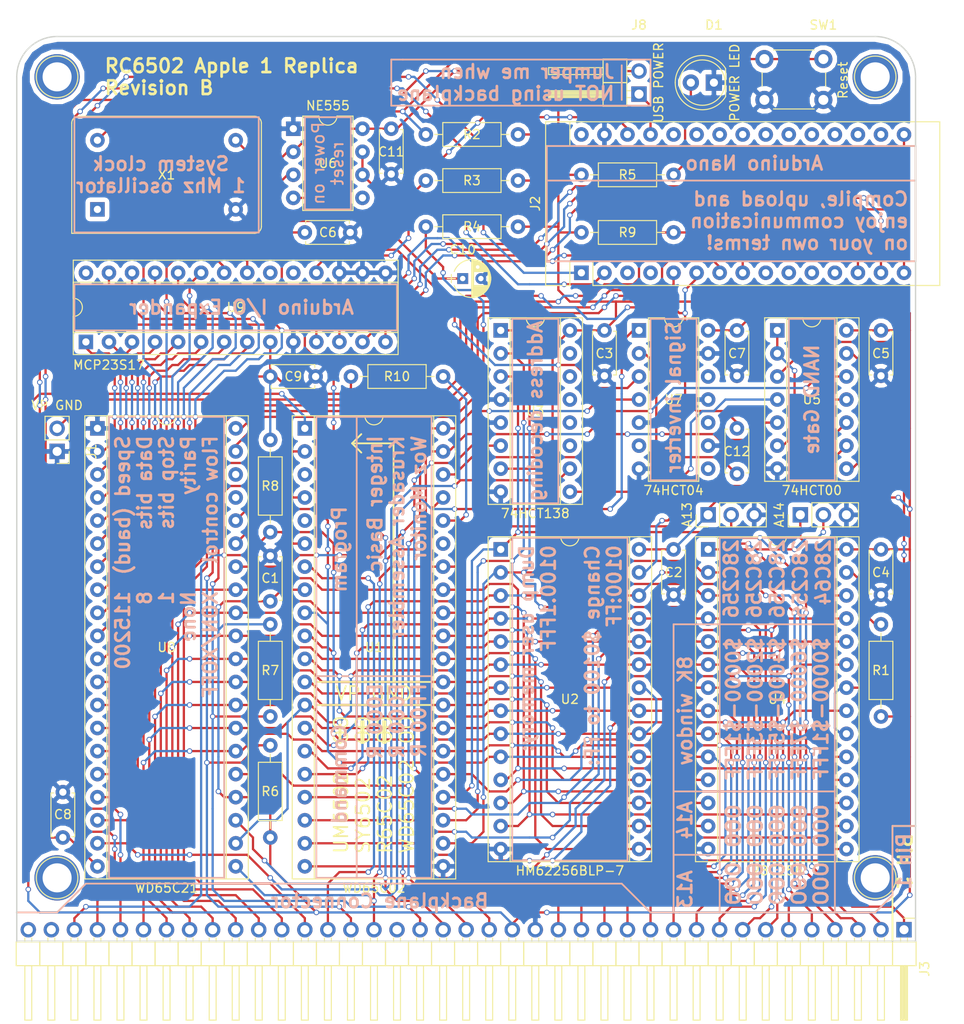
<source format=kicad_pcb>
(kicad_pcb (version 4) (host pcbnew 4.0.6)
  (layers (0 F.Cu signal) (31 B.Cu signal) (34 B.Paste user) (35 F.Paste user) (36 B.SilkS user) (37 F.SilkS user) (38 B.Mask user) (39 F.Mask user) (44 Edge.Cuts user))
  (net 0 "")
  (net 1 GND)
  (net 2 OUT_DA)
  (net 3 VCC)
  (net 4 "Net-(D1-Pad2)")
  (net 5 "Net-(J1-Pad2)")
  (net 6 TX)
  (net 7 RX)
  (net 8 KBD_READY)
  (net 9 KBD_STROBE)
  (net 10 OUT_RDA)
  (net 11 P_RESET)
  (net 12 "Net-(J2-Pad13)")
  (net 13 "Net-(J2-Pad14)")
  (net 14 "Net-(J2-Pad15)")
  (net 15 "Net-(J2-Pad16)")
  (net 16 A15)
  (net 17 A14)
  (net 18 A13)
  (net 19 A12)
  (net 20 A11)
  (net 21 A10)
  (net 22 A9)
  (net 23 A8)
  (net 24 A7)
  (net 25 A6)
  (net 26 A5)
  (net 27 A4)
  (net 28 A3)
  (net 29 A2)
  (net 30 A1)
  (net 31 A0)
  (net 32 PHI2)
  (net 33 RESET)
  (net 34 CLOCK)
  (net 35 IRQ)
  (net 36 RW)
  (net 37 RDY)
  (net 38 SYNC)
  (net 39 D0)
  (net 40 D1)
  (net 41 D2)
  (net 42 D3)
  (net 43 D4)
  (net 44 D5)
  (net 45 D6)
  (net 46 D7)
  (net 47 NMI)
  (net 48 A13_W)
  (net 49 A14_W)
  (net 50 "Net-(R1-Pad1)")
  (net 51 CS_PIA)
  (net 52 CS_ROM)
  (net 53 "Net-(U5-Pad1)")
  (net 54 KBD_D0)
  (net 55 KBD_D1)
  (net 56 KBD_D2)
  (net 57 KBD_D3)
  (net 58 KBD_D4)
  (net 59 KBD_D5)
  (net 60 KBD_D6)
  (net 61 KBD_D7)
  (net 62 OUT_D0)
  (net 63 OUT_D1)
  (net 64 OUT_D2)
  (net 65 OUT_D3)
  (net 66 OUT_D4)
  (net 67 OUT_D5)
  (net 68 OUT_D6)
  (net 69 "Net-(U2-Pad27)")
  (net 70 "Net-(U3-Pad9)")
  (net 71 "Net-(U3-Pad7)")
  (net 72 "Net-(U5-Pad13)")
  (net 73 "Net-(U6-Pad3)")
  (net 74 "Net-(U7-Pad1)")
  (net 75 "Net-(C6-Pad1)")
  (net 76 "Net-(C10-Pad1)")
  (net 77 "Net-(C12-Pad2)")
  (net 78 "Net-(J2-Pad27)")
  (net 79 "Net-(R10-Pad1)")
  (module Housings_DIP:DIP-40_W15.24mm_Socket (layer F.Cu) (at 147.955 82.55)
    (fp_text reference U1 (at 7.62 24.13) (layer F.SilkS))
    (fp_text value WD65C02 (at 7.62 50.65) (layer F.SilkS))
    (pad 1 thru_hole rect (at 0 0) (size 1.6 1.6) (drill 0.8) (layers *.Cu *.Mask) (net 5 "Net-(J1-Pad2)"))
    (pad 21 thru_hole oval (at 15.24 48.26) (size 1.6 1.6) (drill 0.8) (layers *.Cu *.Mask) (net 1 GND))
    (pad 2 thru_hole oval (at 0 2.54) (size 1.6 1.6) (drill 0.8) (layers *.Cu *.Mask) (net 37 RDY))
    (pad 22 thru_hole oval (at 15.24 45.72) (size 1.6 1.6) (drill 0.8) (layers *.Cu *.Mask) (net 19 A12))
    (pad 3 thru_hole oval (at 0 5.08) (size 1.6 1.6) (drill 0.8) (layers *.Cu *.Mask))
    (pad 23 thru_hole oval (at 15.24 43.18) (size 1.6 1.6) (drill 0.8) (layers *.Cu *.Mask) (net 18 A13))
    (pad 4 thru_hole oval (at 0 7.62) (size 1.6 1.6) (drill 0.8) (layers *.Cu *.Mask) (net 35 IRQ))
    (pad 24 thru_hole oval (at 15.24 40.64) (size 1.6 1.6) (drill 0.8) (layers *.Cu *.Mask) (net 17 A14))
    (pad 5 thru_hole oval (at 0 10.16) (size 1.6 1.6) (drill 0.8) (layers *.Cu *.Mask))
    (pad 25 thru_hole oval (at 15.24 38.1) (size 1.6 1.6) (drill 0.8) (layers *.Cu *.Mask) (net 16 A15))
    (pad 6 thru_hole oval (at 0 12.7) (size 1.6 1.6) (drill 0.8) (layers *.Cu *.Mask) (net 47 NMI))
    (pad 26 thru_hole oval (at 15.24 35.56) (size 1.6 1.6) (drill 0.8) (layers *.Cu *.Mask) (net 46 D7))
    (pad 7 thru_hole oval (at 0 15.24) (size 1.6 1.6) (drill 0.8) (layers *.Cu *.Mask) (net 38 SYNC))
    (pad 27 thru_hole oval (at 15.24 33.02) (size 1.6 1.6) (drill 0.8) (layers *.Cu *.Mask) (net 45 D6))
    (pad 8 thru_hole oval (at 0 17.78) (size 1.6 1.6) (drill 0.8) (layers *.Cu *.Mask) (net 3 VCC))
    (pad 28 thru_hole oval (at 15.24 30.48) (size 1.6 1.6) (drill 0.8) (layers *.Cu *.Mask) (net 44 D5))
    (pad 9 thru_hole oval (at 0 20.32) (size 1.6 1.6) (drill 0.8) (layers *.Cu *.Mask) (net 31 A0))
    (pad 29 thru_hole oval (at 15.24 27.94) (size 1.6 1.6) (drill 0.8) (layers *.Cu *.Mask) (net 43 D4))
    (pad 10 thru_hole oval (at 0 22.86) (size 1.6 1.6) (drill 0.8) (layers *.Cu *.Mask) (net 30 A1))
    (pad 30 thru_hole oval (at 15.24 25.4) (size 1.6 1.6) (drill 0.8) (layers *.Cu *.Mask) (net 42 D3))
    (pad 11 thru_hole oval (at 0 25.4) (size 1.6 1.6) (drill 0.8) (layers *.Cu *.Mask) (net 29 A2))
    (pad 31 thru_hole oval (at 15.24 22.86) (size 1.6 1.6) (drill 0.8) (layers *.Cu *.Mask) (net 41 D2))
    (pad 12 thru_hole oval (at 0 27.94) (size 1.6 1.6) (drill 0.8) (layers *.Cu *.Mask) (net 28 A3))
    (pad 32 thru_hole oval (at 15.24 20.32) (size 1.6 1.6) (drill 0.8) (layers *.Cu *.Mask) (net 40 D1))
    (pad 13 thru_hole oval (at 0 30.48) (size 1.6 1.6) (drill 0.8) (layers *.Cu *.Mask) (net 27 A4))
    (pad 33 thru_hole oval (at 15.24 17.78) (size 1.6 1.6) (drill 0.8) (layers *.Cu *.Mask) (net 39 D0))
    (pad 14 thru_hole oval (at 0 33.02) (size 1.6 1.6) (drill 0.8) (layers *.Cu *.Mask) (net 26 A5))
    (pad 34 thru_hole oval (at 15.24 15.24) (size 1.6 1.6) (drill 0.8) (layers *.Cu *.Mask) (net 36 RW))
    (pad 15 thru_hole oval (at 0 35.56) (size 1.6 1.6) (drill 0.8) (layers *.Cu *.Mask) (net 25 A6))
    (pad 35 thru_hole oval (at 15.24 12.7) (size 1.6 1.6) (drill 0.8) (layers *.Cu *.Mask))
    (pad 16 thru_hole oval (at 0 38.1) (size 1.6 1.6) (drill 0.8) (layers *.Cu *.Mask) (net 24 A7))
    (pad 36 thru_hole oval (at 15.24 10.16) (size 1.6 1.6) (drill 0.8) (layers *.Cu *.Mask) (net 79 "Net-(R10-Pad1)"))
    (pad 17 thru_hole oval (at 0 40.64) (size 1.6 1.6) (drill 0.8) (layers *.Cu *.Mask) (net 23 A8))
    (pad 37 thru_hole oval (at 15.24 7.62) (size 1.6 1.6) (drill 0.8) (layers *.Cu *.Mask) (net 34 CLOCK))
    (pad 18 thru_hole oval (at 0 43.18) (size 1.6 1.6) (drill 0.8) (layers *.Cu *.Mask) (net 22 A9))
    (pad 38 thru_hole oval (at 15.24 5.08) (size 1.6 1.6) (drill 0.8) (layers *.Cu *.Mask) (net 3 VCC))
    (pad 19 thru_hole oval (at 0 45.72) (size 1.6 1.6) (drill 0.8) (layers *.Cu *.Mask) (net 21 A10))
    (pad 39 thru_hole oval (at 15.24 2.54) (size 1.6 1.6) (drill 0.8) (layers *.Cu *.Mask) (net 32 PHI2))
    (pad 20 thru_hole oval (at 0 48.26) (size 1.6 1.6) (drill 0.8) (layers *.Cu *.Mask) (net 20 A11))
    (pad 40 thru_hole oval (at 15.24 0) (size 1.6 1.6) (drill 0.8) (layers *.Cu *.Mask) (net 33 RESET))
  )
  (module Capacitors_THT:C_Disc_D4.7mm_W2.5mm_P5.00mm (layer F.Cu) (at 144.145 101.6 90)
    (fp_text reference C1 (at 2.54 0 180) (layer F.SilkS))
    (fp_text value 100nF)
    (pad 1 thru_hole circle (at 0 0 90) (size 1.6 1.6) (drill 0.8) (layers *.Cu *.Mask) (net 3 VCC))
    (pad 2 thru_hole circle (at 5 0 90) (size 1.6 1.6) (drill 0.8) (layers *.Cu *.Mask) (net 1 GND))
  )
  (module Capacitors_THT:C_Disc_D4.7mm_W2.5mm_P5.00mm (layer F.Cu) (at 188.595 95.885 270)
    (fp_text reference C2 (at 2.54 0 360) (layer F.SilkS))
    (fp_text value 100nF)
    (pad 1 thru_hole circle (at 0 0 270) (size 1.6 1.6) (drill 0.8) (layers *.Cu *.Mask) (net 3 VCC))
    (pad 2 thru_hole circle (at 5 0 270) (size 1.6 1.6) (drill 0.8) (layers *.Cu *.Mask) (net 1 GND))
  )
  (module Capacitors_THT:C_Disc_D4.7mm_W2.5mm_P5.00mm (layer F.Cu) (at 211.455 95.885 270)
    (fp_text reference C4 (at 2.54 0 360) (layer F.SilkS))
    (fp_text value 100nF)
    (pad 1 thru_hole circle (at 0 0 270) (size 1.6 1.6) (drill 0.8) (layers *.Cu *.Mask) (net 3 VCC))
    (pad 2 thru_hole circle (at 5 0 270) (size 1.6 1.6) (drill 0.8) (layers *.Cu *.Mask) (net 1 GND))
  )
  (module Capacitors_THT:C_Disc_D4.7mm_W2.5mm_P5.00mm (layer F.Cu) (at 211.455 71.755 270)
    (fp_text reference C5 (at 2.54 0 360) (layer F.SilkS))
    (fp_text value 100nF)
    (pad 1 thru_hole circle (at 0 0 270) (size 1.6 1.6) (drill 0.8) (layers *.Cu *.Mask) (net 3 VCC))
    (pad 2 thru_hole circle (at 5 0 270) (size 1.6 1.6) (drill 0.8) (layers *.Cu *.Mask) (net 1 GND))
  )
  (module Capacitors_THT:C_Disc_D4.7mm_W2.5mm_P5.00mm (layer F.Cu) (at 147.955 60.96)
    (fp_text reference C6 (at 2.54 0) (layer F.SilkS))
    (fp_text value 100nF)
    (pad 1 thru_hole circle (at 0 0) (size 1.6 1.6) (drill 0.8) (layers *.Cu *.Mask) (net 75 "Net-(C6-Pad1)"))
    (pad 2 thru_hole circle (at 5 0) (size 1.6 1.6) (drill 0.8) (layers *.Cu *.Mask) (net 1 GND))
  )
  (module Capacitors_THT:C_Disc_D4.7mm_W2.5mm_P5.00mm (layer F.Cu) (at 195.58 71.755 270)
    (fp_text reference C7 (at 2.54 0 360) (layer F.SilkS))
    (fp_text value 100nF)
    (pad 1 thru_hole circle (at 0 0 270) (size 1.6 1.6) (drill 0.8) (layers *.Cu *.Mask) (net 3 VCC))
    (pad 2 thru_hole circle (at 5 0 270) (size 1.6 1.6) (drill 0.8) (layers *.Cu *.Mask) (net 1 GND))
  )
  (module Capacitors_THT:C_Disc_D4.7mm_W2.5mm_P5.00mm (layer F.Cu) (at 121.285 127.635 90)
    (fp_text reference C8 (at 2.54 0 180) (layer F.SilkS))
    (fp_text value 100nF)
    (pad 1 thru_hole circle (at 0 0 90) (size 1.6 1.6) (drill 0.8) (layers *.Cu *.Mask) (net 3 VCC))
    (pad 2 thru_hole circle (at 5 0 90) (size 1.6 1.6) (drill 0.8) (layers *.Cu *.Mask) (net 1 GND))
  )
  (module Capacitors_THT:C_Disc_D4.7mm_W2.5mm_P5.00mm (layer F.Cu) (at 144.145 76.835)
    (fp_text reference C9 (at 2.54 0) (layer F.SilkS))
    (fp_text value 100nF)
    (pad 1 thru_hole circle (at 0 0) (size 1.6 1.6) (drill 0.8) (layers *.Cu *.Mask) (net 3 VCC))
    (pad 2 thru_hole circle (at 5 0) (size 1.6 1.6) (drill 0.8) (layers *.Cu *.Mask) (net 1 GND))
  )
  (module Capacitors_THT:C_Disc_D4.7mm_W2.5mm_P5.00mm (layer F.Cu) (at 157.48 49.53 270)
    (fp_text reference C11 (at 2.54 0 360) (layer F.SilkS))
    (fp_text value 100nF)
    (pad 1 thru_hole circle (at 0 0 270) (size 1.6 1.6) (drill 0.8) (layers *.Cu *.Mask) (net 3 VCC))
    (pad 2 thru_hole circle (at 5 0 270) (size 1.6 1.6) (drill 0.8) (layers *.Cu *.Mask) (net 1 GND))
  )
  (module Modules:Arduino_Nano (layer F.Cu) (at 178.435 65.405 90)
    (fp_text reference J2 (at 7.62 -5.08 90) (layer F.SilkS))
    (fp_text value "Arduino Nano")
    (pad 1 thru_hole rect (at 0 0 90) (size 1.6 1.6) (drill 0.8) (layers *.Cu *.Mask) (net 6 TX))
    (pad 17 thru_hole oval (at 15.24 33.02 90) (size 1.6 1.6) (drill 0.8) (layers *.Cu *.Mask))
    (pad 2 thru_hole oval (at 0 2.54 90) (size 1.6 1.6) (drill 0.8) (layers *.Cu *.Mask) (net 7 RX))
    (pad 18 thru_hole oval (at 15.24 30.48 90) (size 1.6 1.6) (drill 0.8) (layers *.Cu *.Mask))
    (pad 3 thru_hole oval (at 0 5.08 90) (size 1.6 1.6) (drill 0.8) (layers *.Cu *.Mask))
    (pad 19 thru_hole oval (at 15.24 27.94 90) (size 1.6 1.6) (drill 0.8) (layers *.Cu *.Mask))
    (pad 4 thru_hole oval (at 0 7.62 90) (size 1.6 1.6) (drill 0.8) (layers *.Cu *.Mask))
    (pad 20 thru_hole oval (at 15.24 25.4 90) (size 1.6 1.6) (drill 0.8) (layers *.Cu *.Mask))
    (pad 5 thru_hole oval (at 0 10.16 90) (size 1.6 1.6) (drill 0.8) (layers *.Cu *.Mask) (net 8 KBD_READY))
    (pad 21 thru_hole oval (at 15.24 22.86 90) (size 1.6 1.6) (drill 0.8) (layers *.Cu *.Mask))
    (pad 6 thru_hole oval (at 0 12.7 90) (size 1.6 1.6) (drill 0.8) (layers *.Cu *.Mask) (net 2 OUT_DA))
    (pad 22 thru_hole oval (at 15.24 20.32 90) (size 1.6 1.6) (drill 0.8) (layers *.Cu *.Mask))
    (pad 7 thru_hole oval (at 0 15.24 90) (size 1.6 1.6) (drill 0.8) (layers *.Cu *.Mask) (net 9 KBD_STROBE))
    (pad 23 thru_hole oval (at 15.24 17.78 90) (size 1.6 1.6) (drill 0.8) (layers *.Cu *.Mask))
    (pad 8 thru_hole oval (at 0 17.78 90) (size 1.6 1.6) (drill 0.8) (layers *.Cu *.Mask) (net 10 OUT_RDA))
    (pad 24 thru_hole oval (at 15.24 15.24 90) (size 1.6 1.6) (drill 0.8) (layers *.Cu *.Mask))
    (pad 9 thru_hole oval (at 0 20.32 90) (size 1.6 1.6) (drill 0.8) (layers *.Cu *.Mask))
    (pad 25 thru_hole oval (at 15.24 12.7 90) (size 1.6 1.6) (drill 0.8) (layers *.Cu *.Mask))
    (pad 10 thru_hole oval (at 0 22.86 90) (size 1.6 1.6) (drill 0.8) (layers *.Cu *.Mask))
    (pad 26 thru_hole oval (at 15.24 10.16 90) (size 1.6 1.6) (drill 0.8) (layers *.Cu *.Mask))
    (pad 11 thru_hole oval (at 0 25.4 90) (size 1.6 1.6) (drill 0.8) (layers *.Cu *.Mask))
    (pad 27 thru_hole oval (at 15.24 7.62 90) (size 1.6 1.6) (drill 0.8) (layers *.Cu *.Mask) (net 78 "Net-(J2-Pad27)"))
    (pad 12 thru_hole oval (at 0 27.94 90) (size 1.6 1.6) (drill 0.8) (layers *.Cu *.Mask))
    (pad 28 thru_hole oval (at 15.24 5.08 90) (size 1.6 1.6) (drill 0.8) (layers *.Cu *.Mask) (net 11 P_RESET))
    (pad 13 thru_hole oval (at 0 30.48 90) (size 1.6 1.6) (drill 0.8) (layers *.Cu *.Mask) (net 12 "Net-(J2-Pad13)"))
    (pad 29 thru_hole oval (at 15.24 2.54 90) (size 1.6 1.6) (drill 0.8) (layers *.Cu *.Mask) (net 1 GND))
    (pad 14 thru_hole oval (at 0 33.02 90) (size 1.6 1.6) (drill 0.8) (layers *.Cu *.Mask) (net 13 "Net-(J2-Pad14)"))
    (pad 30 thru_hole oval (at 15.24 0 90) (size 1.6 1.6) (drill 0.8) (layers *.Cu *.Mask))
    (pad 15 thru_hole oval (at 0 35.56 90) (size 1.6 1.6) (drill 0.8) (layers *.Cu *.Mask) (net 14 "Net-(J2-Pad15)"))
    (pad 16 thru_hole oval (at 15.24 35.56 90) (size 1.6 1.6) (drill 0.8) (layers *.Cu *.Mask) (net 15 "Net-(J2-Pad16)"))
  )
  (module Pin_Headers:Pin_Header_Angled_1x39_Pitch2.54mm (layer F.Cu) (at 213.995 137.795 270)
    (fp_text reference J3 (at 4.315 -2.27 270) (layer F.SilkS))
    (fp_text value Backplane)
    (pad 1 thru_hole rect (at 0 0 270) (size 1.7 1.7) (drill 1) (layers *.Cu *.Mask) (net 16 A15))
    (pad 2 thru_hole oval (at 0 2.54 270) (size 1.7 1.7) (drill 1) (layers *.Cu *.Mask) (net 17 A14))
    (pad 3 thru_hole oval (at 0 5.08 270) (size 1.7 1.7) (drill 1) (layers *.Cu *.Mask) (net 18 A13))
    (pad 4 thru_hole oval (at 0 7.62 270) (size 1.7 1.7) (drill 1) (layers *.Cu *.Mask) (net 19 A12))
    (pad 5 thru_hole oval (at 0 10.16 270) (size 1.7 1.7) (drill 1) (layers *.Cu *.Mask) (net 20 A11))
    (pad 6 thru_hole oval (at 0 12.7 270) (size 1.7 1.7) (drill 1) (layers *.Cu *.Mask) (net 21 A10))
    (pad 7 thru_hole oval (at 0 15.24 270) (size 1.7 1.7) (drill 1) (layers *.Cu *.Mask) (net 22 A9))
    (pad 8 thru_hole oval (at 0 17.78 270) (size 1.7 1.7) (drill 1) (layers *.Cu *.Mask) (net 23 A8))
    (pad 9 thru_hole oval (at 0 20.32 270) (size 1.7 1.7) (drill 1) (layers *.Cu *.Mask) (net 24 A7))
    (pad 10 thru_hole oval (at 0 22.86 270) (size 1.7 1.7) (drill 1) (layers *.Cu *.Mask) (net 25 A6))
    (pad 11 thru_hole oval (at 0 25.4 270) (size 1.7 1.7) (drill 1) (layers *.Cu *.Mask) (net 26 A5))
    (pad 12 thru_hole oval (at 0 27.94 270) (size 1.7 1.7) (drill 1) (layers *.Cu *.Mask) (net 27 A4))
    (pad 13 thru_hole oval (at 0 30.48 270) (size 1.7 1.7) (drill 1) (layers *.Cu *.Mask) (net 28 A3))
    (pad 14 thru_hole oval (at 0 33.02 270) (size 1.7 1.7) (drill 1) (layers *.Cu *.Mask) (net 29 A2))
    (pad 15 thru_hole oval (at 0 35.56 270) (size 1.7 1.7) (drill 1) (layers *.Cu *.Mask) (net 30 A1))
    (pad 16 thru_hole oval (at 0 38.1 270) (size 1.7 1.7) (drill 1) (layers *.Cu *.Mask) (net 31 A0))
    (pad 17 thru_hole oval (at 0 40.64 270) (size 1.7 1.7) (drill 1) (layers *.Cu *.Mask) (net 1 GND))
    (pad 18 thru_hole oval (at 0 43.18 270) (size 1.7 1.7) (drill 1) (layers *.Cu *.Mask) (net 3 VCC))
    (pad 19 thru_hole oval (at 0 45.72 270) (size 1.7 1.7) (drill 1) (layers *.Cu *.Mask) (net 32 PHI2))
    (pad 20 thru_hole oval (at 0 48.26 270) (size 1.7 1.7) (drill 1) (layers *.Cu *.Mask) (net 33 RESET))
    (pad 21 thru_hole oval (at 0 50.8 270) (size 1.7 1.7) (drill 1) (layers *.Cu *.Mask) (net 34 CLOCK))
    (pad 22 thru_hole oval (at 0 53.34 270) (size 1.7 1.7) (drill 1) (layers *.Cu *.Mask) (net 35 IRQ))
    (pad 23 thru_hole oval (at 0 55.88 270) (size 1.7 1.7) (drill 1) (layers *.Cu *.Mask))
    (pad 24 thru_hole oval (at 0 58.42 270) (size 1.7 1.7) (drill 1) (layers *.Cu *.Mask) (net 36 RW))
    (pad 25 thru_hole oval (at 0 60.96 270) (size 1.7 1.7) (drill 1) (layers *.Cu *.Mask) (net 37 RDY))
    (pad 26 thru_hole oval (at 0 63.5 270) (size 1.7 1.7) (drill 1) (layers *.Cu *.Mask) (net 38 SYNC))
    (pad 27 thru_hole oval (at 0 66.04 270) (size 1.7 1.7) (drill 1) (layers *.Cu *.Mask) (net 39 D0))
    (pad 28 thru_hole oval (at 0 68.58 270) (size 1.7 1.7) (drill 1) (layers *.Cu *.Mask) (net 40 D1))
    (pad 29 thru_hole oval (at 0 71.12 270) (size 1.7 1.7) (drill 1) (layers *.Cu *.Mask) (net 41 D2))
    (pad 30 thru_hole oval (at 0 73.66 270) (size 1.7 1.7) (drill 1) (layers *.Cu *.Mask) (net 42 D3))
    (pad 31 thru_hole oval (at 0 76.2 270) (size 1.7 1.7) (drill 1) (layers *.Cu *.Mask) (net 43 D4))
    (pad 32 thru_hole oval (at 0 78.74 270) (size 1.7 1.7) (drill 1) (layers *.Cu *.Mask) (net 44 D5))
    (pad 33 thru_hole oval (at 0 81.28 270) (size 1.7 1.7) (drill 1) (layers *.Cu *.Mask) (net 45 D6))
    (pad 34 thru_hole oval (at 0 83.82 270) (size 1.7 1.7) (drill 1) (layers *.Cu *.Mask) (net 46 D7))
    (pad 35 thru_hole oval (at 0 86.36 270) (size 1.7 1.7) (drill 1) (layers *.Cu *.Mask) (net 6 TX))
    (pad 36 thru_hole oval (at 0 88.9 270) (size 1.7 1.7) (drill 1) (layers *.Cu *.Mask) (net 7 RX))
    (pad 37 thru_hole oval (at 0 91.44 270) (size 1.7 1.7) (drill 1) (layers *.Cu *.Mask) (net 47 NMI))
    (pad 38 thru_hole oval (at 0 93.98 270) (size 1.7 1.7) (drill 1) (layers *.Cu *.Mask))
    (pad 39 thru_hole oval (at 0 96.52 270) (size 1.7 1.7) (drill 1) (layers *.Cu *.Mask))
  )
  (module Resistors_THT:R_Axial_DIN0207_L6.3mm_D2.5mm_P10.16mm_Horizontal (layer F.Cu) (at 211.455 104.14 270)
    (fp_text reference R1 (at 5.08 0 360) (layer F.SilkS))
    (fp_text value 3.3k)
    (pad 1 thru_hole circle (at 0 0 270) (size 1.6 1.6) (drill 0.8) (layers *.Cu *.Mask) (net 50 "Net-(R1-Pad1)"))
    (pad 2 thru_hole oval (at 10.16 0 270) (size 1.6 1.6) (drill 0.8) (layers *.Cu *.Mask) (net 3 VCC))
  )
  (module Resistors_THT:R_Axial_DIN0207_L6.3mm_D2.5mm_P10.16mm_Horizontal (layer F.Cu) (at 171.45 50.165 180)
    (fp_text reference R2 (at 5.08 0 180) (layer F.SilkS))
    (fp_text value 1M)
    (pad 1 thru_hole circle (at 0 0 180) (size 1.6 1.6) (drill 0.8) (layers *.Cu *.Mask) (net 3 VCC))
    (pad 2 thru_hole oval (at 10.16 0 180) (size 1.6 1.6) (drill 0.8) (layers *.Cu *.Mask) (net 75 "Net-(C6-Pad1)"))
  )
  (module Resistors_THT:R_Axial_DIN0207_L6.3mm_D2.5mm_P10.16mm_Horizontal (layer F.Cu) (at 171.45 55.245 180)
    (fp_text reference R3 (at 5.08 0 180) (layer F.SilkS))
    (fp_text value 47k)
    (pad 1 thru_hole circle (at 0 0 180) (size 1.6 1.6) (drill 0.8) (layers *.Cu *.Mask) (net 3 VCC))
    (pad 2 thru_hole oval (at 10.16 0 180) (size 1.6 1.6) (drill 0.8) (layers *.Cu *.Mask) (net 76 "Net-(C10-Pad1)"))
  )
  (module Resistors_THT:R_Axial_DIN0207_L6.3mm_D2.5mm_P10.16mm_Horizontal (layer F.Cu) (at 161.29 60.325)
    (fp_text reference R4 (at 5.08 0) (layer F.SilkS))
    (fp_text value 1k)
    (pad 1 thru_hole circle (at 0 0) (size 1.6 1.6) (drill 0.8) (layers *.Cu *.Mask) (net 33 RESET))
    (pad 2 thru_hole oval (at 10.16 0) (size 1.6 1.6) (drill 0.8) (layers *.Cu *.Mask) (net 3 VCC))
  )
  (module Resistors_THT:R_Axial_DIN0207_L6.3mm_D2.5mm_P10.16mm_Horizontal (layer F.Cu) (at 178.435 54.61)
    (fp_text reference R5 (at 5.08 0) (layer F.SilkS))
    (fp_text value 330)
    (pad 1 thru_hole circle (at 0 0) (size 1.6 1.6) (drill 0.8) (layers *.Cu *.Mask) (net 3 VCC))
    (pad 2 thru_hole oval (at 10.16 0) (size 1.6 1.6) (drill 0.8) (layers *.Cu *.Mask) (net 4 "Net-(D1-Pad2)"))
  )
  (module Resistors_THT:R_Axial_DIN0207_L6.3mm_D2.5mm_P10.16mm_Horizontal (layer F.Cu) (at 144.145 117.475 270)
    (fp_text reference R6 (at 5.08 0 360) (layer F.SilkS))
    (fp_text value 3.3k)
    (pad 1 thru_hole circle (at 0 0 270) (size 1.6 1.6) (drill 0.8) (layers *.Cu *.Mask) (net 37 RDY))
    (pad 2 thru_hole oval (at 10.16 0 270) (size 1.6 1.6) (drill 0.8) (layers *.Cu *.Mask) (net 3 VCC))
  )
  (module Resistors_THT:R_Axial_DIN0207_L6.3mm_D2.5mm_P10.16mm_Horizontal (layer F.Cu) (at 144.145 114.3 90)
    (fp_text reference R7 (at 5.08 0 180) (layer F.SilkS))
    (fp_text value 3.3k)
    (pad 1 thru_hole circle (at 0 0 90) (size 1.6 1.6) (drill 0.8) (layers *.Cu *.Mask) (net 35 IRQ))
    (pad 2 thru_hole oval (at 10.16 0 90) (size 1.6 1.6) (drill 0.8) (layers *.Cu *.Mask) (net 3 VCC))
  )
  (module Resistors_THT:R_Axial_DIN0207_L6.3mm_D2.5mm_P10.16mm_Horizontal (layer F.Cu) (at 144.145 93.98 90)
    (fp_text reference R8 (at 5.08 0 180) (layer F.SilkS))
    (fp_text value 3.3k)
    (pad 1 thru_hole circle (at 0 0 90) (size 1.6 1.6) (drill 0.8) (layers *.Cu *.Mask) (net 47 NMI))
    (pad 2 thru_hole oval (at 10.16 0 90) (size 1.6 1.6) (drill 0.8) (layers *.Cu *.Mask) (net 3 VCC))
  )
  (module Resistors_THT:R_Axial_DIN0207_L6.3mm_D2.5mm_P10.16mm_Horizontal (layer F.Cu) (at 178.435 60.96)
    (fp_text reference R9 (at 5.08 0) (layer F.SilkS))
    (fp_text value 10k)
    (pad 1 thru_hole circle (at 0 0) (size 1.6 1.6) (drill 0.8) (layers *.Cu *.Mask) (net 3 VCC))
    (pad 2 thru_hole oval (at 10.16 0) (size 1.6 1.6) (drill 0.8) (layers *.Cu *.Mask) (net 12 "Net-(J2-Pad13)"))
  )
  (module Buttons_Switches_THT:SW_PUSH_6mm (layer F.Cu) (at 205.105 46.355 180)
    (fp_text reference SW1 (at 0 8.255 180) (layer F.SilkS))
    (fp_text value RESET)
    (pad 2 thru_hole circle (at 0 4.5 270) (size 2 2) (drill 1.1) (layers *.Cu *.Mask) (net 75 "Net-(C6-Pad1)"))
    (pad 1 thru_hole circle (at 0 0 270) (size 2 2) (drill 1.1) (layers *.Cu *.Mask) (net 1 GND))
    (pad 2 thru_hole circle (at 6.5 4.5 270) (size 2 2) (drill 1.1) (layers *.Cu *.Mask) (net 75 "Net-(C6-Pad1)"))
    (pad 1 thru_hole circle (at 6.5 0 270) (size 2 2) (drill 1.1) (layers *.Cu *.Mask) (net 1 GND))
  )
  (module Housings_DIP:DIP-28_W15.24mm_Socket (layer F.Cu) (at 169.545 95.885)
    (fp_text reference U2 (at 7.62 16.51) (layer F.SilkS))
    (fp_text value HM62256BLP-7 (at 7.62 35.41) (layer F.SilkS))
    (pad 1 thru_hole rect (at 0 0) (size 1.6 1.6) (drill 0.8) (layers *.Cu *.Mask) (net 17 A14))
    (pad 15 thru_hole oval (at 15.24 33.02) (size 1.6 1.6) (drill 0.8) (layers *.Cu *.Mask) (net 42 D3))
    (pad 2 thru_hole oval (at 0 2.54) (size 1.6 1.6) (drill 0.8) (layers *.Cu *.Mask) (net 19 A12))
    (pad 16 thru_hole oval (at 15.24 30.48) (size 1.6 1.6) (drill 0.8) (layers *.Cu *.Mask) (net 43 D4))
    (pad 3 thru_hole oval (at 0 5.08) (size 1.6 1.6) (drill 0.8) (layers *.Cu *.Mask) (net 24 A7))
    (pad 17 thru_hole oval (at 15.24 27.94) (size 1.6 1.6) (drill 0.8) (layers *.Cu *.Mask) (net 44 D5))
    (pad 4 thru_hole oval (at 0 7.62) (size 1.6 1.6) (drill 0.8) (layers *.Cu *.Mask) (net 25 A6))
    (pad 18 thru_hole oval (at 15.24 25.4) (size 1.6 1.6) (drill 0.8) (layers *.Cu *.Mask) (net 45 D6))
    (pad 5 thru_hole oval (at 0 10.16) (size 1.6 1.6) (drill 0.8) (layers *.Cu *.Mask) (net 26 A5))
    (pad 19 thru_hole oval (at 15.24 22.86) (size 1.6 1.6) (drill 0.8) (layers *.Cu *.Mask) (net 46 D7))
    (pad 6 thru_hole oval (at 0 12.7) (size 1.6 1.6) (drill 0.8) (layers *.Cu *.Mask) (net 27 A4))
    (pad 20 thru_hole oval (at 15.24 20.32) (size 1.6 1.6) (drill 0.8) (layers *.Cu *.Mask) (net 16 A15))
    (pad 7 thru_hole oval (at 0 15.24) (size 1.6 1.6) (drill 0.8) (layers *.Cu *.Mask) (net 28 A3))
    (pad 21 thru_hole oval (at 15.24 17.78) (size 1.6 1.6) (drill 0.8) (layers *.Cu *.Mask) (net 21 A10))
    (pad 8 thru_hole oval (at 0 17.78) (size 1.6 1.6) (drill 0.8) (layers *.Cu *.Mask) (net 29 A2))
    (pad 22 thru_hole oval (at 15.24 15.24) (size 1.6 1.6) (drill 0.8) (layers *.Cu *.Mask) (net 16 A15))
    (pad 9 thru_hole oval (at 0 20.32) (size 1.6 1.6) (drill 0.8) (layers *.Cu *.Mask) (net 30 A1))
    (pad 23 thru_hole oval (at 15.24 12.7) (size 1.6 1.6) (drill 0.8) (layers *.Cu *.Mask) (net 20 A11))
    (pad 10 thru_hole oval (at 0 22.86) (size 1.6 1.6) (drill 0.8) (layers *.Cu *.Mask) (net 31 A0))
    (pad 24 thru_hole oval (at 15.24 10.16) (size 1.6 1.6) (drill 0.8) (layers *.Cu *.Mask) (net 22 A9))
    (pad 11 thru_hole oval (at 0 25.4) (size 1.6 1.6) (drill 0.8) (layers *.Cu *.Mask) (net 39 D0))
    (pad 25 thru_hole oval (at 15.24 7.62) (size 1.6 1.6) (drill 0.8) (layers *.Cu *.Mask) (net 23 A8))
    (pad 12 thru_hole oval (at 0 27.94) (size 1.6 1.6) (drill 0.8) (layers *.Cu *.Mask) (net 40 D1))
    (pad 26 thru_hole oval (at 15.24 5.08) (size 1.6 1.6) (drill 0.8) (layers *.Cu *.Mask) (net 18 A13))
    (pad 13 thru_hole oval (at 0 30.48) (size 1.6 1.6) (drill 0.8) (layers *.Cu *.Mask) (net 41 D2))
    (pad 27 thru_hole oval (at 15.24 2.54) (size 1.6 1.6) (drill 0.8) (layers *.Cu *.Mask) (net 69 "Net-(U2-Pad27)"))
    (pad 14 thru_hole oval (at 0 33.02) (size 1.6 1.6) (drill 0.8) (layers *.Cu *.Mask) (net 1 GND))
    (pad 28 thru_hole oval (at 15.24 0) (size 1.6 1.6) (drill 0.8) (layers *.Cu *.Mask) (net 3 VCC))
  )
  (module Housings_DIP:DIP-14_W7.62mm_Socket (layer F.Cu) (at 200.025 71.755)
    (fp_text reference U5 (at 3.81 7.62) (layer F.SilkS))
    (fp_text value 74HCT00 (at 3.81 17.63) (layer F.SilkS))
    (pad 1 thru_hole rect (at 0 0) (size 1.6 1.6) (drill 0.8) (layers *.Cu *.Mask) (net 53 "Net-(U5-Pad1)"))
    (pad 8 thru_hole oval (at 7.62 15.24) (size 1.6 1.6) (drill 0.8) (layers *.Cu *.Mask) (net 72 "Net-(U5-Pad13)"))
    (pad 2 thru_hole oval (at 0 2.54) (size 1.6 1.6) (drill 0.8) (layers *.Cu *.Mask) (net 53 "Net-(U5-Pad1)"))
    (pad 9 thru_hole oval (at 7.62 12.7) (size 1.6 1.6) (drill 0.8) (layers *.Cu *.Mask) (net 36 RW))
    (pad 3 thru_hole oval (at 0 5.08) (size 1.6 1.6) (drill 0.8) (layers *.Cu *.Mask) (net 52 CS_ROM))
    (pad 10 thru_hole oval (at 7.62 10.16) (size 1.6 1.6) (drill 0.8) (layers *.Cu *.Mask) (net 36 RW))
    (pad 4 thru_hole oval (at 0 7.62) (size 1.6 1.6) (drill 0.8) (layers *.Cu *.Mask) (net 70 "Net-(U3-Pad9)"))
    (pad 11 thru_hole oval (at 7.62 7.62) (size 1.6 1.6) (drill 0.8) (layers *.Cu *.Mask) (net 69 "Net-(U2-Pad27)"))
    (pad 5 thru_hole oval (at 0 10.16) (size 1.6 1.6) (drill 0.8) (layers *.Cu *.Mask) (net 71 "Net-(U3-Pad7)"))
    (pad 12 thru_hole oval (at 7.62 5.08) (size 1.6 1.6) (drill 0.8) (layers *.Cu *.Mask) (net 32 PHI2))
    (pad 6 thru_hole oval (at 0 12.7) (size 1.6 1.6) (drill 0.8) (layers *.Cu *.Mask) (net 53 "Net-(U5-Pad1)"))
    (pad 13 thru_hole oval (at 7.62 2.54) (size 1.6 1.6) (drill 0.8) (layers *.Cu *.Mask) (net 72 "Net-(U5-Pad13)"))
    (pad 7 thru_hole oval (at 0 15.24) (size 1.6 1.6) (drill 0.8) (layers *.Cu *.Mask) (net 1 GND))
    (pad 14 thru_hole oval (at 7.62 0) (size 1.6 1.6) (drill 0.8) (layers *.Cu *.Mask) (net 3 VCC))
  )
  (module Housings_DIP:DIP-14_W7.62mm (layer F.Cu) (at 184.785 71.755)
    (fp_text reference U7 (at 3.81 7.62) (layer F.SilkS))
    (fp_text value 74HCT04 (at 3.81 17.63) (layer F.SilkS))
    (pad 1 thru_hole rect (at 0 0) (size 1.6 1.6) (drill 0.8) (layers *.Cu *.Mask) (net 74 "Net-(U7-Pad1)"))
    (pad 8 thru_hole oval (at 7.62 15.24) (size 1.6 1.6) (drill 0.8) (layers *.Cu *.Mask))
    (pad 2 thru_hole oval (at 0 2.54) (size 1.6 1.6) (drill 0.8) (layers *.Cu *.Mask) (net 77 "Net-(C12-Pad2)"))
    (pad 9 thru_hole oval (at 7.62 12.7) (size 1.6 1.6) (drill 0.8) (layers *.Cu *.Mask) (net 1 GND))
    (pad 3 thru_hole oval (at 0 5.08) (size 1.6 1.6) (drill 0.8) (layers *.Cu *.Mask) (net 73 "Net-(U6-Pad3)"))
    (pad 10 thru_hole oval (at 7.62 10.16) (size 1.6 1.6) (drill 0.8) (layers *.Cu *.Mask))
    (pad 4 thru_hole oval (at 0 7.62) (size 1.6 1.6) (drill 0.8) (layers *.Cu *.Mask) (net 33 RESET))
    (pad 11 thru_hole oval (at 7.62 7.62) (size 1.6 1.6) (drill 0.8) (layers *.Cu *.Mask) (net 1 GND))
    (pad 5 thru_hole oval (at 0 10.16) (size 1.6 1.6) (drill 0.8) (layers *.Cu *.Mask) (net 1 GND))
    (pad 12 thru_hole oval (at 7.62 5.08) (size 1.6 1.6) (drill 0.8) (layers *.Cu *.Mask))
    (pad 6 thru_hole oval (at 0 12.7) (size 1.6 1.6) (drill 0.8) (layers *.Cu *.Mask))
    (pad 13 thru_hole oval (at 7.62 2.54) (size 1.6 1.6) (drill 0.8) (layers *.Cu *.Mask) (net 1 GND))
    (pad 7 thru_hole oval (at 0 15.24) (size 1.6 1.6) (drill 0.8) (layers *.Cu *.Mask) (net 1 GND))
    (pad 14 thru_hole oval (at 7.62 0) (size 1.6 1.6) (drill 0.8) (layers *.Cu *.Mask) (net 3 VCC))
  )
  (module Housings_DIP:DIP-40_W15.24mm_Socket (layer F.Cu) (at 125.095 82.55)
    (fp_text reference U8 (at 7.62 24.13) (layer F.SilkS))
    (fp_text value WD65C21 (at 7.62 50.65) (layer F.SilkS))
    (pad 1 thru_hole rect (at 0 0) (size 1.6 1.6) (drill 0.8) (layers *.Cu *.Mask) (net 1 GND))
    (pad 21 thru_hole oval (at 15.24 48.26) (size 1.6 1.6) (drill 0.8) (layers *.Cu *.Mask) (net 36 RW))
    (pad 2 thru_hole oval (at 0 2.54) (size 1.6 1.6) (drill 0.8) (layers *.Cu *.Mask) (net 54 KBD_D0))
    (pad 22 thru_hole oval (at 15.24 45.72) (size 1.6 1.6) (drill 0.8) (layers *.Cu *.Mask) (net 27 A4))
    (pad 3 thru_hole oval (at 0 5.08) (size 1.6 1.6) (drill 0.8) (layers *.Cu *.Mask) (net 55 KBD_D1))
    (pad 23 thru_hole oval (at 15.24 43.18) (size 1.6 1.6) (drill 0.8) (layers *.Cu *.Mask) (net 51 CS_PIA))
    (pad 4 thru_hole oval (at 0 7.62) (size 1.6 1.6) (drill 0.8) (layers *.Cu *.Mask) (net 56 KBD_D2))
    (pad 24 thru_hole oval (at 15.24 40.64) (size 1.6 1.6) (drill 0.8) (layers *.Cu *.Mask) (net 3 VCC))
    (pad 5 thru_hole oval (at 0 10.16) (size 1.6 1.6) (drill 0.8) (layers *.Cu *.Mask) (net 57 KBD_D3))
    (pad 25 thru_hole oval (at 15.24 38.1) (size 1.6 1.6) (drill 0.8) (layers *.Cu *.Mask) (net 32 PHI2))
    (pad 6 thru_hole oval (at 0 12.7) (size 1.6 1.6) (drill 0.8) (layers *.Cu *.Mask) (net 58 KBD_D4))
    (pad 26 thru_hole oval (at 15.24 35.56) (size 1.6 1.6) (drill 0.8) (layers *.Cu *.Mask) (net 46 D7))
    (pad 7 thru_hole oval (at 0 15.24) (size 1.6 1.6) (drill 0.8) (layers *.Cu *.Mask) (net 59 KBD_D5))
    (pad 27 thru_hole oval (at 15.24 33.02) (size 1.6 1.6) (drill 0.8) (layers *.Cu *.Mask) (net 45 D6))
    (pad 8 thru_hole oval (at 0 17.78) (size 1.6 1.6) (drill 0.8) (layers *.Cu *.Mask) (net 60 KBD_D6))
    (pad 28 thru_hole oval (at 15.24 30.48) (size 1.6 1.6) (drill 0.8) (layers *.Cu *.Mask) (net 44 D5))
    (pad 9 thru_hole oval (at 0 20.32) (size 1.6 1.6) (drill 0.8) (layers *.Cu *.Mask) (net 61 KBD_D7))
    (pad 29 thru_hole oval (at 15.24 27.94) (size 1.6 1.6) (drill 0.8) (layers *.Cu *.Mask) (net 43 D4))
    (pad 10 thru_hole oval (at 0 22.86) (size 1.6 1.6) (drill 0.8) (layers *.Cu *.Mask) (net 62 OUT_D0))
    (pad 30 thru_hole oval (at 15.24 25.4) (size 1.6 1.6) (drill 0.8) (layers *.Cu *.Mask) (net 42 D3))
    (pad 11 thru_hole oval (at 0 25.4) (size 1.6 1.6) (drill 0.8) (layers *.Cu *.Mask) (net 63 OUT_D1))
    (pad 31 thru_hole oval (at 15.24 22.86) (size 1.6 1.6) (drill 0.8) (layers *.Cu *.Mask) (net 41 D2))
    (pad 12 thru_hole oval (at 0 27.94) (size 1.6 1.6) (drill 0.8) (layers *.Cu *.Mask) (net 64 OUT_D2))
    (pad 32 thru_hole oval (at 15.24 20.32) (size 1.6 1.6) (drill 0.8) (layers *.Cu *.Mask) (net 40 D1))
    (pad 13 thru_hole oval (at 0 30.48) (size 1.6 1.6) (drill 0.8) (layers *.Cu *.Mask) (net 65 OUT_D3))
    (pad 33 thru_hole oval (at 15.24 17.78) (size 1.6 1.6) (drill 0.8) (layers *.Cu *.Mask) (net 39 D0))
    (pad 14 thru_hole oval (at 0 33.02) (size 1.6 1.6) (drill 0.8) (layers *.Cu *.Mask) (net 66 OUT_D4))
    (pad 34 thru_hole oval (at 15.24 15.24) (size 1.6 1.6) (drill 0.8) (layers *.Cu *.Mask) (net 33 RESET))
    (pad 15 thru_hole oval (at 0 35.56) (size 1.6 1.6) (drill 0.8) (layers *.Cu *.Mask) (net 67 OUT_D5))
    (pad 35 thru_hole oval (at 15.24 12.7) (size 1.6 1.6) (drill 0.8) (layers *.Cu *.Mask) (net 30 A1))
    (pad 16 thru_hole oval (at 0 38.1) (size 1.6 1.6) (drill 0.8) (layers *.Cu *.Mask) (net 68 OUT_D6))
    (pad 36 thru_hole oval (at 15.24 10.16) (size 1.6 1.6) (drill 0.8) (layers *.Cu *.Mask) (net 31 A0))
    (pad 17 thru_hole oval (at 0 40.64) (size 1.6 1.6) (drill 0.8) (layers *.Cu *.Mask) (net 2 OUT_DA))
    (pad 37 thru_hole oval (at 15.24 7.62) (size 1.6 1.6) (drill 0.8) (layers *.Cu *.Mask))
    (pad 18 thru_hole oval (at 0 43.18) (size 1.6 1.6) (drill 0.8) (layers *.Cu *.Mask) (net 10 OUT_RDA))
    (pad 38 thru_hole oval (at 15.24 5.08) (size 1.6 1.6) (drill 0.8) (layers *.Cu *.Mask))
    (pad 19 thru_hole oval (at 0 45.72) (size 1.6 1.6) (drill 0.8) (layers *.Cu *.Mask) (net 74 "Net-(U7-Pad1)"))
    (pad 39 thru_hole oval (at 15.24 2.54) (size 1.6 1.6) (drill 0.8) (layers *.Cu *.Mask) (net 8 KBD_READY))
    (pad 20 thru_hole oval (at 0 48.26) (size 1.6 1.6) (drill 0.8) (layers *.Cu *.Mask) (net 3 VCC))
    (pad 40 thru_hole oval (at 15.24 0) (size 1.6 1.6) (drill 0.8) (layers *.Cu *.Mask) (net 9 KBD_STROBE))
  )
  (module Housings_DIP:DIP-28_W7.62mm_Socket (layer F.Cu) (at 123.825 73.025 90)
    (fp_text reference U9 (at 3.81 16.51 180) (layer F.SilkS))
    (fp_text value MCP23S17 (at -2.54 2.54 180) (layer F.SilkS))
    (pad 1 thru_hole rect (at 0 0 90) (size 1.6 1.6) (drill 0.8) (layers *.Cu *.Mask) (net 54 KBD_D0))
    (pad 15 thru_hole oval (at 7.62 33.02 90) (size 1.6 1.6) (drill 0.8) (layers *.Cu *.Mask) (net 1 GND))
    (pad 2 thru_hole oval (at 0 2.54 90) (size 1.6 1.6) (drill 0.8) (layers *.Cu *.Mask) (net 55 KBD_D1))
    (pad 16 thru_hole oval (at 7.62 30.48 90) (size 1.6 1.6) (drill 0.8) (layers *.Cu *.Mask) (net 1 GND))
    (pad 3 thru_hole oval (at 0 5.08 90) (size 1.6 1.6) (drill 0.8) (layers *.Cu *.Mask) (net 56 KBD_D2))
    (pad 17 thru_hole oval (at 7.62 27.94 90) (size 1.6 1.6) (drill 0.8) (layers *.Cu *.Mask) (net 1 GND))
    (pad 4 thru_hole oval (at 0 7.62 90) (size 1.6 1.6) (drill 0.8) (layers *.Cu *.Mask) (net 57 KBD_D3))
    (pad 18 thru_hole oval (at 7.62 25.4 90) (size 1.6 1.6) (drill 0.8) (layers *.Cu *.Mask) (net 11 P_RESET))
    (pad 5 thru_hole oval (at 0 10.16 90) (size 1.6 1.6) (drill 0.8) (layers *.Cu *.Mask) (net 58 KBD_D4))
    (pad 19 thru_hole oval (at 7.62 22.86 90) (size 1.6 1.6) (drill 0.8) (layers *.Cu *.Mask))
    (pad 6 thru_hole oval (at 0 12.7 90) (size 1.6 1.6) (drill 0.8) (layers *.Cu *.Mask) (net 59 KBD_D5))
    (pad 20 thru_hole oval (at 7.62 20.32 90) (size 1.6 1.6) (drill 0.8) (layers *.Cu *.Mask))
    (pad 7 thru_hole oval (at 0 15.24 90) (size 1.6 1.6) (drill 0.8) (layers *.Cu *.Mask) (net 60 KBD_D6))
    (pad 21 thru_hole oval (at 7.62 17.78 90) (size 1.6 1.6) (drill 0.8) (layers *.Cu *.Mask) (net 62 OUT_D0))
    (pad 8 thru_hole oval (at 0 17.78 90) (size 1.6 1.6) (drill 0.8) (layers *.Cu *.Mask) (net 61 KBD_D7))
    (pad 22 thru_hole oval (at 7.62 15.24 90) (size 1.6 1.6) (drill 0.8) (layers *.Cu *.Mask) (net 63 OUT_D1))
    (pad 9 thru_hole oval (at 0 20.32 90) (size 1.6 1.6) (drill 0.8) (layers *.Cu *.Mask) (net 3 VCC))
    (pad 23 thru_hole oval (at 7.62 12.7 90) (size 1.6 1.6) (drill 0.8) (layers *.Cu *.Mask) (net 64 OUT_D2))
    (pad 10 thru_hole oval (at 0 22.86 90) (size 1.6 1.6) (drill 0.8) (layers *.Cu *.Mask) (net 1 GND))
    (pad 24 thru_hole oval (at 7.62 10.16 90) (size 1.6 1.6) (drill 0.8) (layers *.Cu *.Mask) (net 65 OUT_D3))
    (pad 11 thru_hole oval (at 0 25.4 90) (size 1.6 1.6) (drill 0.8) (layers *.Cu *.Mask) (net 12 "Net-(J2-Pad13)"))
    (pad 25 thru_hole oval (at 7.62 7.62 90) (size 1.6 1.6) (drill 0.8) (layers *.Cu *.Mask) (net 66 OUT_D4))
    (pad 12 thru_hole oval (at 0 27.94 90) (size 1.6 1.6) (drill 0.8) (layers *.Cu *.Mask) (net 15 "Net-(J2-Pad16)"))
    (pad 26 thru_hole oval (at 7.62 5.08 90) (size 1.6 1.6) (drill 0.8) (layers *.Cu *.Mask) (net 67 OUT_D5))
    (pad 13 thru_hole oval (at 0 30.48 90) (size 1.6 1.6) (drill 0.8) (layers *.Cu *.Mask) (net 13 "Net-(J2-Pad14)"))
    (pad 27 thru_hole oval (at 7.62 2.54 90) (size 1.6 1.6) (drill 0.8) (layers *.Cu *.Mask) (net 68 OUT_D6))
    (pad 14 thru_hole oval (at 0 33.02 90) (size 1.6 1.6) (drill 0.8) (layers *.Cu *.Mask) (net 14 "Net-(J2-Pad15)"))
    (pad 28 thru_hole oval (at 7.62 0 90) (size 1.6 1.6) (drill 0.8) (layers *.Cu *.Mask))
  )
  (module Oscillators:Oscillator_DIP-14 (layer F.Cu) (at 125.095 58.42)
    (fp_text reference X1 (at 7.62 -3.81) (layer F.SilkS))
    (fp_text value 1MHz)
    (pad 1 thru_hole rect (at 0 0) (size 1.6 1.6) (drill 0.8) (layers *.Cu *.Mask))
    (pad 14 thru_hole circle (at 0 -7.62) (size 1.6 1.6) (drill 0.8) (layers *.Cu *.Mask) (net 3 VCC))
    (pad 8 thru_hole circle (at 15.24 -7.62) (size 1.6 1.6) (drill 0.8) (layers *.Cu *.Mask) (net 34 CLOCK))
    (pad 7 thru_hole circle (at 15.24 0) (size 1.6 1.6) (drill 0.8) (layers *.Cu *.Mask) (net 1 GND))
  )
  (module Housings_DIP:DIP-16_W7.62mm_Socket (layer F.Cu) (at 169.545 71.755)
    (fp_text reference U3 (at 3.81 8.89) (layer F.SilkS))
    (fp_text value 74HCT138 (at 3.81 20.17) (layer F.SilkS))
    (pad 1 thru_hole rect (at 0 0) (size 1.6 1.6) (drill 0.8) (layers *.Cu *.Mask) (net 19 A12))
    (pad 9 thru_hole oval (at 7.62 17.78) (size 1.6 1.6) (drill 0.8) (layers *.Cu *.Mask) (net 70 "Net-(U3-Pad9)"))
    (pad 2 thru_hole oval (at 0 2.54) (size 1.6 1.6) (drill 0.8) (layers *.Cu *.Mask) (net 18 A13))
    (pad 10 thru_hole oval (at 7.62 15.24) (size 1.6 1.6) (drill 0.8) (layers *.Cu *.Mask) (net 51 CS_PIA))
    (pad 3 thru_hole oval (at 0 5.08) (size 1.6 1.6) (drill 0.8) (layers *.Cu *.Mask) (net 17 A14))
    (pad 11 thru_hole oval (at 7.62 12.7) (size 1.6 1.6) (drill 0.8) (layers *.Cu *.Mask))
    (pad 4 thru_hole oval (at 0 7.62) (size 1.6 1.6) (drill 0.8) (layers *.Cu *.Mask) (net 1 GND))
    (pad 12 thru_hole oval (at 7.62 10.16) (size 1.6 1.6) (drill 0.8) (layers *.Cu *.Mask))
    (pad 5 thru_hole oval (at 0 10.16) (size 1.6 1.6) (drill 0.8) (layers *.Cu *.Mask) (net 1 GND))
    (pad 13 thru_hole oval (at 7.62 7.62) (size 1.6 1.6) (drill 0.8) (layers *.Cu *.Mask))
    (pad 6 thru_hole oval (at 0 12.7) (size 1.6 1.6) (drill 0.8) (layers *.Cu *.Mask) (net 16 A15))
    (pad 14 thru_hole oval (at 7.62 5.08) (size 1.6 1.6) (drill 0.8) (layers *.Cu *.Mask))
    (pad 7 thru_hole oval (at 0 15.24) (size 1.6 1.6) (drill 0.8) (layers *.Cu *.Mask) (net 71 "Net-(U3-Pad7)"))
    (pad 15 thru_hole oval (at 7.62 2.54) (size 1.6 1.6) (drill 0.8) (layers *.Cu *.Mask))
    (pad 8 thru_hole oval (at 0 17.78) (size 1.6 1.6) (drill 0.8) (layers *.Cu *.Mask) (net 1 GND))
    (pad 16 thru_hole oval (at 7.62 0) (size 1.6 1.6) (drill 0.8) (layers *.Cu *.Mask) (net 3 VCC))
  )
  (module Housings_DIP:DIP-28_W15.24mm_Socket (layer F.Cu) (at 192.405 95.885)
    (fp_text reference U4 (at 7.62 16.51) (layer F.SilkS))
    (fp_text value 28C256 (at 7.62 35.41) (layer F.SilkS))
    (pad 1 thru_hole rect (at 0 0) (size 1.6 1.6) (drill 0.8) (layers *.Cu *.Mask) (net 49 A14_W))
    (pad 15 thru_hole oval (at 15.24 33.02) (size 1.6 1.6) (drill 0.8) (layers *.Cu *.Mask) (net 42 D3))
    (pad 2 thru_hole oval (at 0 2.54) (size 1.6 1.6) (drill 0.8) (layers *.Cu *.Mask) (net 19 A12))
    (pad 16 thru_hole oval (at 15.24 30.48) (size 1.6 1.6) (drill 0.8) (layers *.Cu *.Mask) (net 43 D4))
    (pad 3 thru_hole oval (at 0 5.08) (size 1.6 1.6) (drill 0.8) (layers *.Cu *.Mask) (net 24 A7))
    (pad 17 thru_hole oval (at 15.24 27.94) (size 1.6 1.6) (drill 0.8) (layers *.Cu *.Mask) (net 44 D5))
    (pad 4 thru_hole oval (at 0 7.62) (size 1.6 1.6) (drill 0.8) (layers *.Cu *.Mask) (net 25 A6))
    (pad 18 thru_hole oval (at 15.24 25.4) (size 1.6 1.6) (drill 0.8) (layers *.Cu *.Mask) (net 45 D6))
    (pad 5 thru_hole oval (at 0 10.16) (size 1.6 1.6) (drill 0.8) (layers *.Cu *.Mask) (net 26 A5))
    (pad 19 thru_hole oval (at 15.24 22.86) (size 1.6 1.6) (drill 0.8) (layers *.Cu *.Mask) (net 46 D7))
    (pad 6 thru_hole oval (at 0 12.7) (size 1.6 1.6) (drill 0.8) (layers *.Cu *.Mask) (net 27 A4))
    (pad 20 thru_hole oval (at 15.24 20.32) (size 1.6 1.6) (drill 0.8) (layers *.Cu *.Mask) (net 52 CS_ROM))
    (pad 7 thru_hole oval (at 0 15.24) (size 1.6 1.6) (drill 0.8) (layers *.Cu *.Mask) (net 28 A3))
    (pad 21 thru_hole oval (at 15.24 17.78) (size 1.6 1.6) (drill 0.8) (layers *.Cu *.Mask) (net 21 A10))
    (pad 8 thru_hole oval (at 0 17.78) (size 1.6 1.6) (drill 0.8) (layers *.Cu *.Mask) (net 29 A2))
    (pad 22 thru_hole oval (at 15.24 15.24) (size 1.6 1.6) (drill 0.8) (layers *.Cu *.Mask) (net 52 CS_ROM))
    (pad 9 thru_hole oval (at 0 20.32) (size 1.6 1.6) (drill 0.8) (layers *.Cu *.Mask) (net 30 A1))
    (pad 23 thru_hole oval (at 15.24 12.7) (size 1.6 1.6) (drill 0.8) (layers *.Cu *.Mask) (net 20 A11))
    (pad 10 thru_hole oval (at 0 22.86) (size 1.6 1.6) (drill 0.8) (layers *.Cu *.Mask) (net 31 A0))
    (pad 24 thru_hole oval (at 15.24 10.16) (size 1.6 1.6) (drill 0.8) (layers *.Cu *.Mask) (net 22 A9))
    (pad 11 thru_hole oval (at 0 25.4) (size 1.6 1.6) (drill 0.8) (layers *.Cu *.Mask) (net 39 D0))
    (pad 25 thru_hole oval (at 15.24 7.62) (size 1.6 1.6) (drill 0.8) (layers *.Cu *.Mask) (net 23 A8))
    (pad 12 thru_hole oval (at 0 27.94) (size 1.6 1.6) (drill 0.8) (layers *.Cu *.Mask) (net 40 D1))
    (pad 26 thru_hole oval (at 15.24 5.08) (size 1.6 1.6) (drill 0.8) (layers *.Cu *.Mask) (net 48 A13_W))
    (pad 13 thru_hole oval (at 0 30.48) (size 1.6 1.6) (drill 0.8) (layers *.Cu *.Mask) (net 41 D2))
    (pad 27 thru_hole oval (at 15.24 2.54) (size 1.6 1.6) (drill 0.8) (layers *.Cu *.Mask) (net 50 "Net-(R1-Pad1)"))
    (pad 14 thru_hole oval (at 0 33.02) (size 1.6 1.6) (drill 0.8) (layers *.Cu *.Mask) (net 1 GND))
    (pad 28 thru_hole oval (at 15.24 0) (size 1.6 1.6) (drill 0.8) (layers *.Cu *.Mask) (net 3 VCC))
  )
  (module Housings_DIP:DIP-8_W7.62mm (layer F.Cu) (at 146.685 49.53)
    (fp_text reference U6 (at 3.81 3.81) (layer F.SilkS))
    (fp_text value NE555 (at 3.81 -2.54) (layer F.SilkS))
    (pad 1 thru_hole rect (at 0 0) (size 1.6 1.6) (drill 0.8) (layers *.Cu *.Mask) (net 1 GND))
    (pad 5 thru_hole oval (at 7.62 7.62) (size 1.6 1.6) (drill 0.8) (layers *.Cu *.Mask))
    (pad 2 thru_hole oval (at 0 2.54) (size 1.6 1.6) (drill 0.8) (layers *.Cu *.Mask) (net 75 "Net-(C6-Pad1)"))
    (pad 6 thru_hole oval (at 7.62 5.08) (size 1.6 1.6) (drill 0.8) (layers *.Cu *.Mask) (net 76 "Net-(C10-Pad1)"))
    (pad 3 thru_hole oval (at 0 5.08) (size 1.6 1.6) (drill 0.8) (layers *.Cu *.Mask) (net 73 "Net-(U6-Pad3)"))
    (pad 7 thru_hole oval (at 7.62 2.54) (size 1.6 1.6) (drill 0.8) (layers *.Cu *.Mask) (net 76 "Net-(C10-Pad1)"))
    (pad 4 thru_hole oval (at 0 7.62) (size 1.6 1.6) (drill 0.8) (layers *.Cu *.Mask) (net 3 VCC))
    (pad 8 thru_hole oval (at 7.62 0) (size 1.6 1.6) (drill 0.8) (layers *.Cu *.Mask) (net 3 VCC))
  )
  (module Capacitors_THT:C_Disc_D4.7mm_W2.5mm_P5.00mm (layer F.Cu) (at 180.975 71.755 270)
    (fp_text reference C3 (at 2.54 0 360) (layer F.SilkS))
    (fp_text value 100nF)
    (pad 1 thru_hole circle (at 0 0 270) (size 1.6 1.6) (drill 0.8) (layers *.Cu *.Mask) (net 3 VCC))
    (pad 2 thru_hole circle (at 5 0 270) (size 1.6 1.6) (drill 0.8) (layers *.Cu *.Mask) (net 1 GND))
  )
  (module Capacitors_THT:CP_Radial_D4.0mm_P2.00mm (layer F.Cu) (at 165.354 66.04)
    (fp_text reference C10 (at 0 -3.175) (layer F.SilkS))
    (fp_text value 10uF)
    (pad 1 thru_hole rect (at 0 0) (size 1.2 1.2) (drill 0.6) (layers *.Cu *.Mask) (net 76 "Net-(C10-Pad1)"))
    (pad 2 thru_hole circle (at 2 0) (size 1.2 1.2) (drill 0.6) (layers *.Cu *.Mask) (net 1 GND))
  )
  (module Capacitors_THT:C_Disc_D4.7mm_W2.5mm_P5.00mm (layer F.Cu) (at 195.58 82.55 270)
    (fp_text reference C12 (at 2.54 0 360) (layer F.SilkS))
    (fp_text value 10nF)
    (pad 1 thru_hole circle (at 0 0 270) (size 1.6 1.6) (drill 0.8) (layers *.Cu *.Mask) (net 2 OUT_DA))
    (pad 2 thru_hole circle (at 5 0 270) (size 1.6 1.6) (drill 0.8) (layers *.Cu *.Mask) (net 77 "Net-(C12-Pad2)"))
  )
  (module rc6502:Mounting (layer F.Cu) (at 210.82 132.08)
    (fp_text reference J4 hide)
    (fp_text value Hole hide)
    (pad 1 thru_hole circle (at 0 0) (size 5 5) (drill 3.2) (layers *.Cu *.Mask))
  )
  (module rc6502:Mounting (layer F.Cu) (at 120.65 132.08)
    (fp_text reference J5 hide)
    (fp_text value Hole hide)
    (pad 1 thru_hole circle (at 0 0) (size 5 5) (drill 3.2) (layers *.Cu *.Mask))
  )
  (module rc6502:Mounting (layer F.Cu) (at 210.82 43.815)
    (fp_text reference J6 hide)
    (fp_text value Hole hide)
    (pad 1 thru_hole circle (at 0 0) (size 5 5) (drill 3.2) (layers *.Cu *.Mask))
  )
  (module rc6502:Mounting (layer F.Cu) (at 120.65 43.815)
    (fp_text reference J7 hide)
    (fp_text value Hole hide)
    (pad 1 thru_hole circle (at 0 0) (size 5 5) (drill 3.2) (layers *.Cu *.Mask))
  )
  (module Pin_Headers:Pin_Header_Straight_1x02_Pitch2.54mm (layer F.Cu) (at 120.65 85.09 180)
    (fp_text reference J1 (at -3.81 0 270) (layer F.SilkS))
    (fp_text value "VP GND" (at 0 5.08 180) (layer F.SilkS))
    (pad 1 thru_hole rect (at 0 0 180) (size 1.7 1.7) (drill 1) (layers *.Cu *.Mask) (net 1 GND))
    (pad 2 thru_hole oval (at 0 2.54 180) (size 1.7 1.7) (drill 1) (layers *.Cu *.Mask) (net 5 "Net-(J1-Pad2)"))
  )
  (module LEDs:LED_D5.0mm (layer F.Cu) (at 193.04 44.45 180)
    (fp_text reference D1 (at 0 6.35 180) (layer F.SilkS))
    (fp_text value Power)
    (pad 1 thru_hole rect (at 0 0 180) (size 1.8 1.8) (drill 0.9) (layers *.Cu *.Mask) (net 1 GND))
    (pad 2 thru_hole circle (at 2.54 0 180) (size 1.8 1.8) (drill 0.9) (layers *.Cu *.Mask) (net 4 "Net-(D1-Pad2)"))
  )
  (module Pin_Headers:Pin_Header_Angled_1x02_Pitch2.54mm (layer F.Cu) (at 184.785 45.72 180)
    (fp_text reference J8 (at 0 7.62 180) (layer F.SilkS))
    (fp_text value Power)
    (pad 1 thru_hole rect (at 0 0 180) (size 1.7 1.7) (drill 1) (layers *.Cu *.Mask) (net 78 "Net-(J2-Pad27)"))
    (pad 2 thru_hole oval (at 0 2.54 180) (size 1.7 1.7) (drill 1) (layers *.Cu *.Mask) (net 3 VCC))
  )
  (module Pin_Headers:Pin_Header_Straight_1x03_Pitch2.54mm (layer F.Cu) (at 192.405 92.075 90)
    (fp_text reference A13 (at 0 -2.33 90) (layer F.SilkS))
    (fp_text value "A13 Select")
    (pad 1 thru_hole rect (at 0 0 90) (size 1.7 1.7) (drill 1) (layers *.Cu *.Mask) (net 3 VCC))
    (pad 2 thru_hole oval (at 0 2.54 90) (size 1.7 1.7) (drill 1) (layers *.Cu *.Mask) (net 48 A13_W))
    (pad 3 thru_hole oval (at 0 5.08 90) (size 1.7 1.7) (drill 1) (layers *.Cu *.Mask) (net 1 GND))
  )
  (module Pin_Headers:Pin_Header_Straight_1x03_Pitch2.54mm (layer F.Cu) (at 202.565 92.075 90)
    (fp_text reference A14 (at 0 -2.33 90) (layer F.SilkS))
    (fp_text value "A14 Select")
    (pad 1 thru_hole rect (at 0 0 90) (size 1.7 1.7) (drill 1) (layers *.Cu *.Mask) (net 3 VCC))
    (pad 2 thru_hole oval (at 0 2.54 90) (size 1.7 1.7) (drill 1) (layers *.Cu *.Mask) (net 49 A14_W))
    (pad 3 thru_hole oval (at 0 5.08 90) (size 1.7 1.7) (drill 1) (layers *.Cu *.Mask) (net 1 GND))
  )
  (module Resistors_THT:R_Axial_DIN0207_L6.3mm_D2.5mm_P10.16mm_Horizontal (layer F.Cu) (at 163.195 76.835 180)
    (fp_text reference R10 (at 5.08 0 180) (layer F.SilkS))
    (fp_text value 3.3k)
    (pad 1 thru_hole circle (at 0 0 180) (size 1.6 1.6) (drill 0.8) (layers *.Cu *.Mask) (net 79 "Net-(R10-Pad1)"))
    (pad 2 thru_hole oval (at 10.16 0 180) (size 1.6 1.6) (drill 0.8) (layers *.Cu *.Mask) (net 3 VCC))
  )
  (gr_line (start 157.734 84.201) (end 157.734 110.49) (angle 90) (layer F.SilkS) (width 0.2))
  (gr_line (start 149.225 110.49) (end 161.925 110.49) (angle 90) (layer F.SilkS) (width 0.2))
  (gr_line (start 149.225 113.03) (end 161.925 113.03) (angle 90) (layer F.SilkS) (width 0.2))
  (gr_line (start 157.48 41.91) (end 158.75 41.91) (angle 90) (layer B.SilkS) (width 0.2))
  (gr_line (start 157.48 46.99) (end 157.48 41.91) (angle 90) (layer B.SilkS) (width 0.2))
  (gr_line (start 158.75 46.99) (end 157.48 46.99) (angle 90) (layer B.SilkS) (width 0.2))
  (gr_text "Jumper me when\nNOT using backplane" (at 182.245 44.45) (layer B.SilkS) (effects (font (size 1.5 1.5) (thickness 0.3)) (justify left mirror)))
  (gr_line (start 153.162 84.201) (end 154.178 85.217) (angle 90) (layer F.SilkS) (width 0.2))
  (gr_line (start 153.162 84.201) (end 154.178 83.185) (angle 90) (layer F.SilkS) (width 0.2))
  (gr_line (start 157.734 84.201) (end 153.162 84.201) (angle 90) (layer F.SilkS) (width 0.2))
  (gr_line (start 154.432 117.221) (end 154.432 114.808) (angle 90) (layer F.SilkS) (width 0.2))
  (gr_line (start 156.845 117.221) (end 156.845 114.808) (angle 90) (layer F.SilkS) (width 0.2))
  (gr_line (start 156.591 115.316) (end 156.718 115.316) (angle 90) (layer F.SilkS) (width 0.2))
  (gr_line (start 156.591 117.221) (end 156.591 114.808) (angle 90) (layer F.SilkS) (width 0.2))
  (gr_line (start 156.718 117.221) (end 156.718 114.808) (angle 90) (layer F.SilkS) (width 0.2))
  (gr_line (start 154.178 114.808) (end 154.178 117.221) (angle 90) (layer F.SilkS) (width 0.2))
  (gr_line (start 154.305 117.221) (end 154.305 114.808) (angle 90) (layer F.SilkS) (width 0.2))
  (gr_line (start 151.765 114.808) (end 151.765 117.221) (angle 90) (layer F.SilkS) (width 0.2))
  (gr_line (start 151.892 114.808) (end 151.892 117.221) (angle 90) (layer F.SilkS) (width 0.2))
  (gr_text "VP GND" (at 155.575 111.76) (layer F.SilkS) (effects (font (size 1.5 1.5) (thickness 0.2))))
  (gr_text "OO\nOO\nOO\nOO" (at 155.575 117.475 90) (layer F.SilkS) (effects (font (size 1.5 1.5) (thickness 0.2)) (justify left)))
  (gr_text "UM6502\nSY6502\nR65C02\nWD65C02" (at 155.575 129.54 90) (layer F.SilkS) (effects (font (size 1.5 1.5) (thickness 0.2)) (justify left)))
  (gr_text "Backplane Connector" (at 156.21 134.62) (layer B.SilkS) (effects (font (size 1.5 1.5) (thickness 0.3)) (justify mirror)))
  (gr_text "Pin 1" (at 213.995 127 90) (layer B.SilkS) (effects (font (size 1.5 1.5) (thickness 0.3)) (justify left mirror)))
  (gr_line (start 120.65 135.89) (end 116.205 135.89) (angle 90) (layer B.SilkS) (width 0.2))
  (gr_line (start 123.825 132.715) (end 120.65 135.89) (angle 90) (layer B.SilkS) (width 0.2))
  (gr_line (start 182.88 132.715) (end 123.825 132.715) (angle 90) (layer B.SilkS) (width 0.2))
  (gr_line (start 186.055 135.89) (end 182.88 132.715) (angle 90) (layer B.SilkS) (width 0.2))
  (gr_line (start 210.82 135.89) (end 186.055 135.89) (angle 90) (layer B.SilkS) (width 0.2))
  (gr_line (start 212.725 133.985) (end 210.82 135.89) (angle 90) (layer B.SilkS) (width 0.2))
  (gr_line (start 212.725 126.365) (end 212.725 133.985) (angle 90) (layer B.SilkS) (width 0.2))
  (gr_line (start 215.265 126.365) (end 212.725 126.365) (angle 90) (layer B.SilkS) (width 0.2))
  (gr_line (start 182.88 42.545) (end 182.88 46.355) (angle 90) (layer B.SilkS) (width 0.2))
  (gr_line (start 158.75 46.99) (end 186.055 46.99) (angle 90) (layer B.SilkS) (width 0.2))
  (gr_line (start 186.055 41.91) (end 158.75 41.91) (angle 90) (layer B.SilkS) (width 0.2))
  (gr_line (start 186.055 46.99) (end 186.055 41.91) (angle 90) (layer B.SilkS) (width 0.2))
  (gr_line (start 215.265 55.245) (end 174.625 55.245) (angle 90) (layer B.SilkS) (width 0.2))
  (gr_text "Arduino Nano" (at 197.485 53.34) (layer B.SilkS) (effects (font (size 1.5 1.5) (thickness 0.3)) (justify mirror)))
  (gr_text "Compile, upload and\nenjoy communication\non your own terms!" (at 214.63 59.69) (layer B.SilkS) (effects (font (size 1.5 1.5) (thickness 0.3)) (justify left mirror)))
  (gr_line (start 174.625 64.135) (end 174.625 51.435) (angle 90) (layer B.SilkS) (width 0.2))
  (gr_line (start 215.265 64.135) (end 174.625 64.135) (angle 90) (layer B.SilkS) (width 0.2))
  (gr_line (start 215.265 51.435) (end 215.265 64.135) (angle 90) (layer B.SilkS) (width 0.2))
  (gr_line (start 174.625 51.435) (end 215.265 51.435) (angle 90) (layer B.SilkS) (width 0.2))
  (gr_text "Power on\nreset" (at 150.495 53.34 90) (layer B.SilkS) (effects (font (size 1.3 1.3) (thickness 0.2)) (justify mirror)))
  (gr_line (start 153.035 48.26) (end 147.955 48.26) (angle 90) (layer B.SilkS) (width 0.2))
  (gr_line (start 153.035 58.42) (end 153.035 48.26) (angle 90) (layer B.SilkS) (width 0.2))
  (gr_line (start 147.955 58.42) (end 153.035 58.42) (angle 90) (layer B.SilkS) (width 0.2))
  (gr_line (start 147.955 48.26) (end 147.955 58.42) (angle 90) (layer B.SilkS) (width 0.2))
  (gr_text "System clock\n1 Mhz oscillator" (at 132.08 54.61) (layer B.SilkS) (effects (font (size 1.5 1.5) (thickness 0.3)) (justify mirror)))
  (gr_line (start 142.875 60.96) (end 122.555 60.96) (angle 90) (layer B.SilkS) (width 0.2))
  (gr_line (start 142.875 48.26) (end 142.875 60.96) (angle 90) (layer B.SilkS) (width 0.2))
  (gr_line (start 122.555 48.26) (end 142.875 48.26) (angle 90) (layer B.SilkS) (width 0.2))
  (gr_line (start 122.555 60.96) (end 122.555 48.26) (angle 90) (layer B.SilkS) (width 0.2))
  (gr_text "Arduino I/O Expander" (at 140.97 69.215) (layer B.SilkS) (effects (font (size 1.5 1.5) (thickness 0.3)) (justify mirror)))
  (gr_line (start 122.555 71.755) (end 122.555 66.675) (angle 90) (layer B.SilkS) (width 0.2))
  (gr_line (start 158.115 71.755) (end 122.555 71.755) (angle 90) (layer B.SilkS) (width 0.2))
  (gr_line (start 158.115 66.675) (end 158.115 71.755) (angle 90) (layer B.SilkS) (width 0.2))
  (gr_line (start 122.555 66.675) (end 158.115 66.675) (angle 90) (layer B.SilkS) (width 0.2))
  (gr_text "NAND Gate" (at 203.835 79.375 90) (layer B.SilkS) (effects (font (size 1.5 1.5) (thickness 0.3)) (justify mirror)))
  (gr_line (start 201.295 88.265) (end 206.375 88.265) (angle 90) (layer B.SilkS) (width 0.2))
  (gr_line (start 201.295 70.485) (end 201.295 88.265) (angle 90) (layer B.SilkS) (width 0.2))
  (gr_line (start 206.375 70.485) (end 201.295 70.485) (angle 90) (layer B.SilkS) (width 0.2))
  (gr_line (start 206.375 88.265) (end 206.375 70.485) (angle 90) (layer B.SilkS) (width 0.2))
  (gr_text "Signal inverter" (at 188.595 79.121 90) (layer B.SilkS) (effects (font (size 1.5 1.5) (thickness 0.3)) (justify mirror)))
  (gr_line (start 186.055 88.265) (end 186.055 70.485) (angle 90) (layer B.SilkS) (width 0.2))
  (gr_line (start 191.135 88.265) (end 186.055 88.265) (angle 90) (layer B.SilkS) (width 0.2))
  (gr_line (start 191.135 70.485) (end 191.135 88.265) (angle 90) (layer B.SilkS) (width 0.2))
  (gr_line (start 186.055 70.485) (end 191.135 70.485) (angle 90) (layer B.SilkS) (width 0.2))
  (gr_text "Address decoding" (at 173.355 80.645 90) (layer B.SilkS) (effects (font (size 1.5 1.5) (thickness 0.3)) (justify mirror)))
  (gr_line (start 175.895 70.485) (end 170.815 70.485) (angle 90) (layer B.SilkS) (width 0.2))
  (gr_line (start 175.895 90.805) (end 175.895 70.485) (angle 90) (layer B.SilkS) (width 0.2))
  (gr_line (start 170.815 90.805) (end 175.895 90.805) (angle 90) (layer B.SilkS) (width 0.2))
  (gr_line (start 170.815 70.485) (end 170.815 90.805) (angle 90) (layer B.SilkS) (width 0.2))
  (gr_text "Pin 1" (at 213.995 127 270) (layer F.SilkS) (effects (font (size 1.5 1.5) (thickness 0.3)) (justify left)))
  (gr_line (start 212.725 126.365) (end 215.265 126.365) (angle 90) (layer F.SilkS) (width 0.2))
  (gr_line (start 212.725 139.065) (end 212.725 126.365) (angle 90) (layer F.SilkS) (width 0.2))
  (gr_line (start 126.365 132.08) (end 126.365 81.28) (angle 90) (layer B.SilkS) (width 0.2))
  (gr_line (start 139.065 132.08) (end 126.365 132.08) (angle 90) (layer B.SilkS) (width 0.2))
  (gr_line (start 139.065 81.28) (end 139.065 132.08) (angle 90) (layer B.SilkS) (width 0.2))
  (gr_line (start 126.365 81.28) (end 139.065 81.28) (angle 90) (layer B.SilkS) (width 0.2))
  (gr_text "115200\n8\n1\nNone\nXON/XOFF" (at 132.715 100.33 90) (layer B.SilkS) (effects (font (size 1.5 1.5) (thickness 0.3)) (justify left mirror)))
  (gr_text "Speed (baud)\nData bits\nStop bits\nParity\nFlow control" (at 132.715 83.185 90) (layer B.SilkS) (effects (font (size 1.5 1.5) (thickness 0.3)) (justify left mirror)))
  (gr_line (start 149.225 109.855) (end 161.925 109.855) (angle 90) (layer B.SilkS) (width 0.2))
  (gr_line (start 153.67 132.08) (end 153.67 81.28) (angle 90) (layer B.SilkS) (width 0.2))
  (gr_text Command (at 151.765 120.65 90) (layer B.SilkS) (effects (font (size 1.5 1.5) (thickness 0.3)) (justify mirror)))
  (gr_text Program (at 151.765 95.885 90) (layer B.SilkS) (effects (font (size 1.5 1.5) (thickness 0.3)) (justify mirror)))
  (gr_text "E000 R\nF000 R\nFF00 R" (at 158.115 110.49 90) (layer B.SilkS) (effects (font (size 1.5 1.5) (thickness 0.3)) (justify left mirror)))
  (gr_text "Integer Basic\nKrusader Assembler\nWoz Monitor" (at 158.115 83.185 90) (layer B.SilkS) (effects (font (size 1.5 1.5) (thickness 0.3)) (justify left mirror)))
  (gr_line (start 161.925 132.08) (end 149.225 132.08) (angle 90) (layer B.SilkS) (width 0.2))
  (gr_line (start 161.925 81.28) (end 161.925 132.08) (angle 90) (layer B.SilkS) (width 0.2))
  (gr_line (start 149.225 81.28) (end 161.925 81.28) (angle 90) (layer B.SilkS) (width 0.2))
  (gr_line (start 149.225 132.08) (end 149.225 81.28) (angle 90) (layer B.SilkS) (width 0.2))
  (gr_line (start 193.675 94.615) (end 193.675 135.89) (angle 90) (layer B.SilkS) (width 0.2))
  (gr_line (start 206.375 94.615) (end 193.675 94.615) (angle 90) (layer B.SilkS) (width 0.2))
  (gr_line (start 170.815 130.175) (end 170.815 94.615) (angle 90) (layer B.SilkS) (width 0.2))
  (gr_line (start 183.515 130.175) (end 170.815 130.175) (angle 90) (layer B.SilkS) (width 0.2))
  (gr_line (start 183.515 94.615) (end 183.515 130.175) (angle 90) (layer B.SilkS) (width 0.2))
  (gr_line (start 170.815 94.615) (end 183.515 94.615) (angle 90) (layer B.SilkS) (width 0.2))
  (gr_text "Dump user memory:\n0100.1FFF\n\nChange $0100 to FF:\n0100:FF\n\n" (at 178.435 95.25 90) (layer B.SilkS) (effects (font (size 1.5 1.5) (thickness 0.3)) (justify left mirror)))
  (gr_line (start 202.438 130.81) (end 202.438 133.096) (angle 90) (layer B.SilkS) (width 0.2))
  (gr_line (start 202.565 133.096) (end 202.565 130.81) (angle 90) (layer B.SilkS) (width 0.2))
  (gr_line (start 200.025 134.747) (end 200.025 132.207) (angle 90) (layer B.SilkS) (width 0.2))
  (gr_line (start 199.898 132.334) (end 199.898 134.747) (angle 90) (layer B.SilkS) (width 0.2))
  (gr_line (start 202.565 124.333) (end 202.565 126.746) (angle 90) (layer B.SilkS) (width 0.2))
  (gr_line (start 202.438 126.746) (end 202.438 124.333) (angle 90) (layer B.SilkS) (width 0.2))
  (gr_line (start 200.025 124.333) (end 200.025 126.746) (angle 90) (layer B.SilkS) (width 0.2))
  (gr_line (start 199.898 126.873) (end 199.898 124.333) (angle 90) (layer B.SilkS) (width 0.2))
  (gr_line (start 197.358 125.857) (end 197.358 128.397) (angle 90) (layer B.SilkS) (width 0.2))
  (gr_line (start 197.485 128.397) (end 197.485 125.857) (angle 90) (layer B.SilkS) (width 0.2))
  (gr_line (start 197.485 130.81) (end 197.485 133.096) (angle 90) (layer B.SilkS) (width 0.2))
  (gr_line (start 197.358 133.223) (end 197.358 130.81) (angle 90) (layer B.SilkS) (width 0.2))
  (gr_line (start 194.945 134.747) (end 194.945 132.334) (angle 90) (layer B.SilkS) (width 0.2))
  (gr_line (start 194.818 128.397) (end 194.818 125.984) (angle 90) (layer B.SilkS) (width 0.2))
  (gr_line (start 194.945 125.984) (end 194.945 128.27) (angle 90) (layer B.SilkS) (width 0.2))
  (gr_line (start 194.818 134.747) (end 194.818 132.207) (angle 90) (layer B.SilkS) (width 0.2))
  (gr_line (start 199.9996 131.191) (end 199.9742 131.191) (angle 90) (layer B.SilkS) (width 0.2))
  (gr_line (start 202.5142 124.714) (end 202.5396 124.714) (angle 90) (layer B.SilkS) (width 0.2))
  (gr_text "8K window" (at 189.865 113.665 90) (layer B.SilkS) (effects (font (size 1.5 1.5) (thickness 0.3)) (justify mirror)))
  (gr_line (start 188.595 104.14) (end 206.375 104.14) (angle 90) (layer B.SilkS) (width 0.2))
  (gr_line (start 188.595 122.555) (end 188.595 104.14) (angle 90) (layer B.SilkS) (width 0.2))
  (gr_text "OOO\nOOO\nOOO\nOOO\nOOO" (at 200.025 132.715 90) (layer B.SilkS) (effects (font (size 1.5 1.5) (thickness 0.3)) (justify mirror)))
  (gr_text "OOO\nOOO\nOOO\nOOO\nOOO" (at 200.025 126.365 90) (layer B.SilkS) (effects (font (size 1.5 1.5) (thickness 0.3)) (justify mirror)))
  (gr_line (start 206.375 122.555) (end 206.375 94.615) (angle 90) (layer B.SilkS) (width 0.2))
  (gr_line (start 206.375 129.54) (end 188.595 129.54) (angle 90) (layer B.SilkS) (width 0.2))
  (gr_line (start 188.595 135.89) (end 188.595 122.555) (angle 90) (layer B.SilkS) (width 0.2))
  (gr_line (start 206.375 135.89) (end 188.595 135.89) (angle 90) (layer B.SilkS) (width 0.2))
  (gr_line (start 206.375 122.555) (end 206.375 135.89) (angle 90) (layer B.SilkS) (width 0.2))
  (gr_line (start 188.595 122.555) (end 206.375 122.555) (angle 90) (layer B.SilkS) (width 0.2))
  (gr_text 28C256 (at 194.945 94.615 90) (layer B.SilkS) (effects (font (size 1.5 1.5) (thickness 0.3)) (justify left mirror)))
  (gr_text 28C256 (at 202.565 94.615 90) (layer B.SilkS) (effects (font (size 1.5 1.5) (thickness 0.3)) (justify left mirror)))
  (gr_text 28C256 (at 200.025 94.615 90) (layer B.SilkS) (effects (font (size 1.5 1.5) (thickness 0.3)) (justify left mirror)))
  (gr_text 28C256 (at 197.485 94.615 90) (layer B.SilkS) (effects (font (size 1.5 1.5) (thickness 0.3)) (justify left mirror)))
  (gr_text 28C64 (at 205.105 94.615 90) (layer B.SilkS) (effects (font (size 1.5 1.5) (thickness 0.3)) (justify left mirror)))
  (gr_text A14 (at 189.865 125.73 90) (layer B.SilkS) (effects (font (size 1.5 1.5) (thickness 0.3)) (justify mirror)))
  (gr_text A13 (at 189.865 133.35 90) (layer B.SilkS) (effects (font (size 1.5 1.5) (thickness 0.3)) (justify mirror)))
  (gr_text "$0000-$1FFF\n$2000-$3FFF\n$4000-$5FFF\n$6000-$7FFF\n$0000-$1FFF" (at 200.025 105.41 90) (layer B.SilkS) (effects (font (size 1.5 1.5) (thickness 0.3)) (justify left mirror)))
  (gr_line (start 116.205 43.815) (end 116.205 139.065) (angle 90) (layer Edge.Cuts) (width 0.15))
  (gr_line (start 210.82 39.37) (end 120.65 39.37) (angle 90) (layer Edge.Cuts) (width 0.15))
  (gr_line (start 215.265 139.065) (end 215.265 43.815) (angle 90) (layer Edge.Cuts) (width 0.15))
  (gr_arc (start 210.82 43.815) (end 210.82 39.37) (angle 90) (layer Edge.Cuts) (width 0.15))
  (gr_arc (start 120.65 43.815) (end 116.205 43.815) (angle 90) (layer Edge.Cuts) (width 0.15))
  (gr_text "USB POWER" (at 186.944 44.45 90) (layer F.SilkS) (effects (font (size 1 1))))
  (gr_text "POWER LED" (at 195.326 44.45 90) (layer F.SilkS) (effects (font (size 1 1))))
  (gr_text Reset (at 207.264 44.196 90) (layer F.SilkS) (effects (font (size 1 1))))
  (gr_text "RC6502 Apple 1 Replica\nRevision B" (at 125.73 43.815) (layer F.SilkS) (effects (font (size 1.5 1.5) (thickness 0.3)) (justify left)))
  (gr_line (start 116.205 139.065) (end 215.265 139.065) (angle 90) (layer Edge.Cuts) (width 0.15))
  (segment (start 189.865 69.85) (end 189.23 69.85) (width 0.25) (layer F.Cu) (net 2))
  (segment (start 165.1 76.835) (end 165.1 68.58) (width 0.25) (layer F.Cu) (net 2))
  (segment (start 165.1 68.58) (end 165.735 67.945) (width 0.25) (layer F.Cu) (net 2))
  (segment (start 165.735 67.945) (end 173.99 67.945) (width 0.25) (layer F.Cu) (net 2))
  (segment (start 149.86 79.375) (end 162.56 79.375) (width 0.25) (layer F.Cu) (net 2))
  (segment (start 140.335 79.375) (end 149.86 79.375) (width 0.25) (layer F.Cu) (net 2))
  (segment (start 136.525 83.185) (end 139.065 80.645) (width 0.25) (layer F.Cu) (net 2))
  (segment (start 136.525 97.155) (end 136.525 83.185) (width 0.25) (layer F.Cu) (net 2))
  (segment (start 133.35 102.235) (end 133.35 100.33) (width 0.25) (layer F.Cu) (net 2))
  (segment (start 127.635 123.19) (end 128.905 121.92) (width 0.25) (layer F.Cu) (net 2))
  (segment (start 128.905 121.92) (end 128.905 117.475) (width 0.25) (layer F.Cu) (net 2))
  (segment (start 127.635 123.19) (end 125.095 123.19) (width 0.25) (layer F.Cu) (net 2))
  (segment (start 132.08 107.315) (end 132.08 105.41) (width 0.25) (layer F.Cu) (net 2))
  (segment (start 131.445 107.95) (end 132.08 107.315) (width 0.25) (layer F.Cu) (net 2))
  (segment (start 129.54 116.84) (end 129.54 115.57) (width 0.25) (layer F.Cu) (net 2))
  (segment (start 129.54 115.57) (end 130.175 114.935) (width 0.25) (layer F.Cu) (net 2))
  (segment (start 130.175 114.935) (end 130.175 113.03) (width 0.25) (layer F.Cu) (net 2))
  (segment (start 130.175 113.03) (end 130.81 112.395) (width 0.25) (layer F.Cu) (net 2))
  (segment (start 130.81 112.395) (end 130.81 111.125) (width 0.25) (layer F.Cu) (net 2))
  (segment (start 130.81 111.125) (end 130.81 110.49) (width 0.25) (layer F.Cu) (net 2))
  (segment (start 130.81 110.49) (end 131.445 109.855) (width 0.25) (layer F.Cu) (net 2))
  (segment (start 131.445 109.855) (end 131.445 107.95) (width 0.25) (layer F.Cu) (net 2))
  (segment (start 128.905 117.475) (end 129.54 116.84) (width 0.25) (layer F.Cu) (net 2))
  (segment (start 132.715 104.775) (end 132.715 102.87) (width 0.25) (layer F.Cu) (net 2))
  (segment (start 132.715 102.87) (end 133.35 102.235) (width 0.25) (layer F.Cu) (net 2))
  (segment (start 132.08 105.41) (end 132.715 104.775) (width 0.25) (layer F.Cu) (net 2))
  (segment (start 133.35 100.33) (end 135.255 98.425) (width 0.25) (layer F.Cu) (net 2))
  (segment (start 135.255 98.425) (end 136.525 97.155) (width 0.25) (layer F.Cu) (net 2))
  (segment (start 139.065 80.645) (end 139.7 80.01) (width 0.25) (layer F.Cu) (net 2))
  (segment (start 139.7 80.01) (end 140.335 79.375) (width 0.25) (layer F.Cu) (net 2))
  (segment (start 162.56 79.375) (end 165.1 76.835) (width 0.25) (layer F.Cu) (net 2))
  (via (at 173.99 67.945) (size 0.6) (drill 0.4) (layers F.Cu B.Cu) (net 2))
  (segment (start 175.26 69.215) (end 173.99 67.945) (width 0.25) (layer B.Cu) (net 2))
  (segment (start 177.8 69.215) (end 175.26 69.215) (width 0.25) (layer B.Cu) (net 2))
  (segment (start 179.07 70.485) (end 177.8 69.215) (width 0.25) (layer B.Cu) (net 2))
  (segment (start 182.245 70.485) (end 179.07 70.485) (width 0.25) (layer B.Cu) (net 2))
  (segment (start 183.515 69.215) (end 182.245 70.485) (width 0.25) (layer B.Cu) (net 2))
  (via (at 183.515 69.215) (size 0.6) (drill 0.4) (layers F.Cu B.Cu) (net 2))
  (segment (start 188.595 69.215) (end 183.515 69.215) (width 0.25) (layer F.Cu) (net 2))
  (segment (start 189.23 69.85) (end 188.595 69.215) (width 0.25) (layer F.Cu) (net 2))
  (segment (start 195.58 82.55) (end 195.58 81.915) (width 0.25) (layer F.Cu) (net 2))
  (segment (start 195.58 81.915) (end 194.31 80.645) (width 0.25) (layer F.Cu) (net 2))
  (segment (start 194.31 80.645) (end 191.135 80.645) (width 0.25) (layer F.Cu) (net 2))
  (segment (start 191.135 80.645) (end 189.865 79.375) (width 0.25) (layer F.Cu) (net 2))
  (segment (start 189.865 79.375) (end 189.865 69.85) (width 0.25) (layer F.Cu) (net 2))
  (via (at 189.865 69.85) (size 0.6) (drill 0.4) (layers F.Cu B.Cu) (net 2))
  (segment (start 189.865 69.85) (end 189.865 67.31) (width 0.25) (layer B.Cu) (net 2))
  (via (at 189.865 67.31) (size 0.6) (drill 0.4) (layers F.Cu B.Cu) (net 2))
  (segment (start 189.865 67.31) (end 191.135 66.04) (width 0.25) (layer F.Cu) (net 2))
  (segment (start 191.135 66.04) (end 191.135 65.405) (width 0.25) (layer F.Cu) (net 2))
  (segment (start 127 46.355) (end 127 48.895) (width 0.25) (layer F.Cu) (net 3))
  (segment (start 127 48.895) (end 125.095 50.8) (width 0.25) (layer F.Cu) (net 3))
  (segment (start 117.475 80.01) (end 118.745 78.74) (width 0.25) (layer F.Cu) (net 3))
  (segment (start 137.795 78.74) (end 118.745 78.74) (width 0.25) (layer F.Cu) (net 3))
  (segment (start 117.475 82.55) (end 117.475 80.01) (width 0.25) (layer F.Cu) (net 3))
  (segment (start 117.475 80.01) (end 117.475 52.07) (width 0.25) (layer F.Cu) (net 3))
  (segment (start 125.095 46.355) (end 127 46.355) (width 0.25) (layer F.Cu) (net 3))
  (segment (start 127 46.355) (end 144.145 46.355) (width 0.25) (layer F.Cu) (net 3))
  (segment (start 123.19 46.355) (end 125.095 46.355) (width 0.25) (layer F.Cu) (net 3))
  (segment (start 117.475 52.07) (end 123.19 46.355) (width 0.25) (layer F.Cu) (net 3))
  (segment (start 161.29 43.18) (end 158.115 46.355) (width 0.25) (layer F.Cu) (net 3))
  (segment (start 144.145 46.355) (end 145.415 46.355) (width 0.25) (layer F.Cu) (net 3))
  (segment (start 145.415 46.355) (end 158.115 46.355) (width 0.25) (layer F.Cu) (net 3))
  (segment (start 137.795 78.74) (end 138.43 78.74) (width 0.25) (layer F.Cu) (net 3))
  (segment (start 117.475 83.82) (end 117.475 82.55) (width 0.25) (layer F.Cu) (net 3))
  (segment (start 161.29 43.18) (end 164.465 43.18) (width 0.25) (layer B.Cu) (net 3))
  (via (at 161.29 43.18) (size 0.6) (drill 0.4) (layers F.Cu B.Cu) (net 3))
  (via (at 164.465 43.18) (size 0.6) (drill 0.4) (layers F.Cu B.Cu) (net 3))
  (segment (start 164.465 43.18) (end 173.99 43.18) (width 0.25) (layer F.Cu) (net 3))
  (segment (start 144.145 76.835) (end 144.78 76.835) (width 0.25) (layer F.Cu) (net 3))
  (segment (start 144.78 76.835) (end 146.685 78.74) (width 0.25) (layer F.Cu) (net 3))
  (segment (start 153.035 78.105) (end 153.035 76.835) (width 0.25) (layer F.Cu) (net 3))
  (segment (start 152.4 78.74) (end 153.035 78.105) (width 0.25) (layer F.Cu) (net 3))
  (segment (start 146.685 78.74) (end 152.4 78.74) (width 0.25) (layer F.Cu) (net 3))
  (segment (start 202.565 92.075) (end 202.565 94.615) (width 0.25) (layer F.Cu) (net 3))
  (segment (start 202.565 94.615) (end 203.835 95.885) (width 0.25) (layer F.Cu) (net 3))
  (segment (start 203.835 95.885) (end 207.645 95.885) (width 0.25) (layer F.Cu) (net 3))
  (segment (start 139.7 77.47) (end 140.335 77.47) (width 0.25) (layer F.Cu) (net 3))
  (segment (start 138.43 78.74) (end 139.7 77.47) (width 0.25) (layer F.Cu) (net 3))
  (segment (start 140.97 76.835) (end 144.145 76.835) (width 0.25) (layer F.Cu) (net 3))
  (segment (start 140.335 77.47) (end 140.97 76.835) (width 0.25) (layer F.Cu) (net 3))
  (segment (start 144.145 76.835) (end 144.145 80.645) (width 0.25) (layer B.Cu) (net 3))
  (segment (start 144.145 81.28) (end 144.145 80.645) (width 0.25) (layer B.Cu) (net 3))
  (segment (start 144.145 81.28) (end 144.145 83.82) (width 0.25) (layer B.Cu) (net 3))
  (segment (start 192.405 92.075) (end 188.595 95.885) (width 0.25) (layer B.Cu) (net 3))
  (segment (start 201.295 90.17) (end 213.36 90.17) (width 0.25) (layer F.Cu) (net 3))
  (via (at 214.63 91.44) (size 0.6) (drill 0.4) (layers F.Cu B.Cu) (net 3))
  (segment (start 213.36 90.17) (end 214.63 91.44) (width 0.25) (layer B.Cu) (net 3))
  (via (at 213.36 90.17) (size 0.6) (drill 0.4) (layers F.Cu B.Cu) (net 3))
  (segment (start 163.195 87.63) (end 164.465 87.63) (width 0.25) (layer F.Cu) (net 3))
  (segment (start 175.26 73.66) (end 177.165 71.755) (width 0.25) (layer F.Cu) (net 3))
  (segment (start 175.26 85.09) (end 175.26 73.66) (width 0.25) (layer F.Cu) (net 3))
  (segment (start 174.625 85.725) (end 175.26 85.09) (width 0.25) (layer F.Cu) (net 3))
  (segment (start 166.37 85.725) (end 174.625 85.725) (width 0.25) (layer F.Cu) (net 3))
  (segment (start 164.465 87.63) (end 166.37 85.725) (width 0.25) (layer F.Cu) (net 3))
  (segment (start 138.43 118.745) (end 138.43 122.555) (width 0.25) (layer B.Cu) (net 3))
  (segment (start 138.43 104.775) (end 138.43 118.745) (width 0.25) (layer B.Cu) (net 3))
  (segment (start 139.065 123.19) (end 140.335 123.19) (width 0.25) (layer F.Cu) (net 3))
  (segment (start 139.065 123.19) (end 138.43 122.555) (width 0.25) (layer F.Cu) (net 3))
  (via (at 138.43 122.555) (size 0.6) (drill 0.4) (layers F.Cu B.Cu) (net 3))
  (segment (start 192.405 92.075) (end 192.405 91.44) (width 0.25) (layer F.Cu) (net 3))
  (segment (start 192.405 91.44) (end 193.675 90.17) (width 0.25) (layer F.Cu) (net 3))
  (segment (start 193.675 90.17) (end 201.295 90.17) (width 0.25) (layer F.Cu) (net 3))
  (segment (start 144.145 104.14) (end 139.065 104.14) (width 0.25) (layer B.Cu) (net 3))
  (segment (start 139.065 104.14) (end 138.43 104.775) (width 0.25) (layer B.Cu) (net 3))
  (segment (start 139.065 101.6) (end 144.145 101.6) (width 0.25) (layer F.Cu) (net 3))
  (segment (start 138.43 104.775) (end 138.43 102.235) (width 0.25) (layer B.Cu) (net 3))
  (via (at 138.43 102.235) (size 0.6) (drill 0.4) (layers F.Cu B.Cu) (net 3))
  (segment (start 138.43 102.235) (end 139.065 101.6) (width 0.25) (layer F.Cu) (net 3))
  (segment (start 144.145 127.635) (end 144.145 124.46) (width 0.25) (layer F.Cu) (net 3))
  (segment (start 144.145 124.46) (end 142.875 123.19) (width 0.25) (layer F.Cu) (net 3))
  (segment (start 142.875 123.19) (end 140.335 123.19) (width 0.25) (layer F.Cu) (net 3))
  (segment (start 144.145 127.635) (end 144.145 130.81) (width 0.25) (layer F.Cu) (net 3))
  (via (at 149.225 135.89) (size 0.6) (drill 0.4) (layers F.Cu B.Cu) (net 3))
  (segment (start 144.145 130.81) (end 149.225 135.89) (width 0.25) (layer F.Cu) (net 3))
  (segment (start 144.145 101.6) (end 145.415 100.33) (width 0.25) (layer F.Cu) (net 3))
  (segment (start 145.415 100.33) (end 147.955 100.33) (width 0.25) (layer F.Cu) (net 3))
  (segment (start 121.285 127.635) (end 121.92 127.635) (width 0.25) (layer F.Cu) (net 3))
  (segment (start 121.92 127.635) (end 125.095 130.81) (width 0.25) (layer F.Cu) (net 3))
  (segment (start 121.285 127.635) (end 118.745 127.635) (width 0.25) (layer F.Cu) (net 3))
  (segment (start 118.745 127.635) (end 117.475 128.905) (width 0.25) (layer F.Cu) (net 3))
  (segment (start 170.815 137.795) (end 170.815 137.16) (width 0.25) (layer F.Cu) (net 3))
  (segment (start 170.815 137.16) (end 172.085 135.89) (width 0.25) (layer F.Cu) (net 3))
  (segment (start 214.63 118.745) (end 214.63 114.3) (width 0.25) (layer F.Cu) (net 3))
  (segment (start 214.63 133.985) (end 214.63 118.745) (width 0.25) (layer F.Cu) (net 3))
  (via (at 214.63 133.985) (size 0.6) (drill 0.4) (layers F.Cu B.Cu) (net 3))
  (segment (start 212.725 135.89) (end 214.63 133.985) (width 0.25) (layer B.Cu) (net 3))
  (segment (start 189.23 135.89) (end 212.725 135.89) (width 0.25) (layer B.Cu) (net 3))
  (segment (start 174.625 135.89) (end 189.23 135.89) (width 0.25) (layer B.Cu) (net 3))
  (via (at 174.625 135.89) (size 0.6) (drill 0.4) (layers F.Cu B.Cu) (net 3))
  (segment (start 172.085 135.89) (end 174.625 135.89) (width 0.25) (layer F.Cu) (net 3))
  (segment (start 117.475 106.045) (end 117.475 105.41) (width 0.25) (layer F.Cu) (net 3))
  (segment (start 117.475 127.635) (end 117.475 106.045) (width 0.25) (layer F.Cu) (net 3))
  (segment (start 117.475 128.905) (end 117.475 127.635) (width 0.25) (layer F.Cu) (net 3))
  (segment (start 117.475 105.41) (end 117.475 104.14) (width 0.25) (layer F.Cu) (net 3))
  (segment (start 117.475 95.885) (end 117.475 83.82) (width 0.25) (layer F.Cu) (net 3))
  (segment (start 117.475 104.14) (end 117.475 97.155) (width 0.25) (layer F.Cu) (net 3))
  (segment (start 117.475 97.155) (end 117.475 95.885) (width 0.25) (layer F.Cu) (net 3))
  (segment (start 171.45 60.325) (end 175.895 60.325) (width 0.25) (layer F.Cu) (net 3))
  (segment (start 175.895 60.325) (end 175.895 59.69) (width 0.25) (layer F.Cu) (net 3))
  (segment (start 171.45 55.245) (end 175.895 55.245) (width 0.25) (layer F.Cu) (net 3))
  (segment (start 157.48 49.53) (end 158.115 49.53) (width 0.25) (layer F.Cu) (net 3))
  (segment (start 158.115 49.53) (end 164.465 43.18) (width 0.25) (layer F.Cu) (net 3))
  (segment (start 171.45 50.165) (end 175.895 50.165) (width 0.25) (layer F.Cu) (net 3))
  (segment (start 146.685 57.15) (end 148.59 57.15) (width 0.25) (layer F.Cu) (net 3))
  (segment (start 151.13 49.53) (end 154.305 49.53) (width 0.25) (layer F.Cu) (net 3))
  (segment (start 149.86 50.8) (end 151.13 49.53) (width 0.25) (layer F.Cu) (net 3))
  (segment (start 149.86 55.88) (end 149.86 50.8) (width 0.25) (layer F.Cu) (net 3))
  (segment (start 148.59 57.15) (end 149.86 55.88) (width 0.25) (layer F.Cu) (net 3))
  (segment (start 175.895 44.45) (end 176.53 44.45) (width 0.25) (layer F.Cu) (net 3))
  (segment (start 176.53 44.45) (end 177.8 43.18) (width 0.25) (layer F.Cu) (net 3))
  (segment (start 175.895 44.45) (end 175.26 44.45) (width 0.25) (layer F.Cu) (net 3))
  (segment (start 175.26 44.45) (end 173.99 43.18) (width 0.25) (layer F.Cu) (net 3))
  (segment (start 170.815 137.16) (end 169.545 135.89) (width 0.25) (layer B.Cu) (net 3))
  (segment (start 169.545 135.89) (end 149.225 135.89) (width 0.25) (layer B.Cu) (net 3))
  (segment (start 149.225 135.89) (end 118.745 135.89) (width 0.25) (layer B.Cu) (net 3))
  (segment (start 118.745 135.89) (end 117.475 134.62) (width 0.25) (layer B.Cu) (net 3))
  (segment (start 117.475 134.62) (end 117.475 133.35) (width 0.25) (layer B.Cu) (net 3))
  (via (at 117.475 133.35) (size 0.6) (drill 0.4) (layers F.Cu B.Cu) (net 3))
  (segment (start 117.475 133.35) (end 117.475 128.905) (width 0.25) (layer F.Cu) (net 3))
  (segment (start 211.455 114.3) (end 214.63 114.3) (width 0.25) (layer F.Cu) (net 3))
  (segment (start 154.305 49.53) (end 157.48 49.53) (width 0.25) (layer F.Cu) (net 3))
  (segment (start 144.145 76.835) (end 144.145 73.025) (width 0.25) (layer F.Cu) (net 3))
  (segment (start 178.435 60.96) (end 175.895 60.96) (width 0.25) (layer F.Cu) (net 3))
  (segment (start 178.435 54.61) (end 175.895 54.61) (width 0.25) (layer F.Cu) (net 3))
  (segment (start 211.455 95.885) (end 214.63 95.885) (width 0.25) (layer F.Cu) (net 3))
  (segment (start 214.63 114.3) (end 214.63 95.885) (width 0.25) (layer F.Cu) (net 3))
  (segment (start 214.63 95.885) (end 214.63 91.44) (width 0.25) (layer F.Cu) (net 3))
  (segment (start 214.63 91.44) (end 214.63 82.55) (width 0.25) (layer F.Cu) (net 3))
  (segment (start 214.63 82.55) (end 214.63 71.755) (width 0.25) (layer F.Cu) (net 3))
  (segment (start 211.455 71.755) (end 214.63 71.755) (width 0.25) (layer F.Cu) (net 3))
  (segment (start 196.85 68.58) (end 196.85 69.215) (width 0.25) (layer F.Cu) (net 3))
  (segment (start 196.85 69.215) (end 196.85 70.485) (width 0.25) (layer F.Cu) (net 3))
  (segment (start 196.85 70.485) (end 195.58 71.755) (width 0.25) (layer F.Cu) (net 3))
  (segment (start 207.645 71.755) (end 211.455 71.755) (width 0.25) (layer F.Cu) (net 3))
  (segment (start 197.485 68.58) (end 213.36 68.58) (width 0.25) (layer F.Cu) (net 3))
  (segment (start 196.85 68.58) (end 197.485 68.58) (width 0.25) (layer F.Cu) (net 3))
  (segment (start 213.36 68.58) (end 214.63 69.85) (width 0.25) (layer F.Cu) (net 3))
  (segment (start 214.63 69.85) (end 214.63 71.755) (width 0.25) (layer F.Cu) (net 3))
  (segment (start 195.58 71.755) (end 192.405 71.755) (width 0.25) (layer F.Cu) (net 3))
  (segment (start 182.245 68.58) (end 195.58 68.58) (width 0.25) (layer F.Cu) (net 3))
  (segment (start 195.58 68.58) (end 196.85 68.58) (width 0.25) (layer F.Cu) (net 3))
  (segment (start 180.975 71.755) (end 182.245 70.485) (width 0.25) (layer F.Cu) (net 3))
  (segment (start 175.895 44.45) (end 175.895 50.165) (width 0.25) (layer F.Cu) (net 3))
  (segment (start 175.895 50.165) (end 175.895 54.61) (width 0.25) (layer F.Cu) (net 3))
  (segment (start 175.895 54.61) (end 175.895 55.245) (width 0.25) (layer F.Cu) (net 3))
  (segment (start 175.895 55.245) (end 175.895 59.69) (width 0.25) (layer F.Cu) (net 3))
  (segment (start 175.895 59.69) (end 175.895 60.96) (width 0.25) (layer F.Cu) (net 3))
  (segment (start 175.895 60.96) (end 175.895 67.31) (width 0.25) (layer F.Cu) (net 3))
  (segment (start 175.895 67.31) (end 177.165 68.58) (width 0.25) (layer F.Cu) (net 3))
  (segment (start 177.165 68.58) (end 179.705 68.58) (width 0.25) (layer F.Cu) (net 3))
  (segment (start 177.8 43.18) (end 184.785 43.18) (width 0.25) (layer F.Cu) (net 3))
  (segment (start 182.245 68.58) (end 179.705 68.58) (width 0.25) (layer F.Cu) (net 3))
  (segment (start 182.245 70.485) (end 182.245 68.58) (width 0.25) (layer F.Cu) (net 3))
  (segment (start 177.165 71.755) (end 180.975 71.755) (width 0.25) (layer F.Cu) (net 3))
  (segment (start 207.645 95.885) (end 211.455 95.885) (width 0.25) (layer F.Cu) (net 3))
  (segment (start 184.785 95.885) (end 188.595 95.885) (width 0.25) (layer F.Cu) (net 3))
  (segment (start 190.5 44.45) (end 190.5 48.26) (width 0.25) (layer F.Cu) (net 4))
  (segment (start 189.865 53.34) (end 188.595 54.61) (width 0.25) (layer F.Cu) (net 4))
  (segment (start 189.865 48.895) (end 189.865 53.34) (width 0.25) (layer F.Cu) (net 4))
  (segment (start 190.5 48.26) (end 189.865 48.895) (width 0.25) (layer F.Cu) (net 4))
  (segment (start 147.955 82.55) (end 147.955 81.28) (width 0.25) (layer B.Cu) (net 5))
  (via (at 145.415 78.74) (size 0.6) (drill 0.4) (layers F.Cu B.Cu) (net 5))
  (segment (start 147.955 81.28) (end 145.415 78.74) (width 0.25) (layer B.Cu) (net 5))
  (segment (start 145.415 78.74) (end 144.145 78.74) (width 0.25) (layer F.Cu) (net 5))
  (segment (start 139.065 79.375) (end 139.7 78.74) (width 0.25) (layer F.Cu) (net 5))
  (segment (start 139.7 78.74) (end 144.145 78.74) (width 0.25) (layer F.Cu) (net 5))
  (segment (start 123.19 80.01) (end 120.65 82.55) (width 0.25) (layer F.Cu) (net 5))
  (segment (start 123.825 79.375) (end 123.19 80.01) (width 0.25) (layer F.Cu) (net 5))
  (segment (start 138.43 79.375) (end 123.825 79.375) (width 0.25) (layer F.Cu) (net 5))
  (segment (start 138.43 79.375) (end 139.065 79.375) (width 0.25) (layer F.Cu) (net 5))
  (segment (start 119.38 63.5) (end 119.38 52.705) (width 0.25) (layer F.Cu) (net 6))
  (via (at 119.38 79.375) (size 0.6) (drill 0.4) (layers F.Cu B.Cu) (net 6))
  (segment (start 119.38 79.375) (end 119.38 76.835) (width 0.25) (layer B.Cu) (net 6))
  (via (at 119.38 76.835) (size 0.6) (drill 0.4) (layers F.Cu B.Cu) (net 6))
  (segment (start 119.38 76.835) (end 119.38 63.5) (width 0.25) (layer F.Cu) (net 6))
  (segment (start 119.38 88.265) (end 119.38 123.19) (width 0.25) (layer F.Cu) (net 6))
  (via (at 127.635 129.54) (size 0.6) (drill 0.4) (layers F.Cu B.Cu) (net 6))
  (segment (start 127.635 129.54) (end 127.635 125.095) (width 0.25) (layer B.Cu) (net 6))
  (via (at 127.635 125.095) (size 0.6) (drill 0.4) (layers F.Cu B.Cu) (net 6))
  (segment (start 127.635 125.095) (end 127 124.46) (width 0.25) (layer F.Cu) (net 6))
  (segment (start 127 124.46) (end 120.65 124.46) (width 0.25) (layer F.Cu) (net 6))
  (segment (start 120.65 124.46) (end 119.38 123.19) (width 0.25) (layer F.Cu) (net 6))
  (segment (start 127.635 137.795) (end 127.635 133.985) (width 0.25) (layer F.Cu) (net 6))
  (segment (start 127.635 133.985) (end 127.635 129.54) (width 0.25) (layer F.Cu) (net 6))
  (segment (start 119.38 88.265) (end 119.38 79.375) (width 0.25) (layer F.Cu) (net 6))
  (segment (start 167.64 51.435) (end 162.56 46.355) (width 0.25) (layer F.Cu) (net 6))
  (via (at 162.56 46.355) (size 0.6) (drill 0.4) (layers F.Cu B.Cu) (net 6))
  (segment (start 162.56 46.355) (end 160.02 43.815) (width 0.25) (layer B.Cu) (net 6))
  (segment (start 160.02 43.815) (end 159.385 43.815) (width 0.25) (layer B.Cu) (net 6))
  (via (at 159.385 43.815) (size 0.6) (drill 0.4) (layers F.Cu B.Cu) (net 6))
  (segment (start 172.085 65.405) (end 178.435 65.405) (width 0.25) (layer B.Cu) (net 6))
  (via (at 167.64 60.96) (size 0.6) (drill 0.4) (layers F.Cu B.Cu) (net 6))
  (segment (start 172.085 65.405) (end 167.64 60.96) (width 0.25) (layer B.Cu) (net 6))
  (segment (start 167.64 60.96) (end 167.64 51.435) (width 0.25) (layer F.Cu) (net 6))
  (segment (start 128.27 43.815) (end 159.385 43.815) (width 0.25) (layer F.Cu) (net 6))
  (via (at 128.27 43.815) (size 0.6) (drill 0.4) (layers F.Cu B.Cu) (net 6))
  (segment (start 125.095 46.99) (end 128.27 43.815) (width 0.25) (layer B.Cu) (net 6))
  (via (at 125.095 46.99) (size 0.6) (drill 0.4) (layers F.Cu B.Cu) (net 6))
  (segment (start 119.38 52.705) (end 125.095 46.99) (width 0.25) (layer F.Cu) (net 6))
  (segment (start 118.745 63.5) (end 118.745 52.07) (width 0.25) (layer F.Cu) (net 7))
  (via (at 118.745 80.01) (size 0.6) (drill 0.4) (layers F.Cu B.Cu) (net 7))
  (segment (start 118.745 80.01) (end 118.745 77.47) (width 0.25) (layer B.Cu) (net 7))
  (via (at 118.745 77.47) (size 0.6) (drill 0.4) (layers F.Cu B.Cu) (net 7))
  (segment (start 118.745 77.47) (end 118.745 63.5) (width 0.25) (layer F.Cu) (net 7))
  (segment (start 118.745 94.615) (end 118.745 123.825) (width 0.25) (layer F.Cu) (net 7))
  (segment (start 127 132.715) (end 127 129.54) (width 0.25) (layer F.Cu) (net 7))
  (segment (start 127 129.54) (end 127 128.905) (width 0.25) (layer F.Cu) (net 7))
  (via (at 127 128.905) (size 0.6) (drill 0.4) (layers F.Cu B.Cu) (net 7))
  (segment (start 127 128.905) (end 127 127.635) (width 0.25) (layer B.Cu) (net 7))
  (via (at 127 127.635) (size 0.6) (drill 0.4) (layers F.Cu B.Cu) (net 7))
  (segment (start 127 127.635) (end 126.365 127) (width 0.25) (layer F.Cu) (net 7))
  (segment (start 126.365 127) (end 123.825 127) (width 0.25) (layer F.Cu) (net 7))
  (segment (start 123.825 127) (end 121.92 125.095) (width 0.25) (layer F.Cu) (net 7))
  (segment (start 121.92 125.095) (end 120.015 125.095) (width 0.25) (layer F.Cu) (net 7))
  (segment (start 120.015 125.095) (end 118.745 123.825) (width 0.25) (layer F.Cu) (net 7))
  (segment (start 125.095 137.795) (end 125.095 134.62) (width 0.25) (layer F.Cu) (net 7))
  (segment (start 125.095 134.62) (end 125.73 133.985) (width 0.25) (layer F.Cu) (net 7))
  (segment (start 125.73 133.985) (end 127 132.715) (width 0.25) (layer F.Cu) (net 7))
  (segment (start 118.745 94.615) (end 118.745 80.01) (width 0.25) (layer F.Cu) (net 7))
  (segment (start 165.735 52.07) (end 161.29 47.625) (width 0.25) (layer F.Cu) (net 7))
  (via (at 161.29 47.625) (size 0.6) (drill 0.4) (layers F.Cu B.Cu) (net 7))
  (segment (start 161.29 47.625) (end 158.75 45.085) (width 0.25) (layer B.Cu) (net 7))
  (segment (start 158.75 45.085) (end 158.115 45.085) (width 0.25) (layer B.Cu) (net 7))
  (via (at 158.115 45.085) (size 0.6) (drill 0.4) (layers F.Cu B.Cu) (net 7))
  (segment (start 179.705 66.675) (end 180.975 65.405) (width 0.25) (layer F.Cu) (net 7))
  (via (at 165.735 60.96) (size 0.6) (drill 0.4) (layers F.Cu B.Cu) (net 7))
  (segment (start 171.45 66.675) (end 165.735 60.96) (width 0.25) (layer B.Cu) (net 7))
  (segment (start 172.72 66.675) (end 171.45 66.675) (width 0.25) (layer B.Cu) (net 7))
  (segment (start 176.53 66.675) (end 172.72 66.675) (width 0.25) (layer B.Cu) (net 7))
  (via (at 176.53 66.675) (size 0.6) (drill 0.4) (layers F.Cu B.Cu) (net 7))
  (segment (start 179.705 66.675) (end 176.53 66.675) (width 0.25) (layer F.Cu) (net 7))
  (segment (start 165.735 60.96) (end 165.735 52.07) (width 0.25) (layer F.Cu) (net 7))
  (segment (start 147.32 45.085) (end 158.115 45.085) (width 0.25) (layer F.Cu) (net 7))
  (segment (start 125.73 45.085) (end 147.32 45.085) (width 0.25) (layer F.Cu) (net 7))
  (via (at 125.73 45.085) (size 0.6) (drill 0.4) (layers F.Cu B.Cu) (net 7))
  (segment (start 123.19 47.625) (end 125.73 45.085) (width 0.25) (layer B.Cu) (net 7))
  (via (at 123.19 47.625) (size 0.6) (drill 0.4) (layers F.Cu B.Cu) (net 7))
  (segment (start 118.745 52.07) (end 123.19 47.625) (width 0.25) (layer F.Cu) (net 7))
  (segment (start 170.815 69.85) (end 180.34 69.85) (width 0.25) (layer F.Cu) (net 8))
  (segment (start 167.64 69.85) (end 167.005 70.485) (width 0.25) (layer F.Cu) (net 8))
  (segment (start 164.465 81.28) (end 167.005 78.74) (width 0.25) (layer F.Cu) (net 8))
  (segment (start 167.005 78.74) (end 167.005 70.485) (width 0.25) (layer F.Cu) (net 8))
  (segment (start 142.875 81.915) (end 143.51 81.28) (width 0.25) (layer F.Cu) (net 8))
  (segment (start 140.335 84.455) (end 141.605 83.185) (width 0.25) (layer F.Cu) (net 8))
  (segment (start 141.605 83.185) (end 142.875 81.915) (width 0.25) (layer F.Cu) (net 8))
  (segment (start 143.51 81.28) (end 149.86 81.28) (width 0.25) (layer F.Cu) (net 8))
  (segment (start 149.86 81.28) (end 164.465 81.28) (width 0.25) (layer F.Cu) (net 8))
  (segment (start 170.815 69.85) (end 167.64 69.85) (width 0.25) (layer F.Cu) (net 8))
  (segment (start 188.595 66.675) (end 188.595 65.405) (width 0.25) (layer F.Cu) (net 8))
  (segment (start 187.325 67.945) (end 188.595 66.675) (width 0.25) (layer F.Cu) (net 8))
  (segment (start 182.245 67.945) (end 187.325 67.945) (width 0.25) (layer F.Cu) (net 8))
  (via (at 182.245 67.945) (size 0.6) (drill 0.4) (layers F.Cu B.Cu) (net 8))
  (segment (start 180.975 69.215) (end 182.245 67.945) (width 0.25) (layer B.Cu) (net 8))
  (via (at 180.975 69.215) (size 0.6) (drill 0.4) (layers F.Cu B.Cu) (net 8))
  (segment (start 180.34 69.85) (end 180.975 69.215) (width 0.25) (layer F.Cu) (net 8))
  (segment (start 140.335 85.09) (end 140.335 84.455) (width 0.25) (layer F.Cu) (net 8))
  (segment (start 170.815 69.215) (end 179.705 69.215) (width 0.25) (layer F.Cu) (net 9))
  (segment (start 166.37 71.755) (end 166.37 69.85) (width 0.25) (layer F.Cu) (net 9))
  (segment (start 166.37 69.85) (end 167.005 69.215) (width 0.25) (layer F.Cu) (net 9))
  (segment (start 167.005 69.215) (end 170.815 69.215) (width 0.25) (layer F.Cu) (net 9))
  (segment (start 163.83 80.645) (end 166.37 78.105) (width 0.25) (layer F.Cu) (net 9))
  (segment (start 140.97 82.55) (end 142.875 80.645) (width 0.25) (layer F.Cu) (net 9))
  (segment (start 142.875 80.645) (end 149.86 80.645) (width 0.25) (layer F.Cu) (net 9))
  (segment (start 149.86 80.645) (end 163.83 80.645) (width 0.25) (layer F.Cu) (net 9))
  (segment (start 166.37 78.105) (end 166.37 71.755) (width 0.25) (layer F.Cu) (net 9))
  (segment (start 192.405 63.5) (end 193.675 64.77) (width 0.25) (layer F.Cu) (net 9))
  (segment (start 188.595 63.5) (end 192.405 63.5) (width 0.25) (layer F.Cu) (net 9))
  (segment (start 187.325 64.77) (end 188.595 63.5) (width 0.25) (layer F.Cu) (net 9))
  (segment (start 187.325 66.675) (end 187.325 64.77) (width 0.25) (layer F.Cu) (net 9))
  (segment (start 186.69 67.31) (end 187.325 66.675) (width 0.25) (layer F.Cu) (net 9))
  (segment (start 181.61 67.31) (end 186.69 67.31) (width 0.25) (layer F.Cu) (net 9))
  (segment (start 180.975 67.945) (end 181.61 67.31) (width 0.25) (layer F.Cu) (net 9))
  (via (at 180.975 67.945) (size 0.6) (drill 0.4) (layers F.Cu B.Cu) (net 9))
  (segment (start 179.705 69.215) (end 180.975 67.945) (width 0.25) (layer B.Cu) (net 9))
  (via (at 179.705 69.215) (size 0.6) (drill 0.4) (layers F.Cu B.Cu) (net 9))
  (segment (start 193.675 64.77) (end 193.675 65.405) (width 0.25) (layer F.Cu) (net 9))
  (segment (start 140.335 82.55) (end 140.97 82.55) (width 0.25) (layer F.Cu) (net 9))
  (segment (start 170.815 68.58) (end 175.895 68.58) (width 0.25) (layer F.Cu) (net 10))
  (segment (start 165.735 69.85) (end 165.735 69.215) (width 0.25) (layer F.Cu) (net 10))
  (segment (start 165.735 69.215) (end 166.37 68.58) (width 0.25) (layer F.Cu) (net 10))
  (segment (start 166.37 68.58) (end 170.815 68.58) (width 0.25) (layer F.Cu) (net 10))
  (segment (start 165.735 71.755) (end 165.735 77.47) (width 0.25) (layer F.Cu) (net 10))
  (segment (start 163.195 80.01) (end 165.735 77.47) (width 0.25) (layer F.Cu) (net 10))
  (segment (start 140.335 80.645) (end 140.97 80.01) (width 0.25) (layer F.Cu) (net 10))
  (segment (start 137.16 97.79) (end 137.16 83.82) (width 0.25) (layer F.Cu) (net 10))
  (segment (start 133.985 102.87) (end 133.985 100.965) (width 0.25) (layer F.Cu) (net 10))
  (segment (start 128.27 125.73) (end 129.54 124.46) (width 0.25) (layer F.Cu) (net 10))
  (segment (start 129.54 124.46) (end 129.54 118.745) (width 0.25) (layer F.Cu) (net 10))
  (segment (start 125.095 125.73) (end 128.27 125.73) (width 0.25) (layer F.Cu) (net 10))
  (segment (start 132.715 107.95) (end 132.715 106.045) (width 0.25) (layer F.Cu) (net 10))
  (segment (start 132.08 108.585) (end 132.715 107.95) (width 0.25) (layer F.Cu) (net 10))
  (segment (start 129.54 118.11) (end 130.175 117.475) (width 0.25) (layer F.Cu) (net 10))
  (segment (start 130.175 117.475) (end 130.175 116.205) (width 0.25) (layer F.Cu) (net 10))
  (segment (start 130.175 116.205) (end 130.81 115.57) (width 0.25) (layer F.Cu) (net 10))
  (segment (start 130.81 115.57) (end 130.81 113.665) (width 0.25) (layer F.Cu) (net 10))
  (segment (start 130.81 113.665) (end 131.445 113.03) (width 0.25) (layer F.Cu) (net 10))
  (segment (start 131.445 113.03) (end 131.445 111.125) (width 0.25) (layer F.Cu) (net 10))
  (segment (start 131.445 111.125) (end 132.08 110.49) (width 0.25) (layer F.Cu) (net 10))
  (segment (start 132.08 110.49) (end 132.08 108.585) (width 0.25) (layer F.Cu) (net 10))
  (segment (start 129.54 118.745) (end 129.54 118.11) (width 0.25) (layer F.Cu) (net 10))
  (segment (start 133.35 105.41) (end 133.35 103.505) (width 0.25) (layer F.Cu) (net 10))
  (segment (start 133.35 103.505) (end 133.985 102.87) (width 0.25) (layer F.Cu) (net 10))
  (segment (start 132.715 106.045) (end 133.35 105.41) (width 0.25) (layer F.Cu) (net 10))
  (segment (start 133.985 100.965) (end 135.89 99.06) (width 0.25) (layer F.Cu) (net 10))
  (segment (start 135.89 99.06) (end 137.16 97.79) (width 0.25) (layer F.Cu) (net 10))
  (segment (start 137.16 83.82) (end 140.335 80.645) (width 0.25) (layer F.Cu) (net 10))
  (segment (start 140.97 80.01) (end 149.86 80.01) (width 0.25) (layer F.Cu) (net 10))
  (segment (start 149.86 80.01) (end 163.195 80.01) (width 0.25) (layer F.Cu) (net 10))
  (segment (start 165.735 71.755) (end 165.735 69.85) (width 0.25) (layer F.Cu) (net 10))
  (segment (start 196.215 64.135) (end 196.215 65.405) (width 0.25) (layer F.Cu) (net 10))
  (segment (start 194.945 62.865) (end 196.215 64.135) (width 0.25) (layer F.Cu) (net 10))
  (segment (start 186.055 62.865) (end 194.945 62.865) (width 0.25) (layer F.Cu) (net 10))
  (segment (start 184.785 64.135) (end 186.055 62.865) (width 0.25) (layer F.Cu) (net 10))
  (segment (start 184.785 66.04) (end 184.785 64.135) (width 0.25) (layer F.Cu) (net 10))
  (segment (start 184.15 66.675) (end 184.785 66.04) (width 0.25) (layer F.Cu) (net 10))
  (segment (start 181.61 66.675) (end 184.15 66.675) (width 0.25) (layer F.Cu) (net 10))
  (segment (start 180.975 66.675) (end 181.61 66.675) (width 0.25) (layer F.Cu) (net 10))
  (segment (start 179.705 67.945) (end 180.975 66.675) (width 0.25) (layer F.Cu) (net 10))
  (segment (start 177.8 67.945) (end 179.705 67.945) (width 0.25) (layer F.Cu) (net 10))
  (via (at 177.8 67.945) (size 0.6) (drill 0.4) (layers F.Cu B.Cu) (net 10))
  (segment (start 176.53 67.945) (end 177.8 67.945) (width 0.25) (layer B.Cu) (net 10))
  (segment (start 175.895 68.58) (end 176.53 67.945) (width 0.25) (layer B.Cu) (net 10))
  (via (at 175.895 68.58) (size 0.6) (drill 0.4) (layers F.Cu B.Cu) (net 10))
  (segment (start 183.515 50.165) (end 183.515 49.53) (width 0.25) (layer F.Cu) (net 11))
  (segment (start 183.515 49.53) (end 182.245 48.26) (width 0.25) (layer F.Cu) (net 11))
  (segment (start 182.245 48.26) (end 177.165 48.26) (width 0.25) (layer F.Cu) (net 11))
  (via (at 177.165 48.26) (size 0.6) (drill 0.4) (layers F.Cu B.Cu) (net 11))
  (segment (start 177.165 48.26) (end 174.625 48.26) (width 0.25) (layer B.Cu) (net 11))
  (via (at 174.625 48.26) (size 0.6) (drill 0.4) (layers F.Cu B.Cu) (net 11))
  (segment (start 174.625 48.26) (end 170.18 48.26) (width 0.25) (layer F.Cu) (net 11))
  (segment (start 170.18 48.26) (end 168.91 48.26) (width 0.25) (layer F.Cu) (net 11))
  (segment (start 168.91 48.26) (end 167.64 48.26) (width 0.25) (layer F.Cu) (net 11))
  (segment (start 167.64 48.26) (end 167.005 48.895) (width 0.25) (layer F.Cu) (net 11))
  (via (at 167.005 48.895) (size 0.6) (drill 0.4) (layers F.Cu B.Cu) (net 11))
  (segment (start 167.005 48.895) (end 163.83 52.07) (width 0.25) (layer B.Cu) (net 11))
  (via (at 163.83 52.07) (size 0.6) (drill 0.4) (layers F.Cu B.Cu) (net 11))
  (segment (start 163.83 52.07) (end 163.195 52.705) (width 0.25) (layer F.Cu) (net 11))
  (segment (start 163.195 52.705) (end 163.195 55.88) (width 0.25) (layer F.Cu) (net 11))
  (segment (start 163.195 55.88) (end 161.29 57.785) (width 0.25) (layer F.Cu) (net 11))
  (segment (start 161.29 57.785) (end 160.655 57.785) (width 0.25) (layer F.Cu) (net 11))
  (segment (start 160.655 57.785) (end 159.385 59.055) (width 0.25) (layer F.Cu) (net 11))
  (segment (start 159.385 59.055) (end 159.385 61.595) (width 0.25) (layer F.Cu) (net 11))
  (via (at 159.385 61.595) (size 0.6) (drill 0.4) (layers F.Cu B.Cu) (net 11))
  (segment (start 159.385 61.595) (end 157.48 63.5) (width 0.25) (layer B.Cu) (net 11))
  (via (at 157.48 63.5) (size 0.6) (drill 0.4) (layers F.Cu B.Cu) (net 11))
  (segment (start 157.48 63.5) (end 150.495 63.5) (width 0.25) (layer F.Cu) (net 11))
  (segment (start 150.495 63.5) (end 149.225 64.77) (width 0.25) (layer F.Cu) (net 11))
  (segment (start 149.225 64.77) (end 149.225 65.405) (width 0.25) (layer F.Cu) (net 11))
  (segment (start 162.56 61.595) (end 163.83 61.595) (width 0.25) (layer B.Cu) (net 12))
  (via (at 159.385 65.405) (size 0.6) (drill 0.4) (layers F.Cu B.Cu) (net 12))
  (segment (start 159.385 65.405) (end 159.385 63.5) (width 0.25) (layer B.Cu) (net 12))
  (segment (start 159.385 63.5) (end 161.29 61.595) (width 0.25) (layer B.Cu) (net 12))
  (segment (start 161.29 61.595) (end 162.56 61.595) (width 0.25) (layer B.Cu) (net 12))
  (segment (start 149.225 73.025) (end 149.225 71.12) (width 0.25) (layer F.Cu) (net 12))
  (segment (start 154.94 69.85) (end 150.495 69.85) (width 0.25) (layer F.Cu) (net 12))
  (segment (start 150.495 69.85) (end 149.225 71.12) (width 0.25) (layer F.Cu) (net 12))
  (segment (start 158.115 66.675) (end 158.75 66.04) (width 0.25) (layer F.Cu) (net 12))
  (segment (start 158.115 66.675) (end 154.94 69.85) (width 0.25) (layer F.Cu) (net 12))
  (segment (start 158.75 66.04) (end 159.385 65.405) (width 0.25) (layer F.Cu) (net 12))
  (segment (start 186.055 60.96) (end 188.595 60.96) (width 0.25) (layer F.Cu) (net 12))
  (segment (start 183.515 63.5) (end 186.055 60.96) (width 0.25) (layer F.Cu) (net 12))
  (segment (start 176.53 63.5) (end 183.515 63.5) (width 0.25) (layer F.Cu) (net 12))
  (via (at 176.53 63.5) (size 0.6) (drill 0.4) (layers F.Cu B.Cu) (net 12))
  (segment (start 175.895 63.5) (end 176.53 63.5) (width 0.25) (layer B.Cu) (net 12))
  (segment (start 175.26 64.135) (end 175.895 63.5) (width 0.25) (layer B.Cu) (net 12))
  (via (at 175.26 64.135) (size 0.6) (drill 0.4) (layers F.Cu B.Cu) (net 12))
  (segment (start 167.64 64.135) (end 175.26 64.135) (width 0.25) (layer F.Cu) (net 12))
  (segment (start 167.005 64.77) (end 167.64 64.135) (width 0.25) (layer F.Cu) (net 12))
  (via (at 167.005 64.77) (size 0.6) (drill 0.4) (layers F.Cu B.Cu) (net 12))
  (segment (start 163.83 61.595) (end 167.005 64.77) (width 0.25) (layer B.Cu) (net 12))
  (segment (start 188.595 60.96) (end 207.01 60.96) (width 0.25) (layer F.Cu) (net 12))
  (segment (start 208.915 62.23) (end 208.915 65.405) (width 0.25) (layer F.Cu) (net 12))
  (segment (start 207.645 60.96) (end 208.915 62.23) (width 0.25) (layer F.Cu) (net 12))
  (segment (start 207.01 60.96) (end 207.645 60.96) (width 0.25) (layer F.Cu) (net 12))
  (segment (start 180.975 57.15) (end 209.55 57.15) (width 0.25) (layer F.Cu) (net 13))
  (segment (start 177.8 57.15) (end 180.975 57.15) (width 0.25) (layer F.Cu) (net 13))
  (segment (start 163.83 62.865) (end 173.99 62.865) (width 0.25) (layer F.Cu) (net 13))
  (via (at 160.655 66.675) (size 0.6) (drill 0.4) (layers F.Cu B.Cu) (net 13))
  (segment (start 160.655 66.675) (end 160.655 64.77) (width 0.25) (layer B.Cu) (net 13))
  (segment (start 160.655 64.77) (end 162.56 62.865) (width 0.25) (layer B.Cu) (net 13))
  (segment (start 162.56 62.865) (end 163.83 62.865) (width 0.25) (layer B.Cu) (net 13))
  (via (at 163.83 62.865) (size 0.6) (drill 0.4) (layers F.Cu B.Cu) (net 13))
  (segment (start 154.305 73.025) (end 160.02 67.31) (width 0.25) (layer F.Cu) (net 13))
  (segment (start 160.02 67.31) (end 160.655 66.675) (width 0.25) (layer F.Cu) (net 13))
  (via (at 177.165 57.785) (size 0.6) (drill 0.4) (layers F.Cu B.Cu) (net 13))
  (segment (start 176.53 58.42) (end 177.165 57.785) (width 0.25) (layer B.Cu) (net 13))
  (segment (start 176.53 60.325) (end 176.53 58.42) (width 0.25) (layer B.Cu) (net 13))
  (segment (start 174.625 62.23) (end 176.53 60.325) (width 0.25) (layer B.Cu) (net 13))
  (via (at 174.625 62.23) (size 0.6) (drill 0.4) (layers F.Cu B.Cu) (net 13))
  (segment (start 173.99 62.865) (end 174.625 62.23) (width 0.25) (layer F.Cu) (net 13))
  (segment (start 177.165 57.785) (end 177.8 57.15) (width 0.25) (layer F.Cu) (net 13))
  (segment (start 211.455 59.69) (end 211.455 65.405) (width 0.25) (layer F.Cu) (net 13))
  (via (at 211.455 59.69) (size 0.6) (drill 0.4) (layers F.Cu B.Cu) (net 13))
  (segment (start 211.455 59.055) (end 211.455 59.69) (width 0.25) (layer B.Cu) (net 13))
  (segment (start 209.55 57.15) (end 211.455 59.055) (width 0.25) (layer B.Cu) (net 13))
  (via (at 209.55 57.15) (size 0.6) (drill 0.4) (layers F.Cu B.Cu) (net 13))
  (segment (start 180.975 58.42) (end 212.725 58.42) (width 0.25) (layer F.Cu) (net 14))
  (segment (start 174.625 63.5) (end 175.26 62.865) (width 0.25) (layer F.Cu) (net 14))
  (via (at 175.26 62.865) (size 0.6) (drill 0.4) (layers F.Cu B.Cu) (net 14))
  (segment (start 175.26 62.865) (end 177.165 60.96) (width 0.25) (layer B.Cu) (net 14))
  (segment (start 177.165 60.96) (end 177.165 59.055) (width 0.25) (layer B.Cu) (net 14))
  (via (at 177.165 59.055) (size 0.6) (drill 0.4) (layers F.Cu B.Cu) (net 14))
  (segment (start 177.165 59.055) (end 177.8 58.42) (width 0.25) (layer F.Cu) (net 14))
  (segment (start 177.8 58.42) (end 180.975 58.42) (width 0.25) (layer F.Cu) (net 14))
  (segment (start 160.655 67.945) (end 161.29 67.31) (width 0.25) (layer F.Cu) (net 14))
  (segment (start 156.845 71.755) (end 160.655 67.945) (width 0.25) (layer F.Cu) (net 14))
  (segment (start 156.845 73.025) (end 156.845 71.755) (width 0.25) (layer F.Cu) (net 14))
  (via (at 164.465 63.5) (size 0.6) (drill 0.4) (layers F.Cu B.Cu) (net 14))
  (segment (start 163.195 63.5) (end 164.465 63.5) (width 0.25) (layer B.Cu) (net 14))
  (segment (start 161.29 65.405) (end 163.195 63.5) (width 0.25) (layer B.Cu) (net 14))
  (segment (start 161.29 67.31) (end 161.29 65.405) (width 0.25) (layer B.Cu) (net 14))
  (via (at 161.29 67.31) (size 0.6) (drill 0.4) (layers F.Cu B.Cu) (net 14))
  (segment (start 164.465 63.5) (end 174.625 63.5) (width 0.25) (layer F.Cu) (net 14))
  (segment (start 213.995 59.69) (end 213.995 65.405) (width 0.25) (layer F.Cu) (net 14))
  (segment (start 212.725 58.42) (end 213.995 59.69) (width 0.25) (layer F.Cu) (net 14))
  (segment (start 180.975 55.88) (end 212.725 55.88) (width 0.25) (layer F.Cu) (net 15))
  (segment (start 177.8 55.88) (end 180.975 55.88) (width 0.25) (layer F.Cu) (net 15))
  (segment (start 163.195 62.23) (end 173.355 62.23) (width 0.25) (layer F.Cu) (net 15))
  (via (at 160.02 66.04) (size 0.6) (drill 0.4) (layers F.Cu B.Cu) (net 15))
  (segment (start 160.02 66.04) (end 160.02 64.135) (width 0.25) (layer B.Cu) (net 15))
  (segment (start 160.02 64.135) (end 161.925 62.23) (width 0.25) (layer B.Cu) (net 15))
  (segment (start 161.925 62.23) (end 163.195 62.23) (width 0.25) (layer B.Cu) (net 15))
  (via (at 163.195 62.23) (size 0.6) (drill 0.4) (layers F.Cu B.Cu) (net 15))
  (segment (start 151.765 73.025) (end 151.765 71.755) (width 0.25) (layer F.Cu) (net 15))
  (segment (start 153.035 70.485) (end 155.575 70.485) (width 0.25) (layer F.Cu) (net 15))
  (segment (start 151.765 71.755) (end 153.035 70.485) (width 0.25) (layer F.Cu) (net 15))
  (segment (start 155.575 70.485) (end 159.385 66.675) (width 0.25) (layer F.Cu) (net 15))
  (segment (start 159.385 66.675) (end 160.02 66.04) (width 0.25) (layer F.Cu) (net 15))
  (via (at 177.165 56.515) (size 0.6) (drill 0.4) (layers F.Cu B.Cu) (net 15))
  (segment (start 175.895 57.785) (end 177.165 56.515) (width 0.25) (layer B.Cu) (net 15))
  (segment (start 175.895 59.69) (end 175.895 57.785) (width 0.25) (layer B.Cu) (net 15))
  (segment (start 173.99 61.595) (end 175.895 59.69) (width 0.25) (layer B.Cu) (net 15))
  (via (at 173.99 61.595) (size 0.6) (drill 0.4) (layers F.Cu B.Cu) (net 15))
  (segment (start 173.355 62.23) (end 173.99 61.595) (width 0.25) (layer F.Cu) (net 15))
  (segment (start 177.165 56.515) (end 177.8 55.88) (width 0.25) (layer F.Cu) (net 15))
  (segment (start 213.995 54.61) (end 213.995 50.165) (width 0.25) (layer F.Cu) (net 15))
  (segment (start 212.725 55.88) (end 213.995 54.61) (width 0.25) (layer F.Cu) (net 15))
  (segment (start 169.545 84.455) (end 166.37 84.455) (width 0.25) (layer F.Cu) (net 16))
  (segment (start 160.655 120.65) (end 160.02 120.015) (width 0.25) (layer F.Cu) (net 16))
  (via (at 160.02 120.015) (size 0.6) (drill 0.4) (layers F.Cu B.Cu) (net 16))
  (segment (start 160.02 120.015) (end 160.02 92.075) (width 0.25) (layer B.Cu) (net 16))
  (segment (start 160.655 120.65) (end 163.195 120.65) (width 0.25) (layer F.Cu) (net 16))
  (segment (start 160.02 91.44) (end 160.02 92.075) (width 0.25) (layer B.Cu) (net 16))
  (via (at 160.02 91.44) (size 0.6) (drill 0.4) (layers F.Cu B.Cu) (net 16))
  (segment (start 160.02 88.265) (end 160.02 91.44) (width 0.25) (layer F.Cu) (net 16))
  (via (at 160.02 88.265) (size 0.6) (drill 0.4) (layers F.Cu B.Cu) (net 16))
  (segment (start 161.925 86.36) (end 160.02 88.265) (width 0.25) (layer B.Cu) (net 16))
  (via (at 161.925 86.36) (size 0.6) (drill 0.4) (layers F.Cu B.Cu) (net 16))
  (segment (start 164.465 86.36) (end 161.925 86.36) (width 0.25) (layer F.Cu) (net 16))
  (segment (start 166.37 84.455) (end 164.465 86.36) (width 0.25) (layer F.Cu) (net 16))
  (segment (start 180.34 116.84) (end 179.07 116.84) (width 0.25) (layer F.Cu) (net 16))
  (segment (start 180.34 116.84) (end 182.88 116.84) (width 0.25) (layer F.Cu) (net 16))
  (segment (start 182.88 116.84) (end 183.515 116.205) (width 0.25) (layer F.Cu) (net 16))
  (segment (start 184.785 116.205) (end 183.515 116.205) (width 0.25) (layer F.Cu) (net 16))
  (segment (start 178.435 117.475) (end 178.435 120.015) (width 0.25) (layer B.Cu) (net 16))
  (segment (start 179.07 116.84) (end 178.435 117.475) (width 0.25) (layer B.Cu) (net 16))
  (via (at 179.07 116.84) (size 0.6) (drill 0.4) (layers F.Cu B.Cu) (net 16))
  (segment (start 163.195 120.65) (end 166.37 120.65) (width 0.25) (layer F.Cu) (net 16))
  (segment (start 166.37 120.65) (end 168.275 122.555) (width 0.25) (layer F.Cu) (net 16))
  (segment (start 168.275 122.555) (end 170.18 122.555) (width 0.25) (layer F.Cu) (net 16))
  (segment (start 170.18 122.555) (end 171.45 121.285) (width 0.25) (layer F.Cu) (net 16))
  (via (at 171.45 121.285) (size 0.6) (drill 0.4) (layers F.Cu B.Cu) (net 16))
  (segment (start 171.45 121.285) (end 177.165 121.285) (width 0.25) (layer B.Cu) (net 16))
  (segment (start 177.165 121.285) (end 178.435 120.015) (width 0.25) (layer B.Cu) (net 16))
  (segment (start 184.785 111.125) (end 185.42 111.125) (width 0.25) (layer B.Cu) (net 16))
  (segment (start 185.42 111.125) (end 186.69 112.395) (width 0.25) (layer B.Cu) (net 16))
  (segment (start 186.69 112.395) (end 186.69 114.935) (width 0.25) (layer B.Cu) (net 16))
  (segment (start 186.69 114.935) (end 185.42 116.205) (width 0.25) (layer B.Cu) (net 16))
  (segment (start 185.42 116.205) (end 184.785 116.205) (width 0.25) (layer B.Cu) (net 16))
  (segment (start 203.835 118.11) (end 203.835 119.38) (width 0.25) (layer B.Cu) (net 16))
  (segment (start 203.835 130.81) (end 207.01 133.985) (width 0.25) (layer F.Cu) (net 16))
  (segment (start 208.28 135.255) (end 207.01 133.985) (width 0.25) (layer F.Cu) (net 16))
  (segment (start 213.995 136.525) (end 213.995 137.795) (width 0.25) (layer F.Cu) (net 16))
  (segment (start 212.725 135.255) (end 210.185 135.255) (width 0.25) (layer F.Cu) (net 16))
  (segment (start 213.995 136.525) (end 212.725 135.255) (width 0.25) (layer F.Cu) (net 16))
  (segment (start 210.185 135.255) (end 208.28 135.255) (width 0.25) (layer F.Cu) (net 16))
  (via (at 203.835 130.81) (size 0.6) (drill 0.4) (layers F.Cu B.Cu) (net 16))
  (segment (start 203.835 119.38) (end 203.835 130.81) (width 0.25) (layer B.Cu) (net 16))
  (segment (start 193.675 117.475) (end 203.2 117.475) (width 0.25) (layer B.Cu) (net 16))
  (segment (start 189.865 116.205) (end 191.135 117.475) (width 0.25) (layer F.Cu) (net 16))
  (segment (start 191.135 117.475) (end 193.675 117.475) (width 0.25) (layer F.Cu) (net 16))
  (via (at 193.675 117.475) (size 0.6) (drill 0.4) (layers F.Cu B.Cu) (net 16))
  (segment (start 184.785 116.205) (end 189.865 116.205) (width 0.25) (layer F.Cu) (net 16))
  (via (at 203.835 118.11) (size 0.6) (drill 0.4) (layers F.Cu B.Cu) (net 16))
  (segment (start 203.2 117.475) (end 203.835 118.11) (width 0.25) (layer B.Cu) (net 16))
  (segment (start 169.545 76.835) (end 170.815 76.835) (width 0.25) (layer F.Cu) (net 17))
  (via (at 171.45 93.98) (size 0.6) (drill 0.4) (layers F.Cu B.Cu) (net 17))
  (segment (start 171.45 82.55) (end 171.45 93.98) (width 0.25) (layer B.Cu) (net 17))
  (via (at 171.45 82.55) (size 0.6) (drill 0.4) (layers F.Cu B.Cu) (net 17))
  (segment (start 171.45 77.47) (end 171.45 82.55) (width 0.25) (layer F.Cu) (net 17))
  (segment (start 170.815 76.835) (end 171.45 77.47) (width 0.25) (layer F.Cu) (net 17))
  (segment (start 182.88 93.98) (end 171.45 93.98) (width 0.25) (layer F.Cu) (net 17))
  (segment (start 194.945 95.25) (end 193.675 93.98) (width 0.25) (layer F.Cu) (net 17))
  (segment (start 193.675 93.98) (end 182.88 93.98) (width 0.25) (layer F.Cu) (net 17))
  (segment (start 203.2 102.87) (end 203.2 101.6) (width 0.25) (layer F.Cu) (net 17))
  (segment (start 203.2 118.745) (end 203.2 114.935) (width 0.25) (layer F.Cu) (net 17))
  (via (at 203.2 102.87) (size 0.6) (drill 0.4) (layers F.Cu B.Cu) (net 17))
  (segment (start 203.2 118.745) (end 203.2 131.445) (width 0.25) (layer B.Cu) (net 17))
  (segment (start 203.2 102.87) (end 203.2 114.935) (width 0.25) (layer B.Cu) (net 17))
  (segment (start 207.645 135.89) (end 210.185 135.89) (width 0.25) (layer F.Cu) (net 17))
  (segment (start 211.455 137.16) (end 210.185 135.89) (width 0.25) (layer F.Cu) (net 17))
  (via (at 203.2 131.445) (size 0.6) (drill 0.4) (layers F.Cu B.Cu) (net 17))
  (segment (start 203.2 131.445) (end 206.375 134.62) (width 0.25) (layer F.Cu) (net 17))
  (segment (start 206.375 134.62) (end 207.645 135.89) (width 0.25) (layer F.Cu) (net 17))
  (via (at 203.2 114.935) (size 0.6) (drill 0.4) (layers F.Cu B.Cu) (net 17))
  (via (at 203.2 118.745) (size 0.6) (drill 0.4) (layers F.Cu B.Cu) (net 17))
  (segment (start 196.85 95.25) (end 195.58 95.25) (width 0.25) (layer F.Cu) (net 17))
  (via (at 196.85 95.25) (size 0.6) (drill 0.4) (layers F.Cu B.Cu) (net 17))
  (segment (start 198.12 96.52) (end 196.85 95.25) (width 0.25) (layer B.Cu) (net 17))
  (via (at 198.12 96.52) (size 0.6) (drill 0.4) (layers F.Cu B.Cu) (net 17))
  (segment (start 203.2 101.6) (end 198.12 96.52) (width 0.25) (layer F.Cu) (net 17))
  (segment (start 195.58 95.25) (end 194.945 95.25) (width 0.25) (layer F.Cu) (net 17))
  (segment (start 171.45 93.98) (end 169.545 95.885) (width 0.25) (layer F.Cu) (net 17))
  (segment (start 163.195 123.19) (end 165.1 123.19) (width 0.25) (layer F.Cu) (net 17))
  (segment (start 165.1 123.19) (end 166.37 121.92) (width 0.25) (layer F.Cu) (net 17))
  (via (at 166.37 121.92) (size 0.6) (drill 0.4) (layers F.Cu B.Cu) (net 17))
  (segment (start 166.37 121.92) (end 166.37 97.155) (width 0.25) (layer B.Cu) (net 17))
  (segment (start 166.37 97.155) (end 167.64 95.885) (width 0.25) (layer B.Cu) (net 17))
  (segment (start 167.64 95.885) (end 169.545 95.885) (width 0.25) (layer B.Cu) (net 17))
  (segment (start 211.455 137.16) (end 211.455 137.795) (width 0.25) (layer F.Cu) (net 17))
  (segment (start 173.355 99.695) (end 172.085 99.695) (width 0.25) (layer B.Cu) (net 18))
  (segment (start 183.515 100.965) (end 182.245 102.235) (width 0.25) (layer F.Cu) (net 18))
  (segment (start 182.245 102.235) (end 173.99 102.235) (width 0.25) (layer F.Cu) (net 18))
  (via (at 173.99 102.235) (size 0.6) (drill 0.4) (layers F.Cu B.Cu) (net 18))
  (segment (start 173.99 102.235) (end 173.355 101.6) (width 0.25) (layer B.Cu) (net 18))
  (segment (start 173.355 101.6) (end 173.355 99.695) (width 0.25) (layer B.Cu) (net 18))
  (segment (start 184.785 100.965) (end 183.515 100.965) (width 0.25) (layer F.Cu) (net 18))
  (segment (start 170.815 98.425) (end 170.815 97.155) (width 0.25) (layer B.Cu) (net 18))
  (segment (start 172.085 99.695) (end 170.815 98.425) (width 0.25) (layer B.Cu) (net 18))
  (segment (start 169.545 74.295) (end 170.815 74.295) (width 0.25) (layer F.Cu) (net 18))
  (segment (start 172.085 95.885) (end 170.815 97.155) (width 0.25) (layer B.Cu) (net 18))
  (segment (start 172.085 81.915) (end 172.085 95.885) (width 0.25) (layer B.Cu) (net 18))
  (via (at 172.085 81.915) (size 0.6) (drill 0.4) (layers F.Cu B.Cu) (net 18))
  (segment (start 172.085 75.565) (end 172.085 81.915) (width 0.25) (layer F.Cu) (net 18))
  (segment (start 170.815 74.295) (end 172.085 75.565) (width 0.25) (layer F.Cu) (net 18))
  (via (at 170.815 97.155) (size 0.6) (drill 0.4) (layers F.Cu B.Cu) (net 18))
  (segment (start 184.785 100.965) (end 187.325 98.425) (width 0.25) (layer B.Cu) (net 18))
  (segment (start 201.295 100.965) (end 202.565 102.235) (width 0.25) (layer B.Cu) (net 18))
  (segment (start 198.755 100.965) (end 201.295 100.965) (width 0.25) (layer B.Cu) (net 18))
  (via (at 198.755 100.965) (size 0.6) (drill 0.4) (layers F.Cu B.Cu) (net 18))
  (segment (start 197.485 99.695) (end 198.755 100.965) (width 0.25) (layer F.Cu) (net 18))
  (segment (start 191.77 99.695) (end 197.485 99.695) (width 0.25) (layer F.Cu) (net 18))
  (segment (start 190.5 98.425) (end 191.77 99.695) (width 0.25) (layer F.Cu) (net 18))
  (segment (start 187.325 98.425) (end 190.5 98.425) (width 0.25) (layer F.Cu) (net 18))
  (via (at 187.325 98.425) (size 0.6) (drill 0.4) (layers F.Cu B.Cu) (net 18))
  (via (at 202.565 102.235) (size 0.6) (drill 0.4) (layers F.Cu B.Cu) (net 18))
  (segment (start 202.565 115.57) (end 202.565 119.38) (width 0.25) (layer F.Cu) (net 18))
  (segment (start 202.565 119.38) (end 202.565 132.08) (width 0.25) (layer B.Cu) (net 18))
  (segment (start 202.565 102.235) (end 202.565 115.57) (width 0.25) (layer B.Cu) (net 18))
  (via (at 202.565 132.08) (size 0.6) (drill 0.4) (layers F.Cu B.Cu) (net 18))
  (segment (start 205.74 135.255) (end 202.565 132.08) (width 0.25) (layer F.Cu) (net 18))
  (segment (start 207.01 136.525) (end 205.74 135.255) (width 0.25) (layer F.Cu) (net 18))
  (segment (start 208.28 136.525) (end 207.01 136.525) (width 0.25) (layer F.Cu) (net 18))
  (segment (start 208.28 136.525) (end 208.915 137.16) (width 0.25) (layer F.Cu) (net 18))
  (via (at 202.565 115.57) (size 0.6) (drill 0.4) (layers F.Cu B.Cu) (net 18))
  (via (at 202.565 119.38) (size 0.6) (drill 0.4) (layers F.Cu B.Cu) (net 18))
  (segment (start 168.275 97.155) (end 167.64 97.155) (width 0.25) (layer F.Cu) (net 18))
  (via (at 167.64 97.155) (size 0.6) (drill 0.4) (layers F.Cu B.Cu) (net 18))
  (segment (start 167.64 97.155) (end 167.005 97.79) (width 0.25) (layer B.Cu) (net 18))
  (segment (start 167.005 97.79) (end 167.005 98.425) (width 0.25) (layer B.Cu) (net 18))
  (segment (start 165.735 125.73) (end 163.195 125.73) (width 0.25) (layer F.Cu) (net 18))
  (segment (start 167.005 122.555) (end 167.005 98.425) (width 0.25) (layer B.Cu) (net 18))
  (via (at 167.005 122.555) (size 0.6) (drill 0.4) (layers F.Cu B.Cu) (net 18))
  (segment (start 167.005 124.46) (end 167.005 122.555) (width 0.25) (layer F.Cu) (net 18))
  (segment (start 165.735 125.73) (end 167.005 124.46) (width 0.25) (layer F.Cu) (net 18))
  (segment (start 170.815 97.155) (end 168.275 97.155) (width 0.25) (layer F.Cu) (net 18))
  (segment (start 208.915 137.795) (end 208.915 137.16) (width 0.25) (layer F.Cu) (net 18))
  (segment (start 172.72 97.155) (end 172.72 97.79) (width 0.25) (layer B.Cu) (net 19))
  (segment (start 171.45 71.755) (end 172.72 73.025) (width 0.25) (layer F.Cu) (net 19))
  (segment (start 172.72 73.025) (end 172.72 82.55) (width 0.25) (layer F.Cu) (net 19))
  (via (at 172.72 82.55) (size 0.6) (drill 0.4) (layers F.Cu B.Cu) (net 19))
  (segment (start 172.72 82.55) (end 172.72 97.155) (width 0.25) (layer B.Cu) (net 19))
  (segment (start 169.545 71.755) (end 171.45 71.755) (width 0.25) (layer F.Cu) (net 19))
  (via (at 172.085 98.425) (size 0.6) (drill 0.4) (layers F.Cu B.Cu) (net 19))
  (segment (start 172.72 97.79) (end 172.085 98.425) (width 0.25) (layer B.Cu) (net 19))
  (segment (start 192.405 98.425) (end 191.77 98.425) (width 0.25) (layer F.Cu) (net 19))
  (segment (start 191.77 98.425) (end 190.5 97.155) (width 0.25) (layer F.Cu) (net 19))
  (segment (start 182.245 98.425) (end 172.085 98.425) (width 0.25) (layer F.Cu) (net 19))
  (segment (start 172.085 98.425) (end 169.545 98.425) (width 0.25) (layer F.Cu) (net 19))
  (segment (start 183.515 97.155) (end 182.245 98.425) (width 0.25) (layer F.Cu) (net 19))
  (segment (start 190.5 97.155) (end 183.515 97.155) (width 0.25) (layer F.Cu) (net 19))
  (segment (start 163.195 128.27) (end 166.37 128.27) (width 0.25) (layer F.Cu) (net 19))
  (segment (start 167.64 99.695) (end 168.91 98.425) (width 0.25) (layer B.Cu) (net 19))
  (segment (start 167.64 123.19) (end 167.64 99.695) (width 0.25) (layer B.Cu) (net 19))
  (via (at 167.64 123.19) (size 0.6) (drill 0.4) (layers F.Cu B.Cu) (net 19))
  (segment (start 167.64 127) (end 167.64 123.19) (width 0.25) (layer F.Cu) (net 19))
  (segment (start 166.37 128.27) (end 167.64 127) (width 0.25) (layer F.Cu) (net 19))
  (segment (start 168.91 98.425) (end 169.545 98.425) (width 0.25) (layer B.Cu) (net 19))
  (segment (start 201.93 114.935) (end 201.93 118.745) (width 0.25) (layer F.Cu) (net 19))
  (segment (start 197.485 98.425) (end 201.93 102.87) (width 0.25) (layer F.Cu) (net 19))
  (via (at 201.93 102.87) (size 0.6) (drill 0.4) (layers F.Cu B.Cu) (net 19))
  (segment (start 201.93 102.87) (end 201.93 110.49) (width 0.25) (layer B.Cu) (net 19))
  (segment (start 201.93 110.49) (end 201.93 114.935) (width 0.25) (layer B.Cu) (net 19))
  (segment (start 201.93 118.745) (end 201.93 132.715) (width 0.25) (layer B.Cu) (net 19))
  (segment (start 192.405 98.425) (end 197.485 98.425) (width 0.25) (layer F.Cu) (net 19))
  (via (at 201.93 132.715) (size 0.6) (drill 0.4) (layers F.Cu B.Cu) (net 19))
  (segment (start 202.565 133.35) (end 201.93 132.715) (width 0.25) (layer F.Cu) (net 19))
  (segment (start 202.565 133.35) (end 206.375 137.16) (width 0.25) (layer F.Cu) (net 19))
  (via (at 201.93 114.935) (size 0.6) (drill 0.4) (layers F.Cu B.Cu) (net 19))
  (via (at 201.93 118.745) (size 0.6) (drill 0.4) (layers F.Cu B.Cu) (net 19))
  (segment (start 206.375 137.795) (end 206.375 137.16) (width 0.25) (layer F.Cu) (net 19))
  (segment (start 149.225 130.81) (end 160.655 130.81) (width 0.25) (layer F.Cu) (net 20))
  (segment (start 160.655 130.81) (end 161.925 132.08) (width 0.25) (layer F.Cu) (net 20))
  (segment (start 174.625 129.54) (end 172.085 132.08) (width 0.25) (layer F.Cu) (net 20))
  (segment (start 172.085 132.08) (end 161.925 132.08) (width 0.25) (layer F.Cu) (net 20))
  (segment (start 174.625 129.54) (end 177.8 126.365) (width 0.25) (layer B.Cu) (net 20))
  (segment (start 183.515 108.585) (end 182.245 109.855) (width 0.25) (layer F.Cu) (net 20))
  (segment (start 182.245 109.855) (end 181.61 109.855) (width 0.25) (layer F.Cu) (net 20))
  (segment (start 181.61 109.855) (end 180.975 110.49) (width 0.25) (layer F.Cu) (net 20))
  (via (at 180.975 110.49) (size 0.6) (drill 0.4) (layers F.Cu B.Cu) (net 20))
  (segment (start 180.975 110.49) (end 180.975 121.285) (width 0.25) (layer B.Cu) (net 20))
  (segment (start 180.975 121.285) (end 177.8 124.46) (width 0.25) (layer B.Cu) (net 20))
  (segment (start 177.8 124.46) (end 177.8 126.365) (width 0.25) (layer B.Cu) (net 20))
  (segment (start 184.785 108.585) (end 183.515 108.585) (width 0.25) (layer F.Cu) (net 20))
  (via (at 174.625 129.54) (size 0.6) (drill 0.4) (layers F.Cu B.Cu) (net 20))
  (segment (start 149.225 130.81) (end 147.955 130.81) (width 0.25) (layer F.Cu) (net 20))
  (segment (start 184.785 108.585) (end 189.865 108.585) (width 0.25) (layer F.Cu) (net 20))
  (via (at 201.295 109.855) (size 0.6) (drill 0.4) (layers F.Cu B.Cu) (net 20))
  (segment (start 195.58 109.855) (end 201.295 109.855) (width 0.25) (layer B.Cu) (net 20))
  (via (at 195.58 109.855) (size 0.6) (drill 0.4) (layers F.Cu B.Cu) (net 20))
  (segment (start 191.135 109.855) (end 195.58 109.855) (width 0.25) (layer F.Cu) (net 20))
  (segment (start 189.865 108.585) (end 191.135 109.855) (width 0.25) (layer F.Cu) (net 20))
  (segment (start 203.835 137.795) (end 203.835 136.525) (width 0.25) (layer F.Cu) (net 20))
  (via (at 201.295 133.35) (size 0.6) (drill 0.4) (layers F.Cu B.Cu) (net 20))
  (segment (start 203.835 135.89) (end 201.295 133.35) (width 0.25) (layer F.Cu) (net 20))
  (segment (start 203.835 136.525) (end 203.835 135.89) (width 0.25) (layer F.Cu) (net 20))
  (segment (start 207.645 108.585) (end 202.565 108.585) (width 0.25) (layer F.Cu) (net 20))
  (segment (start 201.295 119.38) (end 201.295 133.35) (width 0.25) (layer B.Cu) (net 20))
  (via (at 201.295 119.38) (size 0.6) (drill 0.4) (layers F.Cu B.Cu) (net 20))
  (segment (start 201.295 115.57) (end 201.295 119.38) (width 0.25) (layer F.Cu) (net 20))
  (via (at 201.295 115.57) (size 0.6) (drill 0.4) (layers F.Cu B.Cu) (net 20))
  (segment (start 201.295 113.03) (end 201.295 115.57) (width 0.25) (layer B.Cu) (net 20))
  (via (at 201.295 113.03) (size 0.6) (drill 0.4) (layers F.Cu B.Cu) (net 20))
  (segment (start 201.295 109.855) (end 201.295 113.03) (width 0.25) (layer F.Cu) (net 20))
  (segment (start 202.565 108.585) (end 201.295 109.855) (width 0.25) (layer F.Cu) (net 20))
  (segment (start 147.955 128.27) (end 160.655 128.27) (width 0.25) (layer F.Cu) (net 21))
  (segment (start 172.72 130.175) (end 175.26 130.175) (width 0.25) (layer B.Cu) (net 21))
  (via (at 172.72 130.175) (size 0.6) (drill 0.4) (layers F.Cu B.Cu) (net 21))
  (segment (start 168.275 130.175) (end 172.72 130.175) (width 0.25) (layer F.Cu) (net 21))
  (segment (start 167.64 129.54) (end 168.275 130.175) (width 0.25) (layer F.Cu) (net 21))
  (segment (start 161.925 129.54) (end 167.64 129.54) (width 0.25) (layer F.Cu) (net 21))
  (segment (start 160.655 128.27) (end 161.925 129.54) (width 0.25) (layer F.Cu) (net 21))
  (via (at 175.26 130.175) (size 0.6) (drill 0.4) (layers F.Cu B.Cu) (net 21))
  (segment (start 184.785 113.665) (end 183.515 113.665) (width 0.25) (layer F.Cu) (net 21))
  (segment (start 175.26 130.175) (end 178.435 127) (width 0.25) (layer B.Cu) (net 21))
  (segment (start 183.515 113.665) (end 182.245 114.935) (width 0.25) (layer F.Cu) (net 21))
  (segment (start 182.245 114.935) (end 181.61 115.57) (width 0.25) (layer F.Cu) (net 21))
  (via (at 181.61 115.57) (size 0.6) (drill 0.4) (layers F.Cu B.Cu) (net 21))
  (segment (start 181.61 115.57) (end 181.61 121.92) (width 0.25) (layer B.Cu) (net 21))
  (segment (start 181.61 121.92) (end 178.435 125.095) (width 0.25) (layer B.Cu) (net 21))
  (segment (start 178.435 125.095) (end 178.435 127) (width 0.25) (layer B.Cu) (net 21))
  (segment (start 147.955 128.905) (end 147.955 128.27) (width 0.25) (layer B.Cu) (net 21))
  (via (at 200.66 114.935) (size 0.6) (drill 0.4) (layers F.Cu B.Cu) (net 21))
  (segment (start 184.785 113.665) (end 189.865 113.665) (width 0.25) (layer F.Cu) (net 21))
  (segment (start 191.135 114.935) (end 189.865 113.665) (width 0.25) (layer F.Cu) (net 21))
  (segment (start 194.31 114.935) (end 191.135 114.935) (width 0.25) (layer F.Cu) (net 21))
  (via (at 194.31 114.935) (size 0.6) (drill 0.4) (layers F.Cu B.Cu) (net 21))
  (segment (start 194.31 114.935) (end 200.66 114.935) (width 0.25) (layer B.Cu) (net 21))
  (segment (start 201.295 135.89) (end 201.295 134.62) (width 0.25) (layer F.Cu) (net 21))
  (via (at 200.66 133.985) (size 0.6) (drill 0.4) (layers F.Cu B.Cu) (net 21))
  (segment (start 201.295 134.62) (end 200.66 133.985) (width 0.25) (layer F.Cu) (net 21))
  (segment (start 207.645 113.665) (end 201.93 113.665) (width 0.25) (layer F.Cu) (net 21))
  (segment (start 200.66 118.745) (end 200.66 133.985) (width 0.25) (layer B.Cu) (net 21))
  (via (at 200.66 118.745) (size 0.6) (drill 0.4) (layers F.Cu B.Cu) (net 21))
  (segment (start 200.66 114.935) (end 200.66 118.745) (width 0.25) (layer F.Cu) (net 21))
  (segment (start 201.93 113.665) (end 200.66 114.935) (width 0.25) (layer F.Cu) (net 21))
  (segment (start 201.295 135.89) (end 201.295 137.795) (width 0.25) (layer F.Cu) (net 21))
  (segment (start 177.165 125.73) (end 175.26 127.635) (width 0.25) (layer B.Cu) (net 22))
  (segment (start 183.515 106.045) (end 182.245 107.315) (width 0.25) (layer F.Cu) (net 22))
  (segment (start 182.245 107.315) (end 180.975 107.315) (width 0.25) (layer F.Cu) (net 22))
  (segment (start 180.975 107.315) (end 180.34 107.95) (width 0.25) (layer F.Cu) (net 22))
  (via (at 180.34 107.95) (size 0.6) (drill 0.4) (layers F.Cu B.Cu) (net 22))
  (segment (start 180.34 107.95) (end 180.34 120.65) (width 0.25) (layer B.Cu) (net 22))
  (segment (start 180.34 120.65) (end 177.165 123.825) (width 0.25) (layer B.Cu) (net 22))
  (segment (start 177.165 123.825) (end 177.165 125.73) (width 0.25) (layer B.Cu) (net 22))
  (segment (start 184.785 106.045) (end 183.515 106.045) (width 0.25) (layer F.Cu) (net 22))
  (segment (start 160.655 125.73) (end 161.925 127) (width 0.25) (layer F.Cu) (net 22))
  (segment (start 161.925 127) (end 164.465 127) (width 0.25) (layer F.Cu) (net 22))
  (via (at 164.465 127) (size 0.6) (drill 0.4) (layers F.Cu B.Cu) (net 22))
  (segment (start 164.465 127) (end 165.735 127) (width 0.25) (layer B.Cu) (net 22))
  (segment (start 165.735 127) (end 166.37 127.635) (width 0.25) (layer B.Cu) (net 22))
  (segment (start 166.37 127.635) (end 172.72 127.635) (width 0.25) (layer B.Cu) (net 22))
  (segment (start 172.72 127.635) (end 175.26 127.635) (width 0.25) (layer B.Cu) (net 22))
  (via (at 175.26 127.635) (size 0.6) (drill 0.4) (layers F.Cu B.Cu) (net 22))
  (segment (start 160.655 125.73) (end 147.955 125.73) (width 0.25) (layer F.Cu) (net 22))
  (segment (start 184.785 106.045) (end 189.865 106.045) (width 0.25) (layer F.Cu) (net 22))
  (via (at 200.025 107.315) (size 0.6) (drill 0.4) (layers F.Cu B.Cu) (net 22))
  (segment (start 196.215 107.315) (end 200.025 107.315) (width 0.25) (layer B.Cu) (net 22))
  (via (at 196.215 107.315) (size 0.6) (drill 0.4) (layers F.Cu B.Cu) (net 22))
  (segment (start 191.135 107.315) (end 196.215 107.315) (width 0.25) (layer F.Cu) (net 22))
  (segment (start 189.865 106.045) (end 191.135 107.315) (width 0.25) (layer F.Cu) (net 22))
  (segment (start 207.645 106.045) (end 201.93 106.045) (width 0.25) (layer F.Cu) (net 22))
  (segment (start 200.025 136.525) (end 198.755 137.795) (width 0.25) (layer F.Cu) (net 22))
  (segment (start 200.025 134.62) (end 200.025 136.525) (width 0.25) (layer F.Cu) (net 22))
  (via (at 200.025 134.62) (size 0.6) (drill 0.4) (layers F.Cu B.Cu) (net 22))
  (segment (start 200.025 119.38) (end 200.025 134.62) (width 0.25) (layer B.Cu) (net 22))
  (via (at 200.025 119.38) (size 0.6) (drill 0.4) (layers F.Cu B.Cu) (net 22))
  (segment (start 200.025 107.315) (end 200.025 119.38) (width 0.25) (layer F.Cu) (net 22))
  (segment (start 201.295 106.045) (end 200.025 107.315) (width 0.25) (layer F.Cu) (net 22))
  (segment (start 201.93 106.045) (end 201.295 106.045) (width 0.25) (layer F.Cu) (net 22))
  (segment (start 165.735 124.46) (end 164.465 124.46) (width 0.25) (layer B.Cu) (net 23))
  (segment (start 183.515 103.505) (end 182.245 104.775) (width 0.25) (layer F.Cu) (net 23))
  (segment (start 182.245 104.775) (end 180.34 104.775) (width 0.25) (layer F.Cu) (net 23))
  (segment (start 180.34 104.775) (end 179.705 105.41) (width 0.25) (layer F.Cu) (net 23))
  (via (at 179.705 105.41) (size 0.6) (drill 0.4) (layers F.Cu B.Cu) (net 23))
  (segment (start 179.705 105.41) (end 179.705 120.015) (width 0.25) (layer B.Cu) (net 23))
  (segment (start 179.705 120.015) (end 176.53 123.19) (width 0.25) (layer B.Cu) (net 23))
  (segment (start 184.785 103.505) (end 183.515 103.505) (width 0.25) (layer F.Cu) (net 23))
  (segment (start 160.655 123.19) (end 161.925 124.46) (width 0.25) (layer F.Cu) (net 23))
  (segment (start 165.735 124.46) (end 166.37 125.095) (width 0.25) (layer B.Cu) (net 23))
  (segment (start 166.37 125.095) (end 171.45 125.095) (width 0.25) (layer B.Cu) (net 23))
  (segment (start 171.45 125.095) (end 172.72 123.825) (width 0.25) (layer B.Cu) (net 23))
  (segment (start 172.72 123.825) (end 175.895 123.825) (width 0.25) (layer B.Cu) (net 23))
  (segment (start 175.895 123.825) (end 176.53 123.19) (width 0.25) (layer B.Cu) (net 23))
  (via (at 176.53 123.19) (size 0.6) (drill 0.4) (layers F.Cu B.Cu) (net 23))
  (segment (start 160.655 123.19) (end 147.955 123.19) (width 0.25) (layer F.Cu) (net 23))
  (segment (start 164.465 124.46) (end 161.925 124.46) (width 0.25) (layer F.Cu) (net 23))
  (via (at 164.465 124.46) (size 0.6) (drill 0.4) (layers F.Cu B.Cu) (net 23))
  (segment (start 184.785 103.505) (end 189.865 103.505) (width 0.25) (layer F.Cu) (net 23))
  (via (at 199.39 104.775) (size 0.6) (drill 0.4) (layers F.Cu B.Cu) (net 23))
  (segment (start 196.85 104.775) (end 199.39 104.775) (width 0.25) (layer B.Cu) (net 23))
  (via (at 196.85 104.775) (size 0.6) (drill 0.4) (layers F.Cu B.Cu) (net 23))
  (segment (start 191.135 104.775) (end 196.85 104.775) (width 0.25) (layer F.Cu) (net 23))
  (segment (start 189.865 103.505) (end 191.135 104.775) (width 0.25) (layer F.Cu) (net 23))
  (segment (start 199.39 134.62) (end 199.39 135.255) (width 0.25) (layer B.Cu) (net 23))
  (segment (start 200.66 103.505) (end 199.39 104.775) (width 0.25) (layer F.Cu) (net 23))
  (segment (start 199.39 104.775) (end 199.39 118.745) (width 0.25) (layer F.Cu) (net 23))
  (via (at 199.39 118.745) (size 0.6) (drill 0.4) (layers F.Cu B.Cu) (net 23))
  (segment (start 199.39 118.745) (end 199.39 134.62) (width 0.25) (layer B.Cu) (net 23))
  (segment (start 207.645 103.505) (end 200.66 103.505) (width 0.25) (layer F.Cu) (net 23))
  (segment (start 198.12 136.525) (end 197.485 136.525) (width 0.25) (layer F.Cu) (net 23))
  (segment (start 199.39 135.255) (end 198.12 136.525) (width 0.25) (layer F.Cu) (net 23))
  (via (at 199.39 135.255) (size 0.6) (drill 0.4) (layers F.Cu B.Cu) (net 23))
  (segment (start 197.485 136.525) (end 196.215 137.795) (width 0.25) (layer F.Cu) (net 23))
  (segment (start 192.405 100.965) (end 191.77 100.965) (width 0.25) (layer F.Cu) (net 24))
  (segment (start 191.77 100.965) (end 190.5 99.695) (width 0.25) (layer F.Cu) (net 24))
  (via (at 172.085 100.965) (size 0.6) (drill 0.4) (layers F.Cu B.Cu) (net 24))
  (segment (start 172.085 100.965) (end 180.34 100.965) (width 0.25) (layer F.Cu) (net 24))
  (segment (start 169.545 100.965) (end 172.085 100.965) (width 0.25) (layer B.Cu) (net 24))
  (segment (start 182.245 100.965) (end 180.34 100.965) (width 0.25) (layer F.Cu) (net 24))
  (segment (start 183.515 99.695) (end 182.245 100.965) (width 0.25) (layer F.Cu) (net 24))
  (segment (start 190.5 99.695) (end 183.515 99.695) (width 0.25) (layer F.Cu) (net 24))
  (segment (start 161.925 101.6) (end 155.575 101.6) (width 0.25) (layer F.Cu) (net 24))
  (segment (start 168.275 100.965) (end 167.64 101.6) (width 0.25) (layer F.Cu) (net 24))
  (segment (start 167.64 101.6) (end 161.925 101.6) (width 0.25) (layer F.Cu) (net 24))
  (segment (start 169.545 100.965) (end 168.275 100.965) (width 0.25) (layer F.Cu) (net 24))
  (segment (start 153.67 120.65) (end 147.955 120.65) (width 0.25) (layer F.Cu) (net 24))
  (segment (start 154.305 120.015) (end 153.67 120.65) (width 0.25) (layer F.Cu) (net 24))
  (via (at 154.305 120.015) (size 0.6) (drill 0.4) (layers F.Cu B.Cu) (net 24))
  (segment (start 154.94 119.38) (end 154.305 120.015) (width 0.25) (layer B.Cu) (net 24))
  (segment (start 154.94 118.745) (end 154.94 119.38) (width 0.25) (layer B.Cu) (net 24))
  (segment (start 154.94 102.235) (end 154.94 118.745) (width 0.25) (layer B.Cu) (net 24))
  (via (at 154.94 102.235) (size 0.6) (drill 0.4) (layers F.Cu B.Cu) (net 24))
  (segment (start 155.575 101.6) (end 154.94 102.235) (width 0.25) (layer F.Cu) (net 24))
  (segment (start 193.675 137.795) (end 193.675 136.525) (width 0.25) (layer F.Cu) (net 24))
  (segment (start 197.485 100.965) (end 192.405 100.965) (width 0.25) (layer F.Cu) (net 24))
  (segment (start 198.755 102.235) (end 197.485 100.965) (width 0.25) (layer F.Cu) (net 24))
  (segment (start 198.755 119.38) (end 198.755 102.235) (width 0.25) (layer F.Cu) (net 24))
  (via (at 198.755 119.38) (size 0.6) (drill 0.4) (layers F.Cu B.Cu) (net 24))
  (segment (start 198.755 133.985) (end 198.755 119.38) (width 0.25) (layer B.Cu) (net 24))
  (segment (start 197.485 135.255) (end 198.755 133.985) (width 0.25) (layer B.Cu) (net 24))
  (via (at 197.485 135.255) (size 0.6) (drill 0.4) (layers F.Cu B.Cu) (net 24))
  (segment (start 194.945 135.255) (end 197.485 135.255) (width 0.25) (layer F.Cu) (net 24))
  (segment (start 193.675 136.525) (end 194.945 135.255) (width 0.25) (layer F.Cu) (net 24))
  (segment (start 161.925 104.14) (end 154.94 104.14) (width 0.25) (layer F.Cu) (net 25))
  (segment (start 168.275 103.505) (end 167.64 104.14) (width 0.25) (layer F.Cu) (net 25))
  (segment (start 167.64 104.14) (end 161.925 104.14) (width 0.25) (layer F.Cu) (net 25))
  (segment (start 169.545 103.505) (end 168.275 103.505) (width 0.25) (layer F.Cu) (net 25))
  (segment (start 150.495 120.015) (end 148.59 118.11) (width 0.25) (layer F.Cu) (net 25))
  (segment (start 153.035 120.015) (end 150.495 120.015) (width 0.25) (layer F.Cu) (net 25))
  (via (at 153.035 120.015) (size 0.6) (drill 0.4) (layers F.Cu B.Cu) (net 25))
  (segment (start 154.305 118.745) (end 153.035 120.015) (width 0.25) (layer B.Cu) (net 25))
  (segment (start 154.305 104.775) (end 154.305 118.745) (width 0.25) (layer B.Cu) (net 25))
  (via (at 154.305 104.775) (size 0.6) (drill 0.4) (layers F.Cu B.Cu) (net 25))
  (segment (start 154.94 104.14) (end 154.305 104.775) (width 0.25) (layer F.Cu) (net 25))
  (segment (start 148.59 118.11) (end 147.955 118.11) (width 0.25) (layer F.Cu) (net 25))
  (segment (start 169.545 103.505) (end 172.72 103.505) (width 0.25) (layer B.Cu) (net 25))
  (segment (start 191.135 103.505) (end 192.405 103.505) (width 0.25) (layer F.Cu) (net 25))
  (segment (start 189.865 102.235) (end 191.135 103.505) (width 0.25) (layer F.Cu) (net 25))
  (segment (start 183.515 102.235) (end 189.865 102.235) (width 0.25) (layer F.Cu) (net 25))
  (segment (start 182.245 103.505) (end 183.515 102.235) (width 0.25) (layer F.Cu) (net 25))
  (segment (start 172.72 103.505) (end 182.245 103.505) (width 0.25) (layer F.Cu) (net 25))
  (via (at 172.72 103.505) (size 0.6) (drill 0.4) (layers F.Cu B.Cu) (net 25))
  (segment (start 191.135 137.795) (end 191.135 136.525) (width 0.25) (layer F.Cu) (net 25))
  (segment (start 196.85 103.505) (end 192.405 103.505) (width 0.25) (layer F.Cu) (net 25))
  (segment (start 198.12 104.775) (end 196.85 103.505) (width 0.25) (layer F.Cu) (net 25))
  (segment (start 198.12 118.745) (end 198.12 104.775) (width 0.25) (layer F.Cu) (net 25))
  (via (at 198.12 118.745) (size 0.6) (drill 0.4) (layers F.Cu B.Cu) (net 25))
  (segment (start 198.12 133.35) (end 198.12 118.745) (width 0.25) (layer B.Cu) (net 25))
  (segment (start 196.85 134.62) (end 198.12 133.35) (width 0.25) (layer B.Cu) (net 25))
  (via (at 196.85 134.62) (size 0.6) (drill 0.4) (layers F.Cu B.Cu) (net 25))
  (segment (start 192.405 134.62) (end 196.85 134.62) (width 0.25) (layer F.Cu) (net 25))
  (segment (start 191.135 135.89) (end 192.405 134.62) (width 0.25) (layer F.Cu) (net 25))
  (segment (start 191.135 136.525) (end 191.135 135.89) (width 0.25) (layer F.Cu) (net 25))
  (segment (start 147.955 115.57) (end 148.59 115.57) (width 0.25) (layer F.Cu) (net 26))
  (segment (start 148.59 115.57) (end 150.495 117.475) (width 0.25) (layer F.Cu) (net 26))
  (segment (start 150.495 117.475) (end 151.13 117.475) (width 0.25) (layer F.Cu) (net 26))
  (via (at 151.13 117.475) (size 0.6) (drill 0.4) (layers F.Cu B.Cu) (net 26))
  (segment (start 151.13 117.475) (end 153.67 114.935) (width 0.25) (layer B.Cu) (net 26))
  (segment (start 153.67 114.935) (end 153.67 107.315) (width 0.25) (layer B.Cu) (net 26))
  (via (at 153.67 107.315) (size 0.6) (drill 0.4) (layers F.Cu B.Cu) (net 26))
  (segment (start 153.67 107.315) (end 154.305 106.68) (width 0.25) (layer F.Cu) (net 26))
  (segment (start 154.305 106.68) (end 161.925 106.68) (width 0.25) (layer F.Cu) (net 26))
  (segment (start 169.545 106.045) (end 168.275 106.045) (width 0.25) (layer F.Cu) (net 26))
  (segment (start 167.64 106.68) (end 161.925 106.68) (width 0.25) (layer F.Cu) (net 26))
  (segment (start 168.275 106.045) (end 167.64 106.68) (width 0.25) (layer F.Cu) (net 26))
  (segment (start 169.545 106.045) (end 173.355 106.045) (width 0.25) (layer B.Cu) (net 26))
  (segment (start 191.135 106.045) (end 192.405 106.045) (width 0.25) (layer F.Cu) (net 26))
  (segment (start 189.865 104.775) (end 191.135 106.045) (width 0.25) (layer F.Cu) (net 26))
  (segment (start 183.515 104.775) (end 189.865 104.775) (width 0.25) (layer F.Cu) (net 26))
  (segment (start 182.245 106.045) (end 183.515 104.775) (width 0.25) (layer F.Cu) (net 26))
  (segment (start 173.355 106.045) (end 182.245 106.045) (width 0.25) (layer F.Cu) (net 26))
  (via (at 173.355 106.045) (size 0.6) (drill 0.4) (layers F.Cu B.Cu) (net 26))
  (segment (start 192.405 106.045) (end 196.215 106.045) (width 0.25) (layer F.Cu) (net 26))
  (segment (start 188.595 135.255) (end 188.595 137.795) (width 0.25) (layer F.Cu) (net 26))
  (segment (start 189.865 133.985) (end 188.595 135.255) (width 0.25) (layer F.Cu) (net 26))
  (segment (start 196.215 133.985) (end 189.865 133.985) (width 0.25) (layer F.Cu) (net 26))
  (via (at 196.215 133.985) (size 0.6) (drill 0.4) (layers F.Cu B.Cu) (net 26))
  (segment (start 197.485 132.715) (end 196.215 133.985) (width 0.25) (layer B.Cu) (net 26))
  (segment (start 197.485 119.38) (end 197.485 132.715) (width 0.25) (layer B.Cu) (net 26))
  (via (at 197.485 119.38) (size 0.6) (drill 0.4) (layers F.Cu B.Cu) (net 26))
  (segment (start 197.485 107.315) (end 197.485 119.38) (width 0.25) (layer F.Cu) (net 26))
  (segment (start 196.215 106.045) (end 197.485 107.315) (width 0.25) (layer F.Cu) (net 26))
  (segment (start 147.955 113.03) (end 146.05 114.935) (width 0.25) (layer B.Cu) (net 27))
  (segment (start 142.875 125.73) (end 140.335 128.27) (width 0.25) (layer B.Cu) (net 27))
  (segment (start 144.78 125.73) (end 142.875 125.73) (width 0.25) (layer B.Cu) (net 27))
  (segment (start 146.05 124.46) (end 144.78 125.73) (width 0.25) (layer B.Cu) (net 27))
  (segment (start 146.05 114.935) (end 146.05 124.46) (width 0.25) (layer B.Cu) (net 27))
  (segment (start 147.955 113.03) (end 148.59 113.03) (width 0.25) (layer F.Cu) (net 27))
  (segment (start 148.59 113.03) (end 150.495 114.935) (width 0.25) (layer F.Cu) (net 27))
  (segment (start 150.495 114.935) (end 151.765 114.935) (width 0.25) (layer F.Cu) (net 27))
  (via (at 151.765 114.935) (size 0.6) (drill 0.4) (layers F.Cu B.Cu) (net 27))
  (segment (start 151.765 114.935) (end 153.035 113.665) (width 0.25) (layer B.Cu) (net 27))
  (segment (start 153.035 113.665) (end 153.035 109.855) (width 0.25) (layer B.Cu) (net 27))
  (via (at 153.035 109.855) (size 0.6) (drill 0.4) (layers F.Cu B.Cu) (net 27))
  (segment (start 153.035 109.855) (end 153.67 109.22) (width 0.25) (layer F.Cu) (net 27))
  (segment (start 153.67 109.22) (end 161.925 109.22) (width 0.25) (layer F.Cu) (net 27))
  (segment (start 169.545 108.585) (end 168.275 108.585) (width 0.25) (layer F.Cu) (net 27))
  (segment (start 167.64 109.22) (end 161.925 109.22) (width 0.25) (layer F.Cu) (net 27))
  (segment (start 168.275 108.585) (end 167.64 109.22) (width 0.25) (layer F.Cu) (net 27))
  (segment (start 169.545 108.585) (end 173.99 108.585) (width 0.25) (layer B.Cu) (net 27))
  (segment (start 191.135 108.585) (end 192.405 108.585) (width 0.25) (layer F.Cu) (net 27))
  (segment (start 189.865 107.315) (end 191.135 108.585) (width 0.25) (layer F.Cu) (net 27))
  (segment (start 183.515 107.315) (end 189.865 107.315) (width 0.25) (layer F.Cu) (net 27))
  (segment (start 182.245 108.585) (end 183.515 107.315) (width 0.25) (layer F.Cu) (net 27))
  (segment (start 173.99 108.585) (end 182.245 108.585) (width 0.25) (layer F.Cu) (net 27))
  (via (at 173.99 108.585) (size 0.6) (drill 0.4) (layers F.Cu B.Cu) (net 27))
  (segment (start 192.405 108.585) (end 195.58 108.585) (width 0.25) (layer F.Cu) (net 27))
  (segment (start 186.055 134.62) (end 186.055 137.795) (width 0.25) (layer F.Cu) (net 27))
  (segment (start 187.325 133.35) (end 186.055 134.62) (width 0.25) (layer F.Cu) (net 27))
  (segment (start 195.58 133.35) (end 187.325 133.35) (width 0.25) (layer F.Cu) (net 27))
  (via (at 195.58 133.35) (size 0.6) (drill 0.4) (layers F.Cu B.Cu) (net 27))
  (segment (start 196.85 132.08) (end 195.58 133.35) (width 0.25) (layer B.Cu) (net 27))
  (segment (start 196.85 118.745) (end 196.85 132.08) (width 0.25) (layer B.Cu) (net 27))
  (via (at 196.85 118.745) (size 0.6) (drill 0.4) (layers F.Cu B.Cu) (net 27))
  (segment (start 196.85 109.855) (end 196.85 118.745) (width 0.25) (layer F.Cu) (net 27))
  (segment (start 195.58 108.585) (end 196.85 109.855) (width 0.25) (layer F.Cu) (net 27))
  (segment (start 147.955 110.49) (end 148.59 110.49) (width 0.25) (layer F.Cu) (net 28))
  (segment (start 148.59 110.49) (end 149.86 111.76) (width 0.25) (layer F.Cu) (net 28))
  (segment (start 149.86 111.76) (end 161.925 111.76) (width 0.25) (layer F.Cu) (net 28))
  (segment (start 169.545 111.125) (end 168.275 111.125) (width 0.25) (layer F.Cu) (net 28))
  (segment (start 167.64 111.76) (end 161.925 111.76) (width 0.25) (layer F.Cu) (net 28))
  (segment (start 168.275 111.125) (end 167.64 111.76) (width 0.25) (layer F.Cu) (net 28))
  (segment (start 169.545 111.125) (end 174.625 111.125) (width 0.25) (layer B.Cu) (net 28))
  (segment (start 191.135 111.125) (end 192.405 111.125) (width 0.25) (layer F.Cu) (net 28))
  (segment (start 189.865 109.855) (end 191.135 111.125) (width 0.25) (layer F.Cu) (net 28))
  (segment (start 183.515 109.855) (end 189.865 109.855) (width 0.25) (layer F.Cu) (net 28))
  (segment (start 182.245 111.125) (end 183.515 109.855) (width 0.25) (layer F.Cu) (net 28))
  (segment (start 174.625 111.125) (end 182.245 111.125) (width 0.25) (layer F.Cu) (net 28))
  (via (at 174.625 111.125) (size 0.6) (drill 0.4) (layers F.Cu B.Cu) (net 28))
  (segment (start 192.405 111.125) (end 194.945 111.125) (width 0.25) (layer F.Cu) (net 28))
  (segment (start 183.515 133.985) (end 183.515 137.795) (width 0.25) (layer F.Cu) (net 28))
  (segment (start 184.785 132.715) (end 183.515 133.985) (width 0.25) (layer F.Cu) (net 28))
  (segment (start 194.945 132.715) (end 184.785 132.715) (width 0.25) (layer F.Cu) (net 28))
  (via (at 194.945 132.715) (size 0.6) (drill 0.4) (layers F.Cu B.Cu) (net 28))
  (segment (start 196.215 131.445) (end 194.945 132.715) (width 0.25) (layer B.Cu) (net 28))
  (segment (start 196.215 119.38) (end 196.215 131.445) (width 0.25) (layer B.Cu) (net 28))
  (via (at 196.215 119.38) (size 0.6) (drill 0.4) (layers F.Cu B.Cu) (net 28))
  (segment (start 196.215 112.395) (end 196.215 119.38) (width 0.25) (layer F.Cu) (net 28))
  (segment (start 194.945 111.125) (end 196.215 112.395) (width 0.25) (layer F.Cu) (net 28))
  (segment (start 147.955 107.95) (end 148.59 107.95) (width 0.25) (layer F.Cu) (net 29))
  (segment (start 148.59 107.95) (end 149.86 109.22) (width 0.25) (layer F.Cu) (net 29))
  (segment (start 149.86 109.22) (end 151.13 109.22) (width 0.25) (layer F.Cu) (net 29))
  (segment (start 151.13 109.22) (end 151.765 109.855) (width 0.25) (layer F.Cu) (net 29))
  (via (at 151.765 109.855) (size 0.6) (drill 0.4) (layers F.Cu B.Cu) (net 29))
  (segment (start 151.765 109.855) (end 151.765 113.665) (width 0.25) (layer B.Cu) (net 29))
  (via (at 151.765 113.665) (size 0.6) (drill 0.4) (layers F.Cu B.Cu) (net 29))
  (segment (start 151.765 113.665) (end 152.4 114.3) (width 0.25) (layer F.Cu) (net 29))
  (segment (start 152.4 114.3) (end 161.925 114.3) (width 0.25) (layer F.Cu) (net 29))
  (segment (start 169.545 113.665) (end 168.275 113.665) (width 0.25) (layer F.Cu) (net 29))
  (segment (start 167.64 114.3) (end 161.925 114.3) (width 0.25) (layer F.Cu) (net 29))
  (segment (start 168.275 113.665) (end 167.64 114.3) (width 0.25) (layer F.Cu) (net 29))
  (segment (start 169.545 113.665) (end 175.26 113.665) (width 0.25) (layer B.Cu) (net 29))
  (segment (start 191.135 113.665) (end 192.405 113.665) (width 0.25) (layer F.Cu) (net 29))
  (segment (start 189.865 112.395) (end 191.135 113.665) (width 0.25) (layer F.Cu) (net 29))
  (segment (start 183.515 112.395) (end 189.865 112.395) (width 0.25) (layer F.Cu) (net 29))
  (segment (start 182.245 113.665) (end 183.515 112.395) (width 0.25) (layer F.Cu) (net 29))
  (segment (start 175.26 113.665) (end 182.245 113.665) (width 0.25) (layer F.Cu) (net 29))
  (via (at 175.26 113.665) (size 0.6) (drill 0.4) (layers F.Cu B.Cu) (net 29))
  (segment (start 180.975 137.795) (end 180.975 133.35) (width 0.25) (layer F.Cu) (net 29))
  (segment (start 194.31 113.665) (end 192.405 113.665) (width 0.25) (layer F.Cu) (net 29))
  (segment (start 195.58 114.935) (end 194.31 113.665) (width 0.25) (layer F.Cu) (net 29))
  (segment (start 195.58 118.745) (end 195.58 114.935) (width 0.25) (layer F.Cu) (net 29))
  (via (at 195.58 118.745) (size 0.6) (drill 0.4) (layers F.Cu B.Cu) (net 29))
  (segment (start 195.58 130.81) (end 195.58 118.745) (width 0.25) (layer B.Cu) (net 29))
  (segment (start 194.31 132.08) (end 195.58 130.81) (width 0.25) (layer B.Cu) (net 29))
  (via (at 194.31 132.08) (size 0.6) (drill 0.4) (layers F.Cu B.Cu) (net 29))
  (segment (start 182.245 132.08) (end 194.31 132.08) (width 0.25) (layer F.Cu) (net 29))
  (segment (start 180.975 133.35) (end 182.245 132.08) (width 0.25) (layer F.Cu) (net 29))
  (segment (start 149.86 93.98) (end 151.13 95.25) (width 0.25) (layer F.Cu) (net 30))
  (segment (start 140.335 95.25) (end 141.605 93.98) (width 0.25) (layer F.Cu) (net 30))
  (segment (start 149.86 93.98) (end 146.685 93.98) (width 0.25) (layer F.Cu) (net 30))
  (segment (start 144.78 92.075) (end 146.685 93.98) (width 0.25) (layer F.Cu) (net 30))
  (segment (start 143.51 92.075) (end 144.78 92.075) (width 0.25) (layer F.Cu) (net 30))
  (segment (start 143.51 92.075) (end 141.605 93.98) (width 0.25) (layer F.Cu) (net 30))
  (segment (start 151.13 98.425) (end 151.13 107.315) (width 0.25) (layer B.Cu) (net 30))
  (via (at 151.13 98.425) (size 0.6) (drill 0.4) (layers F.Cu B.Cu) (net 30))
  (segment (start 151.13 95.25) (end 151.13 98.425) (width 0.25) (layer F.Cu) (net 30))
  (segment (start 147.955 105.41) (end 148.59 105.41) (width 0.25) (layer F.Cu) (net 30))
  (segment (start 148.59 105.41) (end 149.86 106.68) (width 0.25) (layer F.Cu) (net 30))
  (segment (start 149.86 106.68) (end 150.495 106.68) (width 0.25) (layer F.Cu) (net 30))
  (segment (start 150.495 106.68) (end 151.13 107.315) (width 0.25) (layer F.Cu) (net 30))
  (via (at 151.13 107.315) (size 0.6) (drill 0.4) (layers F.Cu B.Cu) (net 30))
  (segment (start 151.13 107.315) (end 151.13 116.205) (width 0.25) (layer B.Cu) (net 30))
  (via (at 151.13 116.205) (size 0.6) (drill 0.4) (layers F.Cu B.Cu) (net 30))
  (segment (start 151.13 116.205) (end 151.765 116.84) (width 0.25) (layer F.Cu) (net 30))
  (segment (start 151.765 116.84) (end 161.925 116.84) (width 0.25) (layer F.Cu) (net 30))
  (segment (start 169.545 116.205) (end 168.275 116.205) (width 0.25) (layer F.Cu) (net 30))
  (segment (start 167.64 116.84) (end 161.925 116.84) (width 0.25) (layer F.Cu) (net 30))
  (segment (start 168.275 116.205) (end 167.64 116.84) (width 0.25) (layer F.Cu) (net 30))
  (segment (start 169.545 116.205) (end 175.895 116.205) (width 0.25) (layer B.Cu) (net 30))
  (segment (start 191.135 116.205) (end 192.405 116.205) (width 0.25) (layer F.Cu) (net 30))
  (segment (start 189.865 114.935) (end 191.135 116.205) (width 0.25) (layer F.Cu) (net 30))
  (segment (start 183.515 114.935) (end 189.865 114.935) (width 0.25) (layer F.Cu) (net 30))
  (segment (start 182.245 116.205) (end 183.515 114.935) (width 0.25) (layer F.Cu) (net 30))
  (segment (start 175.895 116.205) (end 182.245 116.205) (width 0.25) (layer F.Cu) (net 30))
  (via (at 175.895 116.205) (size 0.6) (drill 0.4) (layers F.Cu B.Cu) (net 30))
  (segment (start 192.405 116.205) (end 193.675 116.205) (width 0.25) (layer F.Cu) (net 30))
  (segment (start 178.435 132.715) (end 178.435 137.795) (width 0.25) (layer F.Cu) (net 30))
  (segment (start 179.705 131.445) (end 178.435 132.715) (width 0.25) (layer F.Cu) (net 30))
  (segment (start 193.675 131.445) (end 179.705 131.445) (width 0.25) (layer F.Cu) (net 30))
  (via (at 193.675 131.445) (size 0.6) (drill 0.4) (layers F.Cu B.Cu) (net 30))
  (segment (start 194.945 130.175) (end 193.675 131.445) (width 0.25) (layer B.Cu) (net 30))
  (segment (start 194.945 129.54) (end 194.945 130.175) (width 0.25) (layer B.Cu) (net 30))
  (segment (start 194.945 119.38) (end 194.945 129.54) (width 0.25) (layer B.Cu) (net 30))
  (via (at 194.945 119.38) (size 0.6) (drill 0.4) (layers F.Cu B.Cu) (net 30))
  (segment (start 194.945 117.475) (end 194.945 119.38) (width 0.25) (layer F.Cu) (net 30))
  (segment (start 193.675 116.205) (end 194.945 117.475) (width 0.25) (layer F.Cu) (net 30))
  (segment (start 150.495 97.79) (end 150.495 95.885) (width 0.25) (layer F.Cu) (net 31))
  (segment (start 150.495 92.71) (end 149.225 91.44) (width 0.25) (layer F.Cu) (net 31))
  (segment (start 149.225 91.44) (end 146.05 91.44) (width 0.25) (layer F.Cu) (net 31))
  (segment (start 141.605 91.44) (end 146.05 91.44) (width 0.25) (layer F.Cu) (net 31))
  (segment (start 140.335 92.71) (end 141.605 91.44) (width 0.25) (layer F.Cu) (net 31))
  (segment (start 150.495 97.79) (end 150.495 104.14) (width 0.25) (layer B.Cu) (net 31))
  (via (at 150.495 97.79) (size 0.6) (drill 0.4) (layers F.Cu B.Cu) (net 31))
  (segment (start 150.495 93.345) (end 150.495 92.71) (width 0.25) (layer F.Cu) (net 31))
  (via (at 150.495 93.345) (size 0.6) (drill 0.4) (layers F.Cu B.Cu) (net 31))
  (segment (start 150.495 95.885) (end 150.495 93.345) (width 0.25) (layer B.Cu) (net 31))
  (via (at 150.495 95.885) (size 0.6) (drill 0.4) (layers F.Cu B.Cu) (net 31))
  (segment (start 151.765 119.38) (end 161.925 119.38) (width 0.25) (layer F.Cu) (net 31))
  (via (at 151.765 119.38) (size 0.6) (drill 0.4) (layers F.Cu B.Cu) (net 31))
  (segment (start 151.765 119.38) (end 150.495 118.11) (width 0.25) (layer B.Cu) (net 31))
  (segment (start 150.495 118.11) (end 150.495 104.14) (width 0.25) (layer B.Cu) (net 31))
  (segment (start 150.495 104.14) (end 149.225 102.87) (width 0.25) (layer B.Cu) (net 31))
  (segment (start 147.955 102.87) (end 149.225 102.87) (width 0.25) (layer B.Cu) (net 31))
  (segment (start 168.275 118.745) (end 169.545 118.745) (width 0.25) (layer F.Cu) (net 31))
  (segment (start 167.64 119.38) (end 161.925 119.38) (width 0.25) (layer F.Cu) (net 31))
  (segment (start 168.275 118.745) (end 167.64 119.38) (width 0.25) (layer F.Cu) (net 31))
  (segment (start 169.545 118.745) (end 177.165 118.745) (width 0.25) (layer B.Cu) (net 31))
  (segment (start 191.135 118.745) (end 192.405 118.745) (width 0.25) (layer F.Cu) (net 31))
  (segment (start 189.865 117.475) (end 191.135 118.745) (width 0.25) (layer F.Cu) (net 31))
  (segment (start 178.435 117.475) (end 189.865 117.475) (width 0.25) (layer F.Cu) (net 31))
  (segment (start 177.8 118.11) (end 178.435 117.475) (width 0.25) (layer F.Cu) (net 31))
  (via (at 177.8 118.11) (size 0.6) (drill 0.4) (layers F.Cu B.Cu) (net 31))
  (segment (start 177.165 118.745) (end 177.8 118.11) (width 0.25) (layer B.Cu) (net 31))
  (segment (start 175.895 137.795) (end 175.895 132.08) (width 0.25) (layer F.Cu) (net 31))
  (segment (start 194.31 120.015) (end 193.04 118.745) (width 0.25) (layer B.Cu) (net 31))
  (segment (start 194.31 129.54) (end 194.31 120.015) (width 0.25) (layer B.Cu) (net 31))
  (segment (start 193.04 130.81) (end 194.31 129.54) (width 0.25) (layer B.Cu) (net 31))
  (via (at 193.04 130.81) (size 0.6) (drill 0.4) (layers F.Cu B.Cu) (net 31))
  (segment (start 177.165 130.81) (end 193.04 130.81) (width 0.25) (layer F.Cu) (net 31))
  (segment (start 175.895 132.08) (end 177.165 130.81) (width 0.25) (layer F.Cu) (net 31))
  (segment (start 193.04 118.745) (end 192.405 118.745) (width 0.25) (layer B.Cu) (net 31))
  (segment (start 163.195 85.09) (end 163.83 85.09) (width 0.25) (layer F.Cu) (net 32))
  (segment (start 163.83 85.09) (end 165.735 83.185) (width 0.25) (layer F.Cu) (net 32))
  (segment (start 204.47 76.835) (end 207.645 76.835) (width 0.25) (layer F.Cu) (net 32))
  (segment (start 203.2 78.105) (end 204.47 76.835) (width 0.25) (layer F.Cu) (net 32))
  (via (at 203.2 78.105) (size 0.6) (drill 0.4) (layers F.Cu B.Cu) (net 32))
  (segment (start 188.595 78.105) (end 203.2 78.105) (width 0.25) (layer B.Cu) (net 32))
  (segment (start 186.055 80.645) (end 188.595 78.105) (width 0.25) (layer B.Cu) (net 32))
  (via (at 186.055 80.645) (size 0.6) (drill 0.4) (layers F.Cu B.Cu) (net 32))
  (segment (start 181.61 80.645) (end 186.055 80.645) (width 0.25) (layer F.Cu) (net 32))
  (segment (start 179.07 83.185) (end 181.61 80.645) (width 0.25) (layer F.Cu) (net 32))
  (via (at 179.07 83.185) (size 0.6) (drill 0.4) (layers F.Cu B.Cu) (net 32))
  (segment (start 174.625 83.185) (end 179.07 83.185) (width 0.25) (layer B.Cu) (net 32))
  (via (at 174.625 83.185) (size 0.6) (drill 0.4) (layers F.Cu B.Cu) (net 32))
  (segment (start 165.735 83.185) (end 174.625 83.185) (width 0.25) (layer F.Cu) (net 32))
  (segment (start 161.29 86.36) (end 161.29 85.725) (width 0.25) (layer F.Cu) (net 32))
  (via (at 159.385 95.25) (size 0.6) (drill 0.4) (layers F.Cu B.Cu) (net 32))
  (segment (start 159.385 95.25) (end 159.385 96.52) (width 0.25) (layer B.Cu) (net 32))
  (segment (start 159.385 121.92) (end 159.385 96.52) (width 0.25) (layer B.Cu) (net 32))
  (segment (start 161.29 93.345) (end 161.29 86.36) (width 0.25) (layer F.Cu) (net 32))
  (segment (start 159.385 95.25) (end 161.29 93.345) (width 0.25) (layer F.Cu) (net 32))
  (segment (start 161.925 85.09) (end 163.195 85.09) (width 0.25) (layer F.Cu) (net 32))
  (segment (start 161.29 85.725) (end 161.925 85.09) (width 0.25) (layer F.Cu) (net 32))
  (segment (start 140.335 120.65) (end 145.415 120.65) (width 0.25) (layer F.Cu) (net 32))
  (via (at 159.385 121.92) (size 0.6) (drill 0.4) (layers F.Cu B.Cu) (net 32))
  (segment (start 146.685 121.92) (end 159.385 121.92) (width 0.25) (layer F.Cu) (net 32))
  (segment (start 145.415 120.65) (end 146.685 121.92) (width 0.25) (layer F.Cu) (net 32))
  (segment (start 168.275 137.795) (end 168.275 136.525) (width 0.25) (layer F.Cu) (net 32))
  (segment (start 159.385 132.08) (end 159.385 121.92) (width 0.25) (layer B.Cu) (net 32))
  (via (at 159.385 132.08) (size 0.6) (drill 0.4) (layers F.Cu B.Cu) (net 32))
  (segment (start 160.655 133.35) (end 159.385 132.08) (width 0.25) (layer F.Cu) (net 32))
  (segment (start 165.1 133.35) (end 160.655 133.35) (width 0.25) (layer F.Cu) (net 32))
  (segment (start 168.275 136.525) (end 165.1 133.35) (width 0.25) (layer F.Cu) (net 32))
  (segment (start 167.64 68.58) (end 166.37 67.31) (width 0.25) (layer B.Cu) (net 33))
  (segment (start 162.56 64.135) (end 161.29 62.865) (width 0.25) (layer F.Cu) (net 33))
  (segment (start 161.29 60.325) (end 161.29 62.865) (width 0.25) (layer F.Cu) (net 33))
  (segment (start 167.64 71.12) (end 167.64 70.485) (width 0.25) (layer B.Cu) (net 33))
  (segment (start 167.64 79.375) (end 166.37 80.645) (width 0.25) (layer F.Cu) (net 33))
  (segment (start 167.64 79.375) (end 167.64 71.12) (width 0.25) (layer F.Cu) (net 33))
  (via (at 167.64 71.12) (size 0.6) (drill 0.4) (layers F.Cu B.Cu) (net 33))
  (segment (start 167.64 70.485) (end 167.64 68.58) (width 0.25) (layer B.Cu) (net 33))
  (segment (start 163.195 64.77) (end 162.56 64.135) (width 0.25) (layer F.Cu) (net 33))
  (segment (start 163.195 65.405) (end 163.195 64.77) (width 0.25) (layer F.Cu) (net 33))
  (via (at 163.195 65.405) (size 0.6) (drill 0.4) (layers F.Cu B.Cu) (net 33))
  (segment (start 163.195 66.04) (end 163.195 65.405) (width 0.25) (layer B.Cu) (net 33))
  (segment (start 164.465 67.31) (end 163.195 66.04) (width 0.25) (layer B.Cu) (net 33))
  (segment (start 166.37 67.31) (end 164.465 67.31) (width 0.25) (layer B.Cu) (net 33))
  (segment (start 163.195 82.55) (end 164.465 82.55) (width 0.25) (layer F.Cu) (net 33))
  (via (at 179.07 80.645) (size 0.6) (drill 0.4) (layers F.Cu B.Cu) (net 33))
  (segment (start 179.07 80.645) (end 180.34 79.375) (width 0.25) (layer F.Cu) (net 33))
  (segment (start 180.34 79.375) (end 184.785 79.375) (width 0.25) (layer F.Cu) (net 33))
  (segment (start 168.275 80.645) (end 179.07 80.645) (width 0.25) (layer B.Cu) (net 33))
  (via (at 168.275 80.645) (size 0.6) (drill 0.4) (layers F.Cu B.Cu) (net 33))
  (segment (start 166.37 80.645) (end 168.275 80.645) (width 0.25) (layer F.Cu) (net 33))
  (segment (start 164.465 82.55) (end 166.37 80.645) (width 0.25) (layer F.Cu) (net 33))
  (segment (start 158.75 93.98) (end 160.655 92.075) (width 0.25) (layer F.Cu) (net 33))
  (segment (start 160.655 83.82) (end 161.925 82.55) (width 0.25) (layer F.Cu) (net 33))
  (segment (start 160.655 92.075) (end 160.655 83.82) (width 0.25) (layer F.Cu) (net 33))
  (segment (start 158.75 93.98) (end 158.115 94.615) (width 0.25) (layer F.Cu) (net 33))
  (segment (start 156.21 96.52) (end 158.115 94.615) (width 0.25) (layer F.Cu) (net 33))
  (segment (start 147.32 96.52) (end 149.225 96.52) (width 0.25) (layer F.Cu) (net 33))
  (segment (start 145.415 97.79) (end 146.05 97.79) (width 0.25) (layer F.Cu) (net 33))
  (segment (start 146.05 97.79) (end 147.32 96.52) (width 0.25) (layer F.Cu) (net 33))
  (segment (start 145.415 97.79) (end 140.335 97.79) (width 0.25) (layer F.Cu) (net 33))
  (via (at 151.765 96.52) (size 0.6) (drill 0.4) (layers F.Cu B.Cu) (net 33))
  (segment (start 149.225 96.52) (end 151.765 96.52) (width 0.25) (layer B.Cu) (net 33))
  (via (at 149.225 96.52) (size 0.6) (drill 0.4) (layers F.Cu B.Cu) (net 33))
  (segment (start 151.765 96.52) (end 156.21 96.52) (width 0.25) (layer F.Cu) (net 33))
  (segment (start 158.75 94.615) (end 158.75 93.98) (width 0.25) (layer B.Cu) (net 33))
  (segment (start 163.195 82.55) (end 161.925 82.55) (width 0.25) (layer F.Cu) (net 33))
  (segment (start 162.56 133.985) (end 165.735 137.16) (width 0.25) (layer F.Cu) (net 33))
  (segment (start 162.56 133.985) (end 160.02 133.985) (width 0.25) (layer F.Cu) (net 33))
  (segment (start 160.02 133.985) (end 158.75 132.715) (width 0.25) (layer F.Cu) (net 33))
  (segment (start 158.75 132.715) (end 158.75 131.445) (width 0.25) (layer F.Cu) (net 33))
  (via (at 158.75 131.445) (size 0.6) (drill 0.4) (layers F.Cu B.Cu) (net 33))
  (segment (start 158.75 131.445) (end 158.75 96.52) (width 0.25) (layer B.Cu) (net 33))
  (segment (start 158.75 96.52) (end 158.75 94.615) (width 0.25) (layer B.Cu) (net 33))
  (via (at 158.75 93.98) (size 0.6) (drill 0.4) (layers F.Cu B.Cu) (net 33))
  (segment (start 165.735 137.795) (end 165.735 137.16) (width 0.25) (layer F.Cu) (net 33))
  (segment (start 143.51 61.595) (end 142.24 60.325) (width 0.25) (layer F.Cu) (net 34))
  (via (at 151.13 78.105) (size 0.6) (drill 0.4) (layers F.Cu B.Cu) (net 34))
  (segment (start 151.13 78.105) (end 151.13 76.835) (width 0.25) (layer F.Cu) (net 34))
  (via (at 151.13 81.915) (size 0.6) (drill 0.4) (layers F.Cu B.Cu) (net 34))
  (segment (start 143.51 61.595) (end 145.415 63.5) (width 0.25) (layer F.Cu) (net 34))
  (segment (start 145.415 63.5) (end 145.415 69.215) (width 0.25) (layer F.Cu) (net 34))
  (segment (start 145.415 69.215) (end 147.955 71.755) (width 0.25) (layer F.Cu) (net 34))
  (segment (start 147.955 71.755) (end 147.955 73.66) (width 0.25) (layer F.Cu) (net 34))
  (segment (start 147.955 73.66) (end 151.13 76.835) (width 0.25) (layer F.Cu) (net 34))
  (segment (start 151.13 78.74) (end 151.13 81.915) (width 0.25) (layer B.Cu) (net 34))
  (via (at 156.845 94.615) (size 0.6) (drill 0.4) (layers F.Cu B.Cu) (net 34))
  (segment (start 156.845 94.615) (end 151.13 88.9) (width 0.25) (layer F.Cu) (net 34))
  (segment (start 151.13 88.9) (end 151.13 81.915) (width 0.25) (layer F.Cu) (net 34))
  (segment (start 156.845 97.155) (end 156.845 94.615) (width 0.25) (layer B.Cu) (net 34))
  (segment (start 151.13 78.74) (end 151.13 78.105) (width 0.25) (layer B.Cu) (net 34))
  (segment (start 142.24 52.705) (end 140.335 50.8) (width 0.25) (layer F.Cu) (net 34))
  (segment (start 142.24 60.325) (end 142.24 52.705) (width 0.25) (layer F.Cu) (net 34))
  (segment (start 161.925 94.615) (end 161.925 91.44) (width 0.25) (layer F.Cu) (net 34))
  (segment (start 158.115 95.885) (end 160.655 95.885) (width 0.25) (layer F.Cu) (net 34))
  (segment (start 160.655 95.885) (end 161.925 94.615) (width 0.25) (layer F.Cu) (net 34))
  (segment (start 163.195 90.17) (end 161.925 91.44) (width 0.25) (layer F.Cu) (net 34))
  (segment (start 160.655 134.62) (end 163.195 137.16) (width 0.25) (layer F.Cu) (net 34))
  (segment (start 160.655 134.62) (end 158.115 134.62) (width 0.25) (layer F.Cu) (net 34))
  (segment (start 158.115 134.62) (end 156.845 133.35) (width 0.25) (layer F.Cu) (net 34))
  (segment (start 156.845 133.35) (end 156.845 132.08) (width 0.25) (layer F.Cu) (net 34))
  (via (at 156.845 132.08) (size 0.6) (drill 0.4) (layers F.Cu B.Cu) (net 34))
  (segment (start 156.845 132.08) (end 156.845 97.155) (width 0.25) (layer B.Cu) (net 34))
  (via (at 156.845 97.155) (size 0.6) (drill 0.4) (layers F.Cu B.Cu) (net 34))
  (segment (start 156.845 97.155) (end 158.115 95.885) (width 0.25) (layer F.Cu) (net 34))
  (segment (start 163.195 137.795) (end 163.195 137.16) (width 0.25) (layer F.Cu) (net 34))
  (segment (start 137.795 114.3) (end 138.43 114.3) (width 0.25) (layer F.Cu) (net 35))
  (segment (start 138.43 114.3) (end 144.145 114.3) (width 0.25) (layer F.Cu) (net 35))
  (via (at 137.795 114.3) (size 0.6) (drill 0.4) (layers F.Cu B.Cu) (net 35))
  (segment (start 137.795 113.665) (end 137.795 114.3) (width 0.25) (layer B.Cu) (net 35))
  (segment (start 137.795 114.3) (end 137.795 124.46) (width 0.25) (layer B.Cu) (net 35))
  (segment (start 160.655 136.525) (end 159.385 135.255) (width 0.25) (layer F.Cu) (net 35))
  (via (at 159.385 135.255) (size 0.6) (drill 0.4) (layers F.Cu B.Cu) (net 35))
  (segment (start 159.385 135.255) (end 153.035 135.255) (width 0.25) (layer B.Cu) (net 35))
  (segment (start 153.035 135.255) (end 152.4 134.62) (width 0.25) (layer B.Cu) (net 35))
  (segment (start 152.4 134.62) (end 139.065 134.62) (width 0.25) (layer B.Cu) (net 35))
  (segment (start 139.065 134.62) (end 137.795 133.35) (width 0.25) (layer B.Cu) (net 35))
  (segment (start 137.795 133.35) (end 137.795 124.46) (width 0.25) (layer B.Cu) (net 35))
  (segment (start 160.655 136.525) (end 160.655 137.795) (width 0.25) (layer F.Cu) (net 35))
  (segment (start 138.43 93.98) (end 138.43 90.17) (width 0.25) (layer F.Cu) (net 35))
  (segment (start 138.43 99.06) (end 138.43 93.98) (width 0.25) (layer F.Cu) (net 35))
  (via (at 137.795 99.695) (size 0.6) (drill 0.4) (layers F.Cu B.Cu) (net 35))
  (segment (start 137.795 113.665) (end 137.795 99.695) (width 0.25) (layer B.Cu) (net 35))
  (segment (start 137.795 99.695) (end 138.43 99.06) (width 0.25) (layer F.Cu) (net 35))
  (segment (start 146.685 90.17) (end 147.955 90.17) (width 0.25) (layer F.Cu) (net 35))
  (segment (start 145.415 88.9) (end 146.685 90.17) (width 0.25) (layer F.Cu) (net 35))
  (segment (start 139.7 88.9) (end 145.415 88.9) (width 0.25) (layer F.Cu) (net 35))
  (segment (start 138.43 90.17) (end 139.7 88.9) (width 0.25) (layer F.Cu) (net 35))
  (segment (start 163.195 97.79) (end 164.465 97.79) (width 0.25) (layer F.Cu) (net 36))
  (segment (start 167.64 94.615) (end 168.91 93.345) (width 0.25) (layer F.Cu) (net 36))
  (segment (start 164.465 97.79) (end 167.64 94.615) (width 0.25) (layer F.Cu) (net 36))
  (segment (start 206.375 85.725) (end 206.375 83.185) (width 0.25) (layer F.Cu) (net 36))
  (segment (start 206.375 83.185) (end 207.645 81.915) (width 0.25) (layer F.Cu) (net 36))
  (segment (start 163.195 97.79) (end 163.83 97.79) (width 0.25) (layer F.Cu) (net 36))
  (segment (start 206.375 85.725) (end 207.645 84.455) (width 0.25) (layer F.Cu) (net 36))
  (segment (start 206.375 88.265) (end 206.375 85.725) (width 0.25) (layer F.Cu) (net 36))
  (segment (start 168.91 93.345) (end 188.595 93.345) (width 0.25) (layer F.Cu) (net 36))
  (segment (start 188.595 93.345) (end 189.865 92.075) (width 0.25) (layer F.Cu) (net 36))
  (segment (start 189.865 92.075) (end 189.865 90.17) (width 0.25) (layer F.Cu) (net 36))
  (segment (start 189.865 90.17) (end 190.5 89.535) (width 0.25) (layer F.Cu) (net 36))
  (segment (start 190.5 89.535) (end 205.105 89.535) (width 0.25) (layer F.Cu) (net 36))
  (segment (start 205.105 89.535) (end 206.375 88.265) (width 0.25) (layer F.Cu) (net 36))
  (segment (start 155.575 134.62) (end 155.575 132.08) (width 0.25) (layer F.Cu) (net 36))
  (segment (start 157.48 97.79) (end 163.195 97.79) (width 0.25) (layer F.Cu) (net 36))
  (segment (start 156.21 99.06) (end 157.48 97.79) (width 0.25) (layer F.Cu) (net 36))
  (segment (start 156.21 99.695) (end 156.21 99.06) (width 0.25) (layer F.Cu) (net 36))
  (via (at 156.21 99.695) (size 0.6) (drill 0.4) (layers F.Cu B.Cu) (net 36))
  (segment (start 156.21 131.445) (end 156.21 99.695) (width 0.25) (layer B.Cu) (net 36))
  (via (at 156.21 131.445) (size 0.6) (drill 0.4) (layers F.Cu B.Cu) (net 36))
  (segment (start 155.575 132.08) (end 156.21 131.445) (width 0.25) (layer F.Cu) (net 36))
  (segment (start 153.035 133.985) (end 154.94 133.985) (width 0.25) (layer B.Cu) (net 36))
  (segment (start 140.335 130.81) (end 143.51 133.985) (width 0.25) (layer B.Cu) (net 36))
  (segment (start 143.51 133.985) (end 153.035 133.985) (width 0.25) (layer B.Cu) (net 36))
  (segment (start 155.575 136.525) (end 155.575 137.795) (width 0.25) (layer F.Cu) (net 36))
  (via (at 155.575 134.62) (size 0.6) (drill 0.4) (layers F.Cu B.Cu) (net 36))
  (segment (start 155.575 136.525) (end 155.575 134.62) (width 0.25) (layer F.Cu) (net 36))
  (segment (start 154.94 133.985) (end 155.575 134.62) (width 0.25) (layer B.Cu) (net 36))
  (segment (start 144.145 117.475) (end 142.875 117.475) (width 0.25) (layer F.Cu) (net 37))
  (via (at 137.16 119.38) (size 0.6) (drill 0.4) (layers F.Cu B.Cu) (net 37))
  (segment (start 139.065 119.38) (end 137.16 119.38) (width 0.25) (layer F.Cu) (net 37))
  (segment (start 140.97 119.38) (end 139.065 119.38) (width 0.25) (layer F.Cu) (net 37))
  (segment (start 142.875 117.475) (end 140.97 119.38) (width 0.25) (layer F.Cu) (net 37))
  (segment (start 153.035 136.525) (end 153.035 137.795) (width 0.25) (layer F.Cu) (net 37))
  (segment (start 137.16 120.015) (end 137.16 119.38) (width 0.25) (layer B.Cu) (net 37))
  (segment (start 153.035 136.525) (end 151.765 135.255) (width 0.25) (layer F.Cu) (net 37))
  (via (at 151.765 135.255) (size 0.6) (drill 0.4) (layers F.Cu B.Cu) (net 37))
  (segment (start 151.765 135.255) (end 138.43 135.255) (width 0.25) (layer B.Cu) (net 37))
  (segment (start 138.43 135.255) (end 137.16 133.985) (width 0.25) (layer B.Cu) (net 37))
  (segment (start 137.16 133.985) (end 137.16 120.015) (width 0.25) (layer B.Cu) (net 37))
  (segment (start 137.795 93.98) (end 137.795 87.63) (width 0.25) (layer F.Cu) (net 37))
  (segment (start 137.16 119.38) (end 137.16 118.745) (width 0.25) (layer B.Cu) (net 37))
  (segment (start 137.795 87.63) (end 139.065 86.36) (width 0.25) (layer F.Cu) (net 37))
  (segment (start 139.065 86.36) (end 145.415 86.36) (width 0.25) (layer F.Cu) (net 37))
  (segment (start 145.415 86.36) (end 146.685 85.09) (width 0.25) (layer F.Cu) (net 37))
  (segment (start 147.955 85.09) (end 146.685 85.09) (width 0.25) (layer F.Cu) (net 37))
  (segment (start 137.16 99.06) (end 137.795 98.425) (width 0.25) (layer F.Cu) (net 37))
  (segment (start 137.16 118.745) (end 137.16 99.06) (width 0.25) (layer B.Cu) (net 37))
  (via (at 137.16 99.06) (size 0.6) (drill 0.4) (layers F.Cu B.Cu) (net 37))
  (segment (start 137.795 98.425) (end 137.795 93.98) (width 0.25) (layer F.Cu) (net 37))
  (segment (start 144.145 117.475) (end 143.51 117.475) (width 0.25) (layer F.Cu) (net 37))
  (segment (start 147.955 97.79) (end 148.59 97.79) (width 0.25) (layer F.Cu) (net 38))
  (segment (start 148.59 97.79) (end 149.86 99.06) (width 0.25) (layer F.Cu) (net 38))
  (segment (start 149.86 99.06) (end 154.94 99.06) (width 0.25) (layer F.Cu) (net 38))
  (via (at 154.94 99.06) (size 0.6) (drill 0.4) (layers F.Cu B.Cu) (net 38))
  (segment (start 154.94 99.06) (end 155.575 99.695) (width 0.25) (layer B.Cu) (net 38))
  (segment (start 155.575 99.695) (end 155.575 130.81) (width 0.25) (layer B.Cu) (net 38))
  (segment (start 155.575 130.81) (end 154.94 131.445) (width 0.25) (layer B.Cu) (net 38))
  (via (at 154.94 131.445) (size 0.6) (drill 0.4) (layers F.Cu B.Cu) (net 38))
  (segment (start 154.94 131.445) (end 151.765 131.445) (width 0.25) (layer F.Cu) (net 38))
  (segment (start 151.765 131.445) (end 150.495 132.715) (width 0.25) (layer F.Cu) (net 38))
  (segment (start 150.495 132.715) (end 150.495 137.795) (width 0.25) (layer F.Cu) (net 38))
  (segment (start 161.925 100.33) (end 149.86 100.33) (width 0.25) (layer F.Cu) (net 39))
  (segment (start 141.605 100.33) (end 142.875 99.06) (width 0.25) (layer F.Cu) (net 39))
  (segment (start 163.195 100.33) (end 161.925 100.33) (width 0.25) (layer F.Cu) (net 39))
  (segment (start 141.605 100.33) (end 140.335 100.33) (width 0.25) (layer F.Cu) (net 39))
  (segment (start 148.59 99.06) (end 142.875 99.06) (width 0.25) (layer F.Cu) (net 39))
  (segment (start 149.86 100.33) (end 148.59 99.06) (width 0.25) (layer F.Cu) (net 39))
  (segment (start 192.405 121.285) (end 191.135 121.285) (width 0.25) (layer F.Cu) (net 39))
  (via (at 171.45 120.015) (size 0.6) (drill 0.4) (layers F.Cu B.Cu) (net 39))
  (segment (start 176.53 120.015) (end 171.45 120.015) (width 0.25) (layer B.Cu) (net 39))
  (via (at 176.53 120.015) (size 0.6) (drill 0.4) (layers F.Cu B.Cu) (net 39))
  (segment (start 189.865 120.015) (end 176.53 120.015) (width 0.25) (layer F.Cu) (net 39))
  (segment (start 191.135 121.285) (end 189.865 120.015) (width 0.25) (layer F.Cu) (net 39))
  (segment (start 168.275 99.695) (end 170.815 99.695) (width 0.25) (layer F.Cu) (net 39))
  (segment (start 167.64 100.33) (end 168.275 99.695) (width 0.25) (layer F.Cu) (net 39))
  (segment (start 163.195 100.33) (end 167.005 100.33) (width 0.25) (layer F.Cu) (net 39))
  (segment (start 167.005 100.33) (end 167.64 100.33) (width 0.25) (layer F.Cu) (net 39))
  (segment (start 171.45 120.015) (end 170.18 121.285) (width 0.25) (layer F.Cu) (net 39))
  (segment (start 171.45 100.33) (end 171.45 120.015) (width 0.25) (layer F.Cu) (net 39))
  (segment (start 170.815 99.695) (end 171.45 100.33) (width 0.25) (layer F.Cu) (net 39))
  (segment (start 170.18 121.285) (end 169.545 121.285) (width 0.25) (layer F.Cu) (net 39))
  (segment (start 134.62 121.285) (end 134.62 101.6) (width 0.25) (layer F.Cu) (net 39))
  (segment (start 134.62 101.6) (end 135.89 100.33) (width 0.25) (layer F.Cu) (net 39))
  (segment (start 135.89 100.33) (end 140.335 100.33) (width 0.25) (layer F.Cu) (net 39))
  (segment (start 137.16 132.715) (end 136.525 132.715) (width 0.25) (layer F.Cu) (net 39))
  (segment (start 147.955 136.525) (end 144.145 132.715) (width 0.25) (layer F.Cu) (net 39))
  (segment (start 144.145 132.715) (end 137.16 132.715) (width 0.25) (layer F.Cu) (net 39))
  (segment (start 147.955 137.795) (end 147.955 136.525) (width 0.25) (layer F.Cu) (net 39))
  (segment (start 134.62 130.81) (end 134.62 121.285) (width 0.25) (layer F.Cu) (net 39))
  (segment (start 136.525 132.715) (end 134.62 130.81) (width 0.25) (layer F.Cu) (net 39))
  (segment (start 161.925 102.87) (end 149.86 102.87) (width 0.25) (layer F.Cu) (net 40))
  (segment (start 163.195 102.87) (end 161.925 102.87) (width 0.25) (layer F.Cu) (net 40))
  (segment (start 145.415 102.87) (end 146.685 101.6) (width 0.25) (layer F.Cu) (net 40))
  (segment (start 145.415 102.87) (end 140.335 102.87) (width 0.25) (layer F.Cu) (net 40))
  (segment (start 148.59 101.6) (end 146.685 101.6) (width 0.25) (layer F.Cu) (net 40))
  (segment (start 149.86 102.87) (end 148.59 101.6) (width 0.25) (layer F.Cu) (net 40))
  (segment (start 172.085 103.505) (end 172.085 102.87) (width 0.25) (layer F.Cu) (net 40))
  (via (at 170.815 102.235) (size 0.6) (drill 0.4) (layers F.Cu B.Cu) (net 40))
  (segment (start 172.085 122.555) (end 172.085 103.505) (width 0.25) (layer F.Cu) (net 40))
  (segment (start 167.64 102.87) (end 168.275 102.235) (width 0.25) (layer F.Cu) (net 40))
  (segment (start 166.37 102.87) (end 163.195 102.87) (width 0.25) (layer F.Cu) (net 40))
  (segment (start 166.37 102.87) (end 167.64 102.87) (width 0.25) (layer F.Cu) (net 40))
  (segment (start 168.275 102.235) (end 170.815 102.235) (width 0.25) (layer F.Cu) (net 40))
  (segment (start 171.45 102.235) (end 170.815 102.235) (width 0.25) (layer B.Cu) (net 40))
  (segment (start 172.085 102.87) (end 171.45 102.235) (width 0.25) (layer B.Cu) (net 40))
  (via (at 172.085 102.87) (size 0.6) (drill 0.4) (layers F.Cu B.Cu) (net 40))
  (segment (start 176.53 122.555) (end 175.895 122.555) (width 0.25) (layer F.Cu) (net 40))
  (segment (start 191.135 123.825) (end 189.865 122.555) (width 0.25) (layer F.Cu) (net 40))
  (segment (start 189.865 122.555) (end 176.53 122.555) (width 0.25) (layer F.Cu) (net 40))
  (via (at 172.085 122.555) (size 0.6) (drill 0.4) (layers F.Cu B.Cu) (net 40))
  (segment (start 192.405 123.825) (end 191.135 123.825) (width 0.25) (layer F.Cu) (net 40))
  (segment (start 175.895 122.555) (end 172.085 122.555) (width 0.25) (layer B.Cu) (net 40))
  (via (at 175.895 122.555) (size 0.6) (drill 0.4) (layers F.Cu B.Cu) (net 40))
  (segment (start 170.815 123.825) (end 169.545 123.825) (width 0.25) (layer F.Cu) (net 40))
  (segment (start 172.085 122.555) (end 170.815 123.825) (width 0.25) (layer F.Cu) (net 40))
  (segment (start 133.985 121.285) (end 133.985 104.14) (width 0.25) (layer F.Cu) (net 40))
  (via (at 133.985 104.14) (size 0.6) (drill 0.4) (layers F.Cu B.Cu) (net 40))
  (segment (start 133.985 104.14) (end 135.255 102.87) (width 0.25) (layer B.Cu) (net 40))
  (via (at 135.255 102.87) (size 0.6) (drill 0.4) (layers F.Cu B.Cu) (net 40))
  (segment (start 135.255 102.87) (end 140.335 102.87) (width 0.25) (layer F.Cu) (net 40))
  (segment (start 136.525 133.35) (end 135.89 133.35) (width 0.25) (layer F.Cu) (net 40))
  (segment (start 145.415 136.525) (end 142.24 133.35) (width 0.25) (layer F.Cu) (net 40))
  (segment (start 142.24 133.35) (end 136.525 133.35) (width 0.25) (layer F.Cu) (net 40))
  (segment (start 145.415 137.795) (end 145.415 136.525) (width 0.25) (layer F.Cu) (net 40))
  (segment (start 133.985 131.445) (end 133.985 121.285) (width 0.25) (layer F.Cu) (net 40))
  (segment (start 135.89 133.35) (end 133.985 131.445) (width 0.25) (layer F.Cu) (net 40))
  (segment (start 161.925 105.41) (end 149.86 105.41) (width 0.25) (layer F.Cu) (net 41))
  (segment (start 145.415 105.41) (end 146.685 104.14) (width 0.25) (layer F.Cu) (net 41))
  (segment (start 163.195 105.41) (end 161.925 105.41) (width 0.25) (layer F.Cu) (net 41))
  (segment (start 145.415 105.41) (end 140.335 105.41) (width 0.25) (layer F.Cu) (net 41))
  (segment (start 148.59 104.14) (end 146.685 104.14) (width 0.25) (layer F.Cu) (net 41))
  (segment (start 149.86 105.41) (end 148.59 104.14) (width 0.25) (layer F.Cu) (net 41))
  (segment (start 192.405 126.365) (end 191.135 126.365) (width 0.25) (layer F.Cu) (net 41))
  (via (at 172.72 125.095) (size 0.6) (drill 0.4) (layers F.Cu B.Cu) (net 41))
  (segment (start 175.26 125.095) (end 172.72 125.095) (width 0.25) (layer B.Cu) (net 41))
  (via (at 175.26 125.095) (size 0.6) (drill 0.4) (layers F.Cu B.Cu) (net 41))
  (segment (start 189.865 125.095) (end 175.26 125.095) (width 0.25) (layer F.Cu) (net 41))
  (segment (start 191.135 126.365) (end 189.865 125.095) (width 0.25) (layer F.Cu) (net 41))
  (segment (start 172.72 117.475) (end 172.72 125.095) (width 0.25) (layer F.Cu) (net 41))
  (segment (start 172.085 104.775) (end 172.72 105.41) (width 0.25) (layer B.Cu) (net 41))
  (via (at 172.72 105.41) (size 0.6) (drill 0.4) (layers F.Cu B.Cu) (net 41))
  (segment (start 168.275 104.775) (end 170.815 104.775) (width 0.25) (layer F.Cu) (net 41))
  (segment (start 167.64 105.41) (end 168.275 104.775) (width 0.25) (layer F.Cu) (net 41))
  (segment (start 163.195 105.41) (end 165.735 105.41) (width 0.25) (layer F.Cu) (net 41))
  (segment (start 165.735 105.41) (end 167.64 105.41) (width 0.25) (layer F.Cu) (net 41))
  (via (at 170.815 104.775) (size 0.6) (drill 0.4) (layers F.Cu B.Cu) (net 41))
  (segment (start 170.815 104.775) (end 172.085 104.775) (width 0.25) (layer B.Cu) (net 41))
  (segment (start 172.72 117.475) (end 172.72 105.41) (width 0.25) (layer F.Cu) (net 41))
  (segment (start 171.45 126.365) (end 169.545 126.365) (width 0.25) (layer F.Cu) (net 41))
  (segment (start 172.72 125.095) (end 171.45 126.365) (width 0.25) (layer F.Cu) (net 41))
  (segment (start 133.35 121.285) (end 133.35 106.68) (width 0.25) (layer F.Cu) (net 41))
  (via (at 133.35 106.68) (size 0.6) (drill 0.4) (layers F.Cu B.Cu) (net 41))
  (segment (start 133.35 106.68) (end 134.62 105.41) (width 0.25) (layer B.Cu) (net 41))
  (segment (start 134.62 105.41) (end 135.255 105.41) (width 0.25) (layer B.Cu) (net 41))
  (via (at 135.255 105.41) (size 0.6) (drill 0.4) (layers F.Cu B.Cu) (net 41))
  (segment (start 135.255 105.41) (end 140.335 105.41) (width 0.25) (layer F.Cu) (net 41))
  (segment (start 142.875 137.795) (end 142.875 136.525) (width 0.25) (layer F.Cu) (net 41))
  (segment (start 133.35 132.264998) (end 133.35 121.285) (width 0.25) (layer F.Cu) (net 41))
  (segment (start 135.070002 133.985) (end 133.35 132.264998) (width 0.25) (layer F.Cu) (net 41))
  (segment (start 140.335 133.985) (end 135.070002 133.985) (width 0.25) (layer F.Cu) (net 41))
  (segment (start 142.875 136.525) (end 140.335 133.985) (width 0.25) (layer F.Cu) (net 41))
  (segment (start 161.925 107.95) (end 149.86 107.95) (width 0.25) (layer F.Cu) (net 42))
  (segment (start 145.415 107.95) (end 146.685 106.68) (width 0.25) (layer F.Cu) (net 42))
  (segment (start 163.195 107.95) (end 161.925 107.95) (width 0.25) (layer F.Cu) (net 42))
  (segment (start 145.415 107.95) (end 140.335 107.95) (width 0.25) (layer F.Cu) (net 42))
  (segment (start 148.59 106.68) (end 146.685 106.68) (width 0.25) (layer F.Cu) (net 42))
  (segment (start 149.86 107.95) (end 148.59 106.68) (width 0.25) (layer F.Cu) (net 42))
  (segment (start 184.785 128.905) (end 189.865 128.905) (width 0.25) (layer F.Cu) (net 42))
  (segment (start 206.375 128.905) (end 207.645 128.905) (width 0.25) (layer F.Cu) (net 42))
  (segment (start 205.105 130.175) (end 206.375 128.905) (width 0.25) (layer F.Cu) (net 42))
  (segment (start 191.135 130.175) (end 205.105 130.175) (width 0.25) (layer F.Cu) (net 42))
  (segment (start 189.865 128.905) (end 191.135 130.175) (width 0.25) (layer F.Cu) (net 42))
  (segment (start 173.355 117.475) (end 173.355 127.635) (width 0.25) (layer F.Cu) (net 42))
  (segment (start 173.355 107.95) (end 172.72 107.315) (width 0.25) (layer B.Cu) (net 42))
  (via (at 170.815 107.315) (size 0.6) (drill 0.4) (layers F.Cu B.Cu) (net 42))
  (segment (start 170.815 107.315) (end 172.72 107.315) (width 0.25) (layer B.Cu) (net 42))
  (segment (start 163.195 107.95) (end 167.64 107.95) (width 0.25) (layer F.Cu) (net 42))
  (segment (start 167.64 107.95) (end 168.275 107.315) (width 0.25) (layer F.Cu) (net 42))
  (segment (start 168.275 107.315) (end 170.815 107.315) (width 0.25) (layer F.Cu) (net 42))
  (via (at 173.355 107.95) (size 0.6) (drill 0.4) (layers F.Cu B.Cu) (net 42))
  (segment (start 173.355 117.475) (end 173.355 107.95) (width 0.25) (layer F.Cu) (net 42))
  (segment (start 174.625 128.905) (end 184.785 128.905) (width 0.25) (layer F.Cu) (net 42))
  (segment (start 173.355 127.635) (end 174.625 128.905) (width 0.25) (layer F.Cu) (net 42))
  (segment (start 132.715 121.285) (end 132.715 109.22) (width 0.25) (layer F.Cu) (net 42))
  (via (at 132.715 109.22) (size 0.6) (drill 0.4) (layers F.Cu B.Cu) (net 42))
  (segment (start 132.715 109.22) (end 133.985 107.95) (width 0.25) (layer B.Cu) (net 42))
  (segment (start 133.985 107.95) (end 135.255 107.95) (width 0.25) (layer B.Cu) (net 42))
  (via (at 135.255 107.95) (size 0.6) (drill 0.4) (layers F.Cu B.Cu) (net 42))
  (segment (start 135.255 107.95) (end 140.335 107.95) (width 0.25) (layer F.Cu) (net 42))
  (segment (start 140.335 137.795) (end 140.335 136.525) (width 0.25) (layer F.Cu) (net 42))
  (segment (start 132.715 132.715) (end 132.715 121.285) (width 0.25) (layer F.Cu) (net 42))
  (segment (start 134.62 134.62) (end 132.715 132.715) (width 0.25) (layer F.Cu) (net 42))
  (segment (start 138.43 134.62) (end 134.62 134.62) (width 0.25) (layer F.Cu) (net 42))
  (segment (start 140.335 136.525) (end 138.43 134.62) (width 0.25) (layer F.Cu) (net 42))
  (segment (start 161.925 110.49) (end 149.86 110.49) (width 0.25) (layer F.Cu) (net 43))
  (segment (start 145.415 110.49) (end 146.685 109.22) (width 0.25) (layer F.Cu) (net 43))
  (segment (start 163.195 110.49) (end 161.925 110.49) (width 0.25) (layer F.Cu) (net 43))
  (segment (start 145.415 110.49) (end 140.335 110.49) (width 0.25) (layer F.Cu) (net 43))
  (segment (start 148.59 109.22) (end 146.685 109.22) (width 0.25) (layer F.Cu) (net 43))
  (segment (start 149.86 110.49) (end 148.59 109.22) (width 0.25) (layer F.Cu) (net 43))
  (segment (start 184.785 126.365) (end 189.865 126.365) (width 0.25) (layer F.Cu) (net 43))
  (segment (start 206.375 126.365) (end 207.645 126.365) (width 0.25) (layer F.Cu) (net 43))
  (segment (start 205.105 127.635) (end 206.375 126.365) (width 0.25) (layer F.Cu) (net 43))
  (segment (start 191.135 127.635) (end 205.105 127.635) (width 0.25) (layer F.Cu) (net 43))
  (segment (start 189.865 126.365) (end 191.135 127.635) (width 0.25) (layer F.Cu) (net 43))
  (segment (start 173.99 117.475) (end 173.99 125.095) (width 0.25) (layer F.Cu) (net 43))
  (segment (start 168.275 109.855) (end 170.815 109.855) (width 0.25) (layer F.Cu) (net 43))
  (segment (start 167.64 110.49) (end 168.275 109.855) (width 0.25) (layer F.Cu) (net 43))
  (segment (start 163.195 110.49) (end 167.64 110.49) (width 0.25) (layer F.Cu) (net 43))
  (via (at 173.99 110.49) (size 0.6) (drill 0.4) (layers F.Cu B.Cu) (net 43))
  (segment (start 173.355 109.855) (end 173.99 110.49) (width 0.25) (layer B.Cu) (net 43))
  (segment (start 172.72 109.855) (end 173.355 109.855) (width 0.25) (layer B.Cu) (net 43))
  (segment (start 170.815 109.855) (end 172.72 109.855) (width 0.25) (layer B.Cu) (net 43))
  (via (at 170.815 109.855) (size 0.6) (drill 0.4) (layers F.Cu B.Cu) (net 43))
  (segment (start 173.99 117.475) (end 173.99 110.49) (width 0.25) (layer F.Cu) (net 43))
  (segment (start 175.26 126.365) (end 184.785 126.365) (width 0.25) (layer F.Cu) (net 43))
  (segment (start 173.99 125.095) (end 175.26 126.365) (width 0.25) (layer F.Cu) (net 43))
  (segment (start 132.08 121.285) (end 132.08 111.76) (width 0.25) (layer F.Cu) (net 43))
  (via (at 132.08 111.76) (size 0.6) (drill 0.4) (layers F.Cu B.Cu) (net 43))
  (segment (start 132.08 111.76) (end 133.35 110.49) (width 0.25) (layer B.Cu) (net 43))
  (segment (start 133.35 110.49) (end 135.255 110.49) (width 0.25) (layer B.Cu) (net 43))
  (via (at 135.255 110.49) (size 0.6) (drill 0.4) (layers F.Cu B.Cu) (net 43))
  (segment (start 135.255 110.49) (end 140.335 110.49) (width 0.25) (layer F.Cu) (net 43))
  (segment (start 137.795 137.795) (end 137.795 136.525) (width 0.25) (layer F.Cu) (net 43))
  (segment (start 132.08 133.35) (end 132.08 121.285) (width 0.25) (layer F.Cu) (net 43))
  (segment (start 133.985 135.255) (end 132.08 133.35) (width 0.25) (layer F.Cu) (net 43))
  (segment (start 136.525 135.255) (end 133.985 135.255) (width 0.25) (layer F.Cu) (net 43))
  (segment (start 137.795 136.525) (end 136.525 135.255) (width 0.25) (layer F.Cu) (net 43))
  (segment (start 161.925 113.03) (end 149.86 113.03) (width 0.25) (layer F.Cu) (net 44))
  (segment (start 145.415 113.03) (end 146.685 111.76) (width 0.25) (layer F.Cu) (net 44))
  (segment (start 163.195 113.03) (end 161.925 113.03) (width 0.25) (layer F.Cu) (net 44))
  (segment (start 145.415 113.03) (end 140.335 113.03) (width 0.25) (layer F.Cu) (net 44))
  (segment (start 148.59 111.76) (end 146.685 111.76) (width 0.25) (layer F.Cu) (net 44))
  (segment (start 149.86 113.03) (end 148.59 111.76) (width 0.25) (layer F.Cu) (net 44))
  (segment (start 184.785 123.825) (end 189.865 123.825) (width 0.25) (layer F.Cu) (net 44))
  (segment (start 206.375 123.825) (end 207.645 123.825) (width 0.25) (layer F.Cu) (net 44))
  (segment (start 205.105 125.095) (end 206.375 123.825) (width 0.25) (layer F.Cu) (net 44))
  (segment (start 191.135 125.095) (end 205.105 125.095) (width 0.25) (layer F.Cu) (net 44))
  (segment (start 189.865 123.825) (end 191.135 125.095) (width 0.25) (layer F.Cu) (net 44))
  (segment (start 174.625 117.475) (end 174.625 122.555) (width 0.25) (layer F.Cu) (net 44))
  (segment (start 168.275 112.395) (end 170.815 112.395) (width 0.25) (layer F.Cu) (net 44))
  (segment (start 167.64 113.03) (end 168.275 112.395) (width 0.25) (layer F.Cu) (net 44))
  (segment (start 163.195 113.03) (end 167.64 113.03) (width 0.25) (layer F.Cu) (net 44))
  (via (at 174.625 113.03) (size 0.6) (drill 0.4) (layers F.Cu B.Cu) (net 44))
  (segment (start 173.99 112.395) (end 174.625 113.03) (width 0.25) (layer B.Cu) (net 44))
  (segment (start 170.815 112.395) (end 173.99 112.395) (width 0.25) (layer B.Cu) (net 44))
  (via (at 170.815 112.395) (size 0.6) (drill 0.4) (layers F.Cu B.Cu) (net 44))
  (segment (start 174.625 117.475) (end 174.625 113.03) (width 0.25) (layer F.Cu) (net 44))
  (segment (start 175.895 123.825) (end 184.785 123.825) (width 0.25) (layer F.Cu) (net 44))
  (segment (start 174.625 122.555) (end 175.895 123.825) (width 0.25) (layer F.Cu) (net 44))
  (segment (start 132.715 113.03) (end 135.255 113.03) (width 0.25) (layer B.Cu) (net 44))
  (via (at 135.255 113.03) (size 0.6) (drill 0.4) (layers F.Cu B.Cu) (net 44))
  (segment (start 135.255 113.03) (end 140.335 113.03) (width 0.25) (layer F.Cu) (net 44))
  (segment (start 131.445 121.285) (end 131.445 114.3) (width 0.25) (layer F.Cu) (net 44))
  (segment (start 135.255 136.525) (end 134.62 135.89) (width 0.25) (layer F.Cu) (net 44))
  (segment (start 134.62 135.89) (end 133.35 135.89) (width 0.25) (layer F.Cu) (net 44))
  (segment (start 133.35 135.89) (end 131.445 133.985) (width 0.25) (layer F.Cu) (net 44))
  (segment (start 131.445 133.985) (end 131.445 121.285) (width 0.25) (layer F.Cu) (net 44))
  (segment (start 135.255 137.795) (end 135.255 136.525) (width 0.25) (layer F.Cu) (net 44))
  (segment (start 131.445 114.3) (end 132.715 113.03) (width 0.25) (layer B.Cu) (net 44))
  (via (at 131.445 114.3) (size 0.6) (drill 0.4) (layers F.Cu B.Cu) (net 44))
  (segment (start 161.925 115.57) (end 149.86 115.57) (width 0.25) (layer F.Cu) (net 45))
  (segment (start 145.415 115.57) (end 146.685 114.3) (width 0.25) (layer F.Cu) (net 45))
  (segment (start 163.195 115.57) (end 161.925 115.57) (width 0.25) (layer F.Cu) (net 45))
  (segment (start 145.415 115.57) (end 140.335 115.57) (width 0.25) (layer F.Cu) (net 45))
  (segment (start 148.59 114.3) (end 146.685 114.3) (width 0.25) (layer F.Cu) (net 45))
  (segment (start 149.86 115.57) (end 148.59 114.3) (width 0.25) (layer F.Cu) (net 45))
  (segment (start 184.785 121.285) (end 189.865 121.285) (width 0.25) (layer F.Cu) (net 45))
  (segment (start 206.375 121.285) (end 207.645 121.285) (width 0.25) (layer F.Cu) (net 45))
  (segment (start 205.105 122.555) (end 206.375 121.285) (width 0.25) (layer F.Cu) (net 45))
  (segment (start 191.135 122.555) (end 205.105 122.555) (width 0.25) (layer F.Cu) (net 45))
  (segment (start 189.865 121.285) (end 191.135 122.555) (width 0.25) (layer F.Cu) (net 45))
  (segment (start 175.26 117.475) (end 175.26 120.015) (width 0.25) (layer F.Cu) (net 45))
  (segment (start 168.275 114.935) (end 170.815 114.935) (width 0.25) (layer F.Cu) (net 45))
  (segment (start 167.64 115.57) (end 168.275 114.935) (width 0.25) (layer F.Cu) (net 45))
  (segment (start 163.195 115.57) (end 167.64 115.57) (width 0.25) (layer F.Cu) (net 45))
  (via (at 175.26 115.57) (size 0.6) (drill 0.4) (layers F.Cu B.Cu) (net 45))
  (segment (start 174.625 114.935) (end 175.26 115.57) (width 0.25) (layer B.Cu) (net 45))
  (segment (start 170.815 114.935) (end 174.625 114.935) (width 0.25) (layer B.Cu) (net 45))
  (via (at 170.815 114.935) (size 0.6) (drill 0.4) (layers F.Cu B.Cu) (net 45))
  (segment (start 175.26 117.475) (end 175.26 115.57) (width 0.25) (layer F.Cu) (net 45))
  (segment (start 176.53 121.285) (end 184.785 121.285) (width 0.25) (layer F.Cu) (net 45))
  (segment (start 175.26 120.015) (end 176.53 121.285) (width 0.25) (layer F.Cu) (net 45))
  (segment (start 130.81 134.62) (end 130.81 117.475) (width 0.25) (layer F.Cu) (net 45))
  (segment (start 130.81 117.475) (end 130.81 116.84) (width 0.25) (layer F.Cu) (net 45))
  (via (at 130.81 116.84) (size 0.6) (drill 0.4) (layers F.Cu B.Cu) (net 45))
  (segment (start 130.81 116.84) (end 132.08 115.57) (width 0.25) (layer B.Cu) (net 45))
  (segment (start 132.08 115.57) (end 135.255 115.57) (width 0.25) (layer B.Cu) (net 45))
  (via (at 135.255 115.57) (size 0.6) (drill 0.4) (layers F.Cu B.Cu) (net 45))
  (segment (start 135.255 115.57) (end 140.335 115.57) (width 0.25) (layer F.Cu) (net 45))
  (segment (start 132.715 137.795) (end 132.715 136.525) (width 0.25) (layer F.Cu) (net 45))
  (segment (start 132.715 136.525) (end 130.81 134.62) (width 0.25) (layer F.Cu) (net 45))
  (segment (start 161.925 118.11) (end 149.86 118.11) (width 0.25) (layer F.Cu) (net 46))
  (segment (start 142.875 116.205) (end 146.05 116.205) (width 0.25) (layer F.Cu) (net 46))
  (segment (start 146.05 116.205) (end 146.685 116.84) (width 0.25) (layer F.Cu) (net 46))
  (segment (start 163.195 118.11) (end 161.925 118.11) (width 0.25) (layer F.Cu) (net 46))
  (segment (start 142.875 116.205) (end 140.97 118.11) (width 0.25) (layer F.Cu) (net 46))
  (segment (start 148.59 116.84) (end 146.685 116.84) (width 0.25) (layer F.Cu) (net 46))
  (segment (start 149.86 118.11) (end 148.59 116.84) (width 0.25) (layer F.Cu) (net 46))
  (segment (start 184.785 118.745) (end 189.865 118.745) (width 0.25) (layer F.Cu) (net 46))
  (segment (start 206.375 118.745) (end 207.645 118.745) (width 0.25) (layer F.Cu) (net 46))
  (segment (start 205.105 120.015) (end 206.375 118.745) (width 0.25) (layer F.Cu) (net 46))
  (segment (start 191.135 120.015) (end 205.105 120.015) (width 0.25) (layer F.Cu) (net 46))
  (segment (start 189.865 118.745) (end 191.135 120.015) (width 0.25) (layer F.Cu) (net 46))
  (segment (start 175.895 118.11) (end 176.53 118.745) (width 0.25) (layer F.Cu) (net 46))
  (via (at 170.815 117.475) (size 0.6) (drill 0.4) (layers F.Cu B.Cu) (net 46))
  (segment (start 170.815 117.475) (end 175.26 117.475) (width 0.25) (layer B.Cu) (net 46))
  (segment (start 175.26 117.475) (end 175.895 118.11) (width 0.25) (layer B.Cu) (net 46))
  (via (at 175.895 118.11) (size 0.6) (drill 0.4) (layers F.Cu B.Cu) (net 46))
  (segment (start 163.195 118.11) (end 167.64 118.11) (width 0.25) (layer F.Cu) (net 46))
  (segment (start 167.64 118.11) (end 168.275 117.475) (width 0.25) (layer F.Cu) (net 46))
  (segment (start 168.275 117.475) (end 170.815 117.475) (width 0.25) (layer F.Cu) (net 46))
  (segment (start 176.53 118.745) (end 184.785 118.745) (width 0.25) (layer F.Cu) (net 46))
  (segment (start 140.335 118.11) (end 140.97 118.11) (width 0.25) (layer F.Cu) (net 46))
  (via (at 130.175 119.38) (size 0.6) (drill 0.4) (layers F.Cu B.Cu) (net 46))
  (segment (start 130.175 137.795) (end 130.175 119.38) (width 0.25) (layer F.Cu) (net 46))
  (segment (start 135.255 118.11) (end 140.335 118.11) (width 0.25) (layer F.Cu) (net 46))
  (via (at 135.255 118.11) (size 0.6) (drill 0.4) (layers F.Cu B.Cu) (net 46))
  (segment (start 131.445 118.11) (end 135.255 118.11) (width 0.25) (layer B.Cu) (net 46))
  (segment (start 130.175 119.38) (end 131.445 118.11) (width 0.25) (layer B.Cu) (net 46))
  (segment (start 122.555 137.795) (end 122.555 136.525) (width 0.25) (layer F.Cu) (net 47))
  (segment (start 141.605 96.52) (end 144.145 93.98) (width 0.25) (layer F.Cu) (net 47))
  (segment (start 139.065 96.52) (end 141.605 96.52) (width 0.25) (layer F.Cu) (net 47))
  (via (at 139.065 96.52) (size 0.6) (drill 0.4) (layers F.Cu B.Cu) (net 47))
  (segment (start 137.795 96.52) (end 139.065 96.52) (width 0.25) (layer B.Cu) (net 47))
  (segment (start 136.525 97.79) (end 137.795 96.52) (width 0.25) (layer B.Cu) (net 47))
  (segment (start 136.525 133.985) (end 136.525 97.79) (width 0.25) (layer B.Cu) (net 47))
  (segment (start 135.255 135.255) (end 136.525 133.985) (width 0.25) (layer B.Cu) (net 47))
  (segment (start 123.825 135.255) (end 135.255 135.255) (width 0.25) (layer B.Cu) (net 47))
  (via (at 123.825 135.255) (size 0.6) (drill 0.4) (layers F.Cu B.Cu) (net 47))
  (segment (start 122.555 136.525) (end 123.825 135.255) (width 0.25) (layer F.Cu) (net 47))
  (segment (start 144.145 93.98) (end 145.415 93.98) (width 0.25) (layer F.Cu) (net 47))
  (segment (start 145.415 93.98) (end 146.685 95.25) (width 0.25) (layer F.Cu) (net 47))
  (segment (start 146.685 95.25) (end 147.955 95.25) (width 0.25) (layer F.Cu) (net 47))
  (segment (start 122.555 137.795) (end 122.555 137.16) (width 0.25) (layer F.Cu) (net 47))
  (segment (start 200.66 97.155) (end 198.12 94.615) (width 0.25) (layer B.Cu) (net 48))
  (segment (start 204.47 100.965) (end 200.66 97.155) (width 0.25) (layer F.Cu) (net 48))
  (via (at 200.66 97.155) (size 0.6) (drill 0.4) (layers F.Cu B.Cu) (net 48))
  (segment (start 198.12 94.615) (end 196.215 94.615) (width 0.25) (layer F.Cu) (net 48))
  (segment (start 196.215 94.615) (end 194.945 93.345) (width 0.25) (layer F.Cu) (net 48))
  (segment (start 194.945 92.075) (end 194.945 93.345) (width 0.25) (layer F.Cu) (net 48))
  (segment (start 205.74 100.965) (end 207.645 100.965) (width 0.25) (layer F.Cu) (net 48))
  (segment (start 205.74 100.965) (end 204.47 100.965) (width 0.25) (layer F.Cu) (net 48))
  (via (at 198.12 94.615) (size 0.6) (drill 0.4) (layers F.Cu B.Cu) (net 48))
  (segment (start 205.105 92.075) (end 205.105 93.98) (width 0.25) (layer F.Cu) (net 49))
  (via (at 201.93 95.885) (size 0.6) (drill 0.4) (layers F.Cu B.Cu) (net 49))
  (segment (start 201.93 95.885) (end 202.565 95.25) (width 0.25) (layer B.Cu) (net 49))
  (segment (start 204.47 94.615) (end 205.105 93.98) (width 0.25) (layer B.Cu) (net 49))
  (via (at 205.105 93.98) (size 0.6) (drill 0.4) (layers F.Cu B.Cu) (net 49))
  (segment (start 197.485 95.885) (end 192.405 95.885) (width 0.25) (layer F.Cu) (net 49))
  (segment (start 197.485 95.885) (end 201.93 95.885) (width 0.25) (layer F.Cu) (net 49))
  (segment (start 203.2 94.615) (end 204.47 94.615) (width 0.25) (layer B.Cu) (net 49))
  (segment (start 202.565 95.25) (end 203.2 94.615) (width 0.25) (layer B.Cu) (net 49))
  (segment (start 192.405 95.885) (end 193.04 95.885) (width 0.25) (layer F.Cu) (net 49))
  (segment (start 211.455 104.14) (end 210.82 104.14) (width 0.25) (layer F.Cu) (net 50))
  (segment (start 210.82 104.14) (end 209.55 102.87) (width 0.25) (layer F.Cu) (net 50))
  (segment (start 209.55 102.87) (end 209.55 99.695) (width 0.25) (layer F.Cu) (net 50))
  (segment (start 209.55 99.695) (end 208.28 98.425) (width 0.25) (layer F.Cu) (net 50))
  (segment (start 208.28 98.425) (end 207.645 98.425) (width 0.25) (layer F.Cu) (net 50))
  (segment (start 157.48 92.71) (end 157.48 91.44) (width 0.25) (layer B.Cu) (net 51))
  (segment (start 157.48 95.885) (end 157.48 131.445) (width 0.25) (layer B.Cu) (net 51))
  (segment (start 140.335 125.73) (end 142.24 127.635) (width 0.25) (layer F.Cu) (net 51))
  (segment (start 146.05 132.715) (end 156.21 132.715) (width 0.25) (layer B.Cu) (net 51))
  (segment (start 143.51 130.175) (end 146.05 132.715) (width 0.25) (layer B.Cu) (net 51))
  (via (at 143.51 130.175) (size 0.6) (drill 0.4) (layers F.Cu B.Cu) (net 51))
  (segment (start 142.24 128.905) (end 143.51 130.175) (width 0.25) (layer F.Cu) (net 51))
  (segment (start 142.24 127.635) (end 142.24 128.905) (width 0.25) (layer F.Cu) (net 51))
  (segment (start 156.21 132.715) (end 156.845 133.35) (width 0.25) (layer B.Cu) (net 51))
  (segment (start 157.48 132.715) (end 157.48 131.445) (width 0.25) (layer B.Cu) (net 51))
  (segment (start 156.845 133.35) (end 157.48 132.715) (width 0.25) (layer B.Cu) (net 51))
  (segment (start 157.48 92.71) (end 157.48 95.885) (width 0.25) (layer B.Cu) (net 51))
  (segment (start 175.895 88.265) (end 177.165 86.995) (width 0.25) (layer F.Cu) (net 51))
  (segment (start 165.1 88.265) (end 175.895 88.265) (width 0.25) (layer F.Cu) (net 51))
  (segment (start 164.465 88.9) (end 165.1 88.265) (width 0.25) (layer F.Cu) (net 51))
  (via (at 164.465 88.9) (size 0.6) (drill 0.4) (layers F.Cu B.Cu) (net 51))
  (segment (start 160.02 88.9) (end 164.465 88.9) (width 0.25) (layer B.Cu) (net 51))
  (segment (start 157.48 91.44) (end 160.02 88.9) (width 0.25) (layer B.Cu) (net 51))
  (segment (start 213.995 76.835) (end 213.995 74.295) (width 0.25) (layer F.Cu) (net 52))
  (segment (start 212.725 111.125) (end 213.995 109.855) (width 0.25) (layer F.Cu) (net 52))
  (segment (start 213.995 109.855) (end 213.995 96.52) (width 0.25) (layer F.Cu) (net 52))
  (via (at 213.995 96.52) (size 0.6) (drill 0.4) (layers F.Cu B.Cu) (net 52))
  (segment (start 213.995 96.52) (end 213.995 95.25) (width 0.25) (layer B.Cu) (net 52))
  (via (at 213.995 95.25) (size 0.6) (drill 0.4) (layers F.Cu B.Cu) (net 52))
  (segment (start 213.995 95.25) (end 213.995 76.835) (width 0.25) (layer F.Cu) (net 52))
  (segment (start 207.645 111.125) (end 212.725 111.125) (width 0.25) (layer F.Cu) (net 52))
  (segment (start 213.995 74.295) (end 212.725 73.025) (width 0.25) (layer F.Cu) (net 52))
  (segment (start 201.295 75.565) (end 203.835 73.025) (width 0.25) (layer F.Cu) (net 52))
  (segment (start 201.295 75.565) (end 200.025 76.835) (width 0.25) (layer F.Cu) (net 52))
  (segment (start 203.835 73.025) (end 212.725 73.025) (width 0.25) (layer F.Cu) (net 52))
  (segment (start 207.645 111.125) (end 207.01 111.125) (width 0.25) (layer B.Cu) (net 52))
  (segment (start 207.01 111.125) (end 206.375 111.76) (width 0.25) (layer B.Cu) (net 52))
  (segment (start 206.375 111.76) (end 206.375 115.57) (width 0.25) (layer B.Cu) (net 52))
  (segment (start 206.375 115.57) (end 207.01 116.205) (width 0.25) (layer B.Cu) (net 52))
  (segment (start 207.01 116.205) (end 207.645 116.205) (width 0.25) (layer B.Cu) (net 52))
  (segment (start 201.93 79.375) (end 201.93 76.2) (width 0.25) (layer F.Cu) (net 53))
  (segment (start 200.66 84.455) (end 201.93 83.185) (width 0.25) (layer F.Cu) (net 53))
  (segment (start 201.93 79.375) (end 201.93 83.185) (width 0.25) (layer F.Cu) (net 53))
  (segment (start 201.93 76.2) (end 200.025 74.295) (width 0.25) (layer B.Cu) (net 53))
  (via (at 201.93 76.2) (size 0.6) (drill 0.4) (layers F.Cu B.Cu) (net 53))
  (segment (start 200.66 84.455) (end 200.025 84.455) (width 0.25) (layer F.Cu) (net 53))
  (segment (start 200.025 71.755) (end 200.025 74.295) (width 0.25) (layer F.Cu) (net 53))
  (segment (start 127 78.105) (end 127 74.93) (width 0.25) (layer F.Cu) (net 54))
  (segment (start 127 78.105) (end 127 81.28) (width 0.25) (layer B.Cu) (net 54))
  (segment (start 125.73 85.09) (end 127 83.82) (width 0.25) (layer F.Cu) (net 54))
  (segment (start 127 83.82) (end 127 81.28) (width 0.25) (layer F.Cu) (net 54))
  (via (at 127 81.28) (size 0.6) (drill 0.4) (layers F.Cu B.Cu) (net 54))
  (via (at 127 78.105) (size 0.6) (drill 0.4) (layers F.Cu B.Cu) (net 54))
  (segment (start 124.46 74.295) (end 123.825 73.66) (width 0.25) (layer F.Cu) (net 54))
  (segment (start 126.365 74.295) (end 124.46 74.295) (width 0.25) (layer F.Cu) (net 54))
  (segment (start 127 74.93) (end 126.365 74.295) (width 0.25) (layer F.Cu) (net 54))
  (segment (start 123.825 73.66) (end 123.825 73.025) (width 0.25) (layer F.Cu) (net 54))
  (segment (start 125.095 85.09) (end 125.73 85.09) (width 0.25) (layer F.Cu) (net 54))
  (segment (start 127.635 77.47) (end 127.635 74.295) (width 0.25) (layer F.Cu) (net 55))
  (segment (start 127.635 77.47) (end 127.635 81.915) (width 0.25) (layer B.Cu) (net 55))
  (via (at 127.635 81.915) (size 0.6) (drill 0.4) (layers F.Cu B.Cu) (net 55))
  (segment (start 125.095 87.63) (end 127 85.725) (width 0.25) (layer F.Cu) (net 55))
  (segment (start 127 85.725) (end 127.635 85.09) (width 0.25) (layer F.Cu) (net 55))
  (segment (start 127.635 85.09) (end 127.635 81.915) (width 0.25) (layer F.Cu) (net 55))
  (via (at 127.635 77.47) (size 0.6) (drill 0.4) (layers F.Cu B.Cu) (net 55))
  (segment (start 127.635 74.295) (end 126.365 73.025) (width 0.25) (layer F.Cu) (net 55))
  (segment (start 128.27 78.105) (end 128.27 74.295) (width 0.25) (layer F.Cu) (net 56))
  (via (at 128.27 78.105) (size 0.6) (drill 0.4) (layers F.Cu B.Cu) (net 56))
  (via (at 128.27 81.28) (size 0.6) (drill 0.4) (layers F.Cu B.Cu) (net 56))
  (segment (start 128.27 87.63) (end 128.27 81.28) (width 0.25) (layer F.Cu) (net 56))
  (segment (start 125.73 90.17) (end 128.27 87.63) (width 0.25) (layer F.Cu) (net 56))
  (segment (start 128.27 78.105) (end 128.27 81.28) (width 0.25) (layer B.Cu) (net 56))
  (segment (start 128.27 74.295) (end 128.905 73.66) (width 0.25) (layer F.Cu) (net 56))
  (segment (start 128.905 73.66) (end 128.905 73.025) (width 0.25) (layer F.Cu) (net 56))
  (segment (start 125.095 90.17) (end 125.73 90.17) (width 0.25) (layer F.Cu) (net 56))
  (segment (start 128.905 77.47) (end 128.905 74.93) (width 0.25) (layer F.Cu) (net 57))
  (via (at 128.905 77.47) (size 0.6) (drill 0.4) (layers F.Cu B.Cu) (net 57))
  (segment (start 128.905 89.535) (end 128.905 88.9) (width 0.25) (layer F.Cu) (net 57))
  (segment (start 125.73 92.71) (end 127.635 90.805) (width 0.25) (layer F.Cu) (net 57))
  (segment (start 128.905 81.915) (end 128.905 88.9) (width 0.25) (layer F.Cu) (net 57))
  (segment (start 127.635 90.805) (end 128.905 89.535) (width 0.25) (layer F.Cu) (net 57))
  (via (at 128.905 81.915) (size 0.6) (drill 0.4) (layers F.Cu B.Cu) (net 57))
  (segment (start 128.905 77.47) (end 128.905 81.915) (width 0.25) (layer B.Cu) (net 57))
  (segment (start 130.81 74.295) (end 131.445 73.66) (width 0.25) (layer F.Cu) (net 57))
  (segment (start 129.54 74.295) (end 130.81 74.295) (width 0.25) (layer F.Cu) (net 57))
  (segment (start 128.905 74.93) (end 129.54 74.295) (width 0.25) (layer F.Cu) (net 57))
  (segment (start 131.445 73.66) (end 131.445 73.025) (width 0.25) (layer F.Cu) (net 57))
  (segment (start 125.095 92.71) (end 125.73 92.71) (width 0.25) (layer F.Cu) (net 57))
  (segment (start 130.175 74.93) (end 130.81 74.93) (width 0.25) (layer F.Cu) (net 58))
  (segment (start 129.54 75.565) (end 130.175 74.93) (width 0.25) (layer F.Cu) (net 58))
  (segment (start 129.54 78.105) (end 129.54 81.28) (width 0.25) (layer B.Cu) (net 58))
  (segment (start 128.27 91.44) (end 129.54 90.17) (width 0.25) (layer F.Cu) (net 58))
  (segment (start 126.365 93.345) (end 128.27 91.44) (width 0.25) (layer F.Cu) (net 58))
  (segment (start 125.095 95.25) (end 126.365 93.98) (width 0.25) (layer F.Cu) (net 58))
  (segment (start 126.365 93.98) (end 126.365 93.345) (width 0.25) (layer F.Cu) (net 58))
  (segment (start 129.54 90.17) (end 129.54 81.28) (width 0.25) (layer F.Cu) (net 58))
  (via (at 129.54 81.28) (size 0.6) (drill 0.4) (layers F.Cu B.Cu) (net 58))
  (via (at 129.54 78.105) (size 0.6) (drill 0.4) (layers F.Cu B.Cu) (net 58))
  (segment (start 129.54 78.105) (end 129.54 75.565) (width 0.25) (layer F.Cu) (net 58))
  (segment (start 132.715 74.295) (end 133.985 73.025) (width 0.25) (layer F.Cu) (net 58))
  (segment (start 132.08 74.295) (end 132.715 74.295) (width 0.25) (layer F.Cu) (net 58))
  (segment (start 131.445 74.93) (end 132.08 74.295) (width 0.25) (layer F.Cu) (net 58))
  (segment (start 130.81 74.93) (end 131.445 74.93) (width 0.25) (layer F.Cu) (net 58))
  (segment (start 130.81 75.565) (end 132.08 75.565) (width 0.25) (layer F.Cu) (net 59))
  (segment (start 130.175 76.2) (end 130.81 75.565) (width 0.25) (layer F.Cu) (net 59))
  (segment (start 130.175 77.47) (end 130.175 81.915) (width 0.25) (layer B.Cu) (net 59))
  (via (at 130.175 81.915) (size 0.6) (drill 0.4) (layers F.Cu B.Cu) (net 59))
  (segment (start 128.905 92.075) (end 130.175 90.805) (width 0.25) (layer F.Cu) (net 59))
  (segment (start 127 93.98) (end 128.905 92.075) (width 0.25) (layer F.Cu) (net 59))
  (segment (start 125.095 97.79) (end 127 95.885) (width 0.25) (layer F.Cu) (net 59))
  (segment (start 127 95.885) (end 127 94.615) (width 0.25) (layer F.Cu) (net 59))
  (segment (start 127 94.615) (end 127 93.98) (width 0.25) (layer F.Cu) (net 59))
  (segment (start 130.175 90.805) (end 130.175 81.915) (width 0.25) (layer F.Cu) (net 59))
  (via (at 130.175 77.47) (size 0.6) (drill 0.4) (layers F.Cu B.Cu) (net 59))
  (segment (start 130.175 77.47) (end 130.175 76.2) (width 0.25) (layer F.Cu) (net 59))
  (segment (start 135.89 74.295) (end 136.525 73.66) (width 0.25) (layer F.Cu) (net 59))
  (segment (start 133.985 74.295) (end 135.89 74.295) (width 0.25) (layer F.Cu) (net 59))
  (segment (start 133.35 74.93) (end 133.985 74.295) (width 0.25) (layer F.Cu) (net 59))
  (segment (start 132.715 74.93) (end 133.35 74.93) (width 0.25) (layer F.Cu) (net 59))
  (segment (start 132.08 75.565) (end 132.715 74.93) (width 0.25) (layer F.Cu) (net 59))
  (segment (start 136.525 73.66) (end 136.525 73.025) (width 0.25) (layer F.Cu) (net 59))
  (segment (start 130.81 78.105) (end 130.81 76.835) (width 0.25) (layer F.Cu) (net 60))
  (via (at 130.81 78.105) (size 0.6) (drill 0.4) (layers F.Cu B.Cu) (net 60))
  (via (at 130.81 81.28) (size 0.6) (drill 0.4) (layers F.Cu B.Cu) (net 60))
  (segment (start 130.81 91.44) (end 130.81 81.28) (width 0.25) (layer F.Cu) (net 60))
  (segment (start 127 97.155) (end 127.635 96.52) (width 0.25) (layer F.Cu) (net 60))
  (segment (start 127 99.06) (end 127 97.155) (width 0.25) (layer F.Cu) (net 60))
  (segment (start 125.73 100.33) (end 127 99.06) (width 0.25) (layer F.Cu) (net 60))
  (segment (start 127.635 94.615) (end 129.54 92.71) (width 0.25) (layer F.Cu) (net 60))
  (segment (start 127.635 96.52) (end 127.635 94.615) (width 0.25) (layer F.Cu) (net 60))
  (segment (start 129.54 92.71) (end 130.81 91.44) (width 0.25) (layer F.Cu) (net 60))
  (segment (start 130.81 78.105) (end 130.81 81.28) (width 0.25) (layer B.Cu) (net 60))
  (segment (start 138.43 74.295) (end 139.065 73.66) (width 0.25) (layer F.Cu) (net 60))
  (segment (start 137.16 74.295) (end 138.43 74.295) (width 0.25) (layer F.Cu) (net 60))
  (segment (start 136.525 74.93) (end 137.16 74.295) (width 0.25) (layer F.Cu) (net 60))
  (segment (start 134.62 74.93) (end 136.525 74.93) (width 0.25) (layer F.Cu) (net 60))
  (segment (start 133.985 75.565) (end 134.62 74.93) (width 0.25) (layer F.Cu) (net 60))
  (segment (start 133.35 75.565) (end 133.985 75.565) (width 0.25) (layer F.Cu) (net 60))
  (segment (start 132.715 76.2) (end 133.35 75.565) (width 0.25) (layer F.Cu) (net 60))
  (segment (start 131.445 76.2) (end 132.715 76.2) (width 0.25) (layer F.Cu) (net 60))
  (segment (start 130.81 76.835) (end 131.445 76.2) (width 0.25) (layer F.Cu) (net 60))
  (segment (start 139.065 73.66) (end 139.065 73.025) (width 0.25) (layer F.Cu) (net 60))
  (segment (start 125.095 100.33) (end 125.73 100.33) (width 0.25) (layer F.Cu) (net 60))
  (segment (start 131.445 77.47) (end 132.08 76.835) (width 0.25) (layer F.Cu) (net 61))
  (via (at 131.445 77.47) (size 0.6) (drill 0.4) (layers F.Cu B.Cu) (net 61))
  (segment (start 131.445 92.075) (end 131.445 81.915) (width 0.25) (layer F.Cu) (net 61))
  (segment (start 128.27 95.885) (end 128.27 95.25) (width 0.25) (layer F.Cu) (net 61))
  (segment (start 127.635 97.79) (end 128.27 97.155) (width 0.25) (layer F.Cu) (net 61))
  (segment (start 128.27 97.155) (end 128.27 95.885) (width 0.25) (layer F.Cu) (net 61))
  (segment (start 127 100.965) (end 127 100.33) (width 0.25) (layer F.Cu) (net 61))
  (segment (start 127 101.6) (end 127 100.965) (width 0.25) (layer F.Cu) (net 61))
  (segment (start 125.73 102.87) (end 127 101.6) (width 0.25) (layer F.Cu) (net 61))
  (segment (start 127.635 99.695) (end 127.635 99.06) (width 0.25) (layer F.Cu) (net 61))
  (segment (start 127 100.33) (end 127.635 99.695) (width 0.25) (layer F.Cu) (net 61))
  (segment (start 127.635 99.06) (end 127.635 97.79) (width 0.25) (layer F.Cu) (net 61))
  (segment (start 128.27 95.25) (end 130.175 93.345) (width 0.25) (layer F.Cu) (net 61))
  (segment (start 130.175 93.345) (end 131.445 92.075) (width 0.25) (layer F.Cu) (net 61))
  (via (at 131.445 81.915) (size 0.6) (drill 0.4) (layers F.Cu B.Cu) (net 61))
  (segment (start 131.445 77.47) (end 131.445 81.915) (width 0.25) (layer B.Cu) (net 61))
  (segment (start 140.97 74.295) (end 141.605 73.66) (width 0.25) (layer F.Cu) (net 61))
  (segment (start 139.7 74.295) (end 140.97 74.295) (width 0.25) (layer F.Cu) (net 61))
  (segment (start 139.065 74.93) (end 139.7 74.295) (width 0.25) (layer F.Cu) (net 61))
  (segment (start 137.795 74.93) (end 139.065 74.93) (width 0.25) (layer F.Cu) (net 61))
  (segment (start 137.16 75.565) (end 137.795 74.93) (width 0.25) (layer F.Cu) (net 61))
  (segment (start 135.255 75.565) (end 137.16 75.565) (width 0.25) (layer F.Cu) (net 61))
  (segment (start 134.62 76.2) (end 135.255 75.565) (width 0.25) (layer F.Cu) (net 61))
  (segment (start 133.985 76.2) (end 134.62 76.2) (width 0.25) (layer F.Cu) (net 61))
  (segment (start 133.35 76.835) (end 133.985 76.2) (width 0.25) (layer F.Cu) (net 61))
  (segment (start 132.08 76.835) (end 133.35 76.835) (width 0.25) (layer F.Cu) (net 61))
  (segment (start 141.605 73.66) (end 141.605 73.025) (width 0.25) (layer F.Cu) (net 61))
  (segment (start 125.095 102.87) (end 125.73 102.87) (width 0.25) (layer F.Cu) (net 61))
  (segment (start 130.175 71.755) (end 130.175 69.215) (width 0.25) (layer B.Cu) (net 62))
  (segment (start 141.605 64.135) (end 141.605 65.405) (width 0.25) (layer F.Cu) (net 62))
  (segment (start 140.335 62.865) (end 141.605 64.135) (width 0.25) (layer F.Cu) (net 62))
  (segment (start 131.445 62.865) (end 140.335 62.865) (width 0.25) (layer F.Cu) (net 62))
  (segment (start 130.175 64.135) (end 131.445 62.865) (width 0.25) (layer F.Cu) (net 62))
  (segment (start 130.175 64.77) (end 130.175 64.135) (width 0.25) (layer F.Cu) (net 62))
  (segment (start 130.175 69.215) (end 130.175 64.77) (width 0.25) (layer F.Cu) (net 62))
  (via (at 130.175 69.215) (size 0.6) (drill 0.4) (layers F.Cu B.Cu) (net 62))
  (via (at 132.08 81.28) (size 0.6) (drill 0.4) (layers F.Cu B.Cu) (net 62))
  (segment (start 132.08 92.71) (end 132.08 81.28) (width 0.25) (layer F.Cu) (net 62))
  (segment (start 128.27 99.06) (end 128.27 98.425) (width 0.25) (layer F.Cu) (net 62))
  (segment (start 125.095 105.41) (end 127.635 102.87) (width 0.25) (layer F.Cu) (net 62))
  (segment (start 127.635 100.965) (end 128.27 100.33) (width 0.25) (layer F.Cu) (net 62))
  (segment (start 127.635 102.87) (end 127.635 100.965) (width 0.25) (layer F.Cu) (net 62))
  (segment (start 128.27 99.06) (end 128.27 100.33) (width 0.25) (layer F.Cu) (net 62))
  (segment (start 128.905 95.885) (end 130.81 93.98) (width 0.25) (layer F.Cu) (net 62))
  (segment (start 128.905 97.79) (end 128.905 95.885) (width 0.25) (layer F.Cu) (net 62))
  (segment (start 128.27 98.425) (end 128.905 97.79) (width 0.25) (layer F.Cu) (net 62))
  (segment (start 130.81 93.98) (end 132.08 92.71) (width 0.25) (layer F.Cu) (net 62))
  (segment (start 130.175 74.93) (end 130.175 71.755) (width 0.25) (layer B.Cu) (net 62))
  (segment (start 132.08 76.835) (end 130.175 74.93) (width 0.25) (layer B.Cu) (net 62))
  (segment (start 132.08 81.28) (end 132.08 76.835) (width 0.25) (layer B.Cu) (net 62))
  (segment (start 132.715 70.485) (end 132.715 68.58) (width 0.25) (layer B.Cu) (net 63))
  (segment (start 137.795 63.5) (end 139.065 64.77) (width 0.25) (layer F.Cu) (net 63))
  (segment (start 133.985 63.5) (end 137.795 63.5) (width 0.25) (layer F.Cu) (net 63))
  (segment (start 132.715 64.77) (end 133.985 63.5) (width 0.25) (layer F.Cu) (net 63))
  (segment (start 132.715 68.58) (end 132.715 64.77) (width 0.25) (layer F.Cu) (net 63))
  (via (at 132.715 68.58) (size 0.6) (drill 0.4) (layers F.Cu B.Cu) (net 63))
  (segment (start 139.065 64.77) (end 139.065 65.405) (width 0.25) (layer F.Cu) (net 63))
  (segment (start 132.715 93.345) (end 132.715 81.915) (width 0.25) (layer F.Cu) (net 63))
  (segment (start 131.445 94.615) (end 132.715 93.345) (width 0.25) (layer F.Cu) (net 63))
  (segment (start 129.54 96.52) (end 131.445 94.615) (width 0.25) (layer F.Cu) (net 63))
  (segment (start 128.27 103.505) (end 128.27 101.6) (width 0.25) (layer F.Cu) (net 63))
  (segment (start 127.635 104.14) (end 128.27 103.505) (width 0.25) (layer F.Cu) (net 63))
  (segment (start 127.635 106.045) (end 127.635 104.14) (width 0.25) (layer F.Cu) (net 63))
  (segment (start 125.73 107.95) (end 127.635 106.045) (width 0.25) (layer F.Cu) (net 63))
  (segment (start 129.54 98.425) (end 129.54 97.155) (width 0.25) (layer F.Cu) (net 63))
  (segment (start 128.905 99.06) (end 129.54 98.425) (width 0.25) (layer F.Cu) (net 63))
  (segment (start 128.905 100.965) (end 128.905 99.06) (width 0.25) (layer F.Cu) (net 63))
  (segment (start 128.27 101.6) (end 128.905 100.965) (width 0.25) (layer F.Cu) (net 63))
  (segment (start 129.54 97.155) (end 129.54 96.52) (width 0.25) (layer F.Cu) (net 63))
  (segment (start 132.715 81.915) (end 132.715 71.755) (width 0.25) (layer B.Cu) (net 63))
  (via (at 132.715 81.915) (size 0.6) (drill 0.4) (layers F.Cu B.Cu) (net 63))
  (segment (start 132.715 71.755) (end 132.715 70.485) (width 0.25) (layer B.Cu) (net 63))
  (segment (start 125.095 107.95) (end 125.73 107.95) (width 0.25) (layer F.Cu) (net 63))
  (segment (start 135.255 69.215) (end 135.255 67.945) (width 0.25) (layer B.Cu) (net 64))
  (via (at 133.35 81.28) (size 0.6) (drill 0.4) (layers F.Cu B.Cu) (net 64))
  (segment (start 133.35 93.98) (end 133.35 81.28) (width 0.25) (layer F.Cu) (net 64))
  (segment (start 128.905 104.14) (end 128.905 102.235) (width 0.25) (layer F.Cu) (net 64))
  (segment (start 126.365 110.49) (end 127.635 109.22) (width 0.25) (layer F.Cu) (net 64))
  (segment (start 127.635 109.22) (end 127.635 107.315) (width 0.25) (layer F.Cu) (net 64))
  (segment (start 127.635 107.315) (end 128.27 106.68) (width 0.25) (layer F.Cu) (net 64))
  (segment (start 128.27 106.68) (end 128.27 104.775) (width 0.25) (layer F.Cu) (net 64))
  (segment (start 128.27 104.775) (end 128.905 104.14) (width 0.25) (layer F.Cu) (net 64))
  (segment (start 125.095 110.49) (end 126.365 110.49) (width 0.25) (layer F.Cu) (net 64))
  (segment (start 130.175 97.155) (end 132.08 95.25) (width 0.25) (layer F.Cu) (net 64))
  (segment (start 130.175 99.06) (end 130.175 97.155) (width 0.25) (layer F.Cu) (net 64))
  (segment (start 129.54 99.695) (end 130.175 99.06) (width 0.25) (layer F.Cu) (net 64))
  (segment (start 129.54 101.6) (end 129.54 99.695) (width 0.25) (layer F.Cu) (net 64))
  (segment (start 128.905 102.235) (end 129.54 101.6) (width 0.25) (layer F.Cu) (net 64))
  (segment (start 132.08 95.25) (end 133.35 93.98) (width 0.25) (layer F.Cu) (net 64))
  (segment (start 135.255 74.93) (end 135.255 71.755) (width 0.25) (layer B.Cu) (net 64))
  (segment (start 133.35 76.835) (end 135.255 74.93) (width 0.25) (layer B.Cu) (net 64))
  (segment (start 133.35 81.28) (end 133.35 76.835) (width 0.25) (layer B.Cu) (net 64))
  (segment (start 135.255 71.755) (end 135.255 69.215) (width 0.25) (layer B.Cu) (net 64))
  (segment (start 135.255 66.675) (end 136.525 65.405) (width 0.25) (layer F.Cu) (net 64))
  (segment (start 135.255 67.945) (end 135.255 66.675) (width 0.25) (layer F.Cu) (net 64))
  (via (at 135.255 67.945) (size 0.6) (drill 0.4) (layers F.Cu B.Cu) (net 64))
  (segment (start 137.795 71.755) (end 137.795 70.485) (width 0.25) (layer B.Cu) (net 65))
  (segment (start 133.985 81.915) (end 133.985 77.47) (width 0.25) (layer B.Cu) (net 65))
  (segment (start 133.985 77.47) (end 137.795 73.66) (width 0.25) (layer B.Cu) (net 65))
  (segment (start 137.795 73.66) (end 137.795 71.755) (width 0.25) (layer B.Cu) (net 65))
  (segment (start 133.985 81.915) (end 133.985 94.615) (width 0.25) (layer F.Cu) (net 65))
  (segment (start 130.175 102.235) (end 130.175 100.33) (width 0.25) (layer F.Cu) (net 65))
  (segment (start 127 113.03) (end 127.635 112.395) (width 0.25) (layer F.Cu) (net 65))
  (segment (start 127.635 112.395) (end 127.635 110.49) (width 0.25) (layer F.Cu) (net 65))
  (segment (start 127.635 110.49) (end 128.27 109.855) (width 0.25) (layer F.Cu) (net 65))
  (segment (start 128.27 109.855) (end 128.27 107.95) (width 0.25) (layer F.Cu) (net 65))
  (segment (start 128.27 107.95) (end 128.905 107.315) (width 0.25) (layer F.Cu) (net 65))
  (segment (start 128.905 107.315) (end 128.905 105.41) (width 0.25) (layer F.Cu) (net 65))
  (segment (start 128.905 105.41) (end 129.54 104.775) (width 0.25) (layer F.Cu) (net 65))
  (segment (start 129.54 104.775) (end 129.54 102.87) (width 0.25) (layer F.Cu) (net 65))
  (segment (start 125.095 113.03) (end 127 113.03) (width 0.25) (layer F.Cu) (net 65))
  (segment (start 129.54 102.87) (end 130.175 102.235) (width 0.25) (layer F.Cu) (net 65))
  (segment (start 130.81 97.79) (end 132.715 95.885) (width 0.25) (layer F.Cu) (net 65))
  (segment (start 130.81 99.695) (end 130.81 97.79) (width 0.25) (layer F.Cu) (net 65))
  (segment (start 130.175 100.33) (end 130.81 99.695) (width 0.25) (layer F.Cu) (net 65))
  (segment (start 132.715 95.885) (end 133.985 94.615) (width 0.25) (layer F.Cu) (net 65))
  (via (at 133.985 81.915) (size 0.6) (drill 0.4) (layers F.Cu B.Cu) (net 65))
  (segment (start 133.985 67.945) (end 133.985 65.405) (width 0.25) (layer F.Cu) (net 65))
  (segment (start 135.255 69.215) (end 133.985 67.945) (width 0.25) (layer F.Cu) (net 65))
  (segment (start 137.16 69.215) (end 135.255 69.215) (width 0.25) (layer F.Cu) (net 65))
  (via (at 137.16 69.215) (size 0.6) (drill 0.4) (layers F.Cu B.Cu) (net 65))
  (segment (start 137.795 69.85) (end 137.16 69.215) (width 0.25) (layer B.Cu) (net 65))
  (segment (start 137.795 70.485) (end 137.795 69.85) (width 0.25) (layer B.Cu) (net 65))
  (segment (start 140.335 71.755) (end 140.335 70.485) (width 0.25) (layer B.Cu) (net 66))
  (segment (start 134.62 81.28) (end 134.62 78.105) (width 0.25) (layer B.Cu) (net 66))
  (segment (start 134.62 78.105) (end 137.795 74.93) (width 0.25) (layer B.Cu) (net 66))
  (segment (start 137.795 74.93) (end 139.065 74.93) (width 0.25) (layer B.Cu) (net 66))
  (segment (start 139.065 74.93) (end 140.335 73.66) (width 0.25) (layer B.Cu) (net 66))
  (segment (start 140.335 73.66) (end 140.335 71.755) (width 0.25) (layer B.Cu) (net 66))
  (segment (start 133.35 96.52) (end 134.62 95.25) (width 0.25) (layer F.Cu) (net 66))
  (segment (start 131.445 98.425) (end 133.35 96.52) (width 0.25) (layer F.Cu) (net 66))
  (segment (start 130.175 103.505) (end 130.81 102.87) (width 0.25) (layer F.Cu) (net 66))
  (segment (start 130.81 100.965) (end 131.445 100.33) (width 0.25) (layer F.Cu) (net 66))
  (segment (start 130.81 102.87) (end 130.81 100.965) (width 0.25) (layer F.Cu) (net 66))
  (segment (start 128.27 113.03) (end 127.635 113.665) (width 0.25) (layer F.Cu) (net 66))
  (segment (start 128.27 113.03) (end 128.27 111.125) (width 0.25) (layer F.Cu) (net 66))
  (segment (start 128.27 111.125) (end 128.905 110.49) (width 0.25) (layer F.Cu) (net 66))
  (segment (start 128.905 110.49) (end 128.905 108.585) (width 0.25) (layer F.Cu) (net 66))
  (segment (start 128.905 108.585) (end 129.54 107.95) (width 0.25) (layer F.Cu) (net 66))
  (segment (start 129.54 107.95) (end 129.54 106.045) (width 0.25) (layer F.Cu) (net 66))
  (segment (start 129.54 106.045) (end 130.175 105.41) (width 0.25) (layer F.Cu) (net 66))
  (segment (start 130.175 103.505) (end 130.175 105.41) (width 0.25) (layer F.Cu) (net 66))
  (segment (start 125.095 115.57) (end 127 115.57) (width 0.25) (layer F.Cu) (net 66))
  (segment (start 127.635 114.935) (end 127 115.57) (width 0.25) (layer F.Cu) (net 66))
  (segment (start 127.635 113.665) (end 127.635 114.935) (width 0.25) (layer F.Cu) (net 66))
  (segment (start 131.445 100.33) (end 131.445 98.425) (width 0.25) (layer F.Cu) (net 66))
  (segment (start 134.62 95.25) (end 134.62 81.28) (width 0.25) (layer F.Cu) (net 66))
  (via (at 134.62 81.28) (size 0.6) (drill 0.4) (layers F.Cu B.Cu) (net 66))
  (segment (start 131.445 68.58) (end 131.445 65.405) (width 0.25) (layer F.Cu) (net 66))
  (segment (start 132.715 69.85) (end 131.445 68.58) (width 0.25) (layer F.Cu) (net 66))
  (segment (start 139.7 69.85) (end 132.715 69.85) (width 0.25) (layer F.Cu) (net 66))
  (via (at 139.7 69.85) (size 0.6) (drill 0.4) (layers F.Cu B.Cu) (net 66))
  (segment (start 140.335 70.485) (end 139.7 69.85) (width 0.25) (layer B.Cu) (net 66))
  (segment (start 142.875 71.755) (end 142.875 71.12) (width 0.25) (layer B.Cu) (net 67))
  (segment (start 135.255 81.915) (end 135.255 78.74) (width 0.25) (layer B.Cu) (net 67))
  (segment (start 135.255 78.74) (end 138.43 75.565) (width 0.25) (layer B.Cu) (net 67))
  (segment (start 138.43 75.565) (end 139.7 75.565) (width 0.25) (layer B.Cu) (net 67))
  (segment (start 139.7 75.565) (end 140.97 74.295) (width 0.25) (layer B.Cu) (net 67))
  (segment (start 140.97 74.295) (end 142.24 74.295) (width 0.25) (layer B.Cu) (net 67))
  (segment (start 142.24 74.295) (end 142.875 73.66) (width 0.25) (layer B.Cu) (net 67))
  (segment (start 142.875 73.66) (end 142.875 71.755) (width 0.25) (layer B.Cu) (net 67))
  (segment (start 135.255 81.915) (end 135.255 95.885) (width 0.25) (layer F.Cu) (net 67))
  (segment (start 132.08 100.965) (end 132.08 99.695) (width 0.25) (layer F.Cu) (net 67))
  (segment (start 126.365 118.11) (end 127.635 116.84) (width 0.25) (layer F.Cu) (net 67))
  (segment (start 127.635 116.84) (end 127.635 116.205) (width 0.25) (layer F.Cu) (net 67))
  (segment (start 125.095 118.11) (end 126.365 118.11) (width 0.25) (layer F.Cu) (net 67))
  (segment (start 128.27 115.57) (end 128.27 114.3) (width 0.25) (layer F.Cu) (net 67))
  (segment (start 128.27 114.3) (end 128.905 113.665) (width 0.25) (layer F.Cu) (net 67))
  (segment (start 128.905 113.665) (end 128.905 111.76) (width 0.25) (layer F.Cu) (net 67))
  (segment (start 128.905 111.76) (end 129.54 111.125) (width 0.25) (layer F.Cu) (net 67))
  (segment (start 129.54 111.125) (end 129.54 109.22) (width 0.25) (layer F.Cu) (net 67))
  (segment (start 129.54 109.22) (end 130.175 108.585) (width 0.25) (layer F.Cu) (net 67))
  (segment (start 130.175 108.585) (end 130.175 106.68) (width 0.25) (layer F.Cu) (net 67))
  (segment (start 130.175 106.68) (end 130.81 106.045) (width 0.25) (layer F.Cu) (net 67))
  (segment (start 130.81 106.045) (end 130.81 104.14) (width 0.25) (layer F.Cu) (net 67))
  (segment (start 127.635 116.205) (end 128.27 115.57) (width 0.25) (layer F.Cu) (net 67))
  (segment (start 131.445 103.505) (end 131.445 101.6) (width 0.25) (layer F.Cu) (net 67))
  (segment (start 131.445 101.6) (end 132.08 100.965) (width 0.25) (layer F.Cu) (net 67))
  (segment (start 130.81 104.14) (end 131.445 103.505) (width 0.25) (layer F.Cu) (net 67))
  (segment (start 132.08 99.06) (end 133.985 97.155) (width 0.25) (layer F.Cu) (net 67))
  (segment (start 132.08 99.695) (end 132.08 99.06) (width 0.25) (layer F.Cu) (net 67))
  (segment (start 133.985 97.155) (end 135.255 95.885) (width 0.25) (layer F.Cu) (net 67))
  (via (at 135.255 81.915) (size 0.6) (drill 0.4) (layers F.Cu B.Cu) (net 67))
  (segment (start 128.905 69.215) (end 128.905 65.405) (width 0.25) (layer F.Cu) (net 67))
  (segment (start 130.175 70.485) (end 128.905 69.215) (width 0.25) (layer F.Cu) (net 67))
  (segment (start 142.24 70.485) (end 130.175 70.485) (width 0.25) (layer F.Cu) (net 67))
  (via (at 142.24 70.485) (size 0.6) (drill 0.4) (layers F.Cu B.Cu) (net 67))
  (segment (start 142.875 71.12) (end 142.24 70.485) (width 0.25) (layer B.Cu) (net 67))
  (segment (start 145.415 71.755) (end 144.78 71.12) (width 0.25) (layer F.Cu) (net 68))
  (segment (start 135.89 81.28) (end 135.89 79.375) (width 0.25) (layer B.Cu) (net 68))
  (segment (start 135.89 79.375) (end 139.065 76.2) (width 0.25) (layer B.Cu) (net 68))
  (segment (start 139.065 76.2) (end 140.335 76.2) (width 0.25) (layer B.Cu) (net 68))
  (segment (start 140.335 76.2) (end 141.605 74.93) (width 0.25) (layer B.Cu) (net 68))
  (segment (start 141.605 74.93) (end 142.875 74.93) (width 0.25) (layer B.Cu) (net 68))
  (segment (start 142.875 74.93) (end 143.51 74.295) (width 0.25) (layer B.Cu) (net 68))
  (segment (start 143.51 74.295) (end 144.78 74.295) (width 0.25) (layer B.Cu) (net 68))
  (segment (start 144.78 74.295) (end 145.415 73.66) (width 0.25) (layer B.Cu) (net 68))
  (segment (start 145.415 73.66) (end 145.415 71.755) (width 0.25) (layer B.Cu) (net 68))
  (via (at 145.415 71.755) (size 0.6) (drill 0.4) (layers F.Cu B.Cu) (net 68))
  (segment (start 134.62 97.79) (end 135.89 96.52) (width 0.25) (layer F.Cu) (net 68))
  (segment (start 132.715 99.695) (end 134.62 97.79) (width 0.25) (layer F.Cu) (net 68))
  (segment (start 131.445 104.775) (end 132.08 104.14) (width 0.25) (layer F.Cu) (net 68))
  (segment (start 132.08 102.235) (end 132.715 101.6) (width 0.25) (layer F.Cu) (net 68))
  (segment (start 132.08 104.14) (end 132.08 102.235) (width 0.25) (layer F.Cu) (net 68))
  (segment (start 128.27 116.84) (end 128.905 116.205) (width 0.25) (layer F.Cu) (net 68))
  (segment (start 130.81 109.22) (end 130.81 107.315) (width 0.25) (layer F.Cu) (net 68))
  (segment (start 130.175 109.855) (end 130.81 109.22) (width 0.25) (layer F.Cu) (net 68))
  (segment (start 130.175 111.76) (end 130.175 109.855) (width 0.25) (layer F.Cu) (net 68))
  (segment (start 129.54 112.395) (end 130.175 111.76) (width 0.25) (layer F.Cu) (net 68))
  (segment (start 129.54 114.3) (end 129.54 112.395) (width 0.25) (layer F.Cu) (net 68))
  (segment (start 128.905 114.935) (end 129.54 114.3) (width 0.25) (layer F.Cu) (net 68))
  (segment (start 128.905 116.205) (end 128.905 114.935) (width 0.25) (layer F.Cu) (net 68))
  (segment (start 130.81 107.315) (end 131.445 106.68) (width 0.25) (layer F.Cu) (net 68))
  (segment (start 131.445 106.68) (end 131.445 104.775) (width 0.25) (layer F.Cu) (net 68))
  (segment (start 125.095 120.65) (end 127 120.65) (width 0.25) (layer F.Cu) (net 68))
  (segment (start 128.27 119.38) (end 128.27 116.84) (width 0.25) (layer F.Cu) (net 68))
  (segment (start 127 120.65) (end 128.27 119.38) (width 0.25) (layer F.Cu) (net 68))
  (segment (start 132.715 101.6) (end 132.715 99.695) (width 0.25) (layer F.Cu) (net 68))
  (segment (start 135.89 96.52) (end 135.89 81.28) (width 0.25) (layer F.Cu) (net 68))
  (via (at 135.89 81.28) (size 0.6) (drill 0.4) (layers F.Cu B.Cu) (net 68))
  (segment (start 126.365 69.85) (end 126.365 65.405) (width 0.25) (layer F.Cu) (net 68))
  (segment (start 127.635 71.12) (end 126.365 69.85) (width 0.25) (layer F.Cu) (net 68))
  (segment (start 144.78 71.12) (end 127.635 71.12) (width 0.25) (layer F.Cu) (net 68))
  (segment (start 184.785 98.425) (end 185.42 98.425) (width 0.25) (layer B.Cu) (net 69))
  (segment (start 185.42 98.425) (end 186.69 97.155) (width 0.25) (layer B.Cu) (net 69))
  (segment (start 186.69 97.155) (end 186.69 93.345) (width 0.25) (layer B.Cu) (net 69))
  (segment (start 186.69 93.345) (end 187.325 92.71) (width 0.25) (layer B.Cu) (net 69))
  (via (at 187.325 92.71) (size 0.6) (drill 0.4) (layers F.Cu B.Cu) (net 69))
  (segment (start 207.645 79.375) (end 206.375 79.375) (width 0.25) (layer F.Cu) (net 69))
  (segment (start 187.96 92.71) (end 187.325 92.71) (width 0.25) (layer F.Cu) (net 69))
  (segment (start 189.23 91.44) (end 187.96 92.71) (width 0.25) (layer F.Cu) (net 69))
  (segment (start 189.23 89.535) (end 189.23 91.44) (width 0.25) (layer F.Cu) (net 69))
  (segment (start 189.865 88.9) (end 189.23 89.535) (width 0.25) (layer F.Cu) (net 69))
  (segment (start 204.47 88.9) (end 189.865 88.9) (width 0.25) (layer F.Cu) (net 69))
  (segment (start 205.74 87.63) (end 204.47 88.9) (width 0.25) (layer F.Cu) (net 69))
  (segment (start 205.74 80.01) (end 205.74 87.63) (width 0.25) (layer F.Cu) (net 69))
  (segment (start 206.375 79.375) (end 205.74 80.01) (width 0.25) (layer F.Cu) (net 69))
  (segment (start 177.165 89.535) (end 187.96 89.535) (width 0.25) (layer F.Cu) (net 70))
  (segment (start 194.31 79.375) (end 200.025 79.375) (width 0.25) (layer B.Cu) (net 70))
  (segment (start 193.04 80.645) (end 194.31 79.375) (width 0.25) (layer B.Cu) (net 70))
  (segment (start 191.77 80.645) (end 193.04 80.645) (width 0.25) (layer B.Cu) (net 70))
  (segment (start 190.5 81.915) (end 191.77 80.645) (width 0.25) (layer B.Cu) (net 70))
  (segment (start 190.5 86.995) (end 190.5 81.915) (width 0.25) (layer B.Cu) (net 70))
  (via (at 190.5 86.995) (size 0.6) (drill 0.4) (layers F.Cu B.Cu) (net 70))
  (segment (start 187.96 89.535) (end 190.5 86.995) (width 0.25) (layer F.Cu) (net 70))
  (segment (start 175.895 85.725) (end 178.435 85.725) (width 0.25) (layer F.Cu) (net 71))
  (segment (start 198.755 81.915) (end 196.85 83.82) (width 0.25) (layer F.Cu) (net 71))
  (segment (start 196.85 83.82) (end 193.675 83.82) (width 0.25) (layer F.Cu) (net 71))
  (segment (start 193.675 83.82) (end 193.04 83.185) (width 0.25) (layer F.Cu) (net 71))
  (segment (start 193.04 83.185) (end 187.325 83.185) (width 0.25) (layer F.Cu) (net 71))
  (via (at 187.325 83.185) (size 0.6) (drill 0.4) (layers F.Cu B.Cu) (net 71))
  (segment (start 187.325 83.185) (end 183.515 83.185) (width 0.25) (layer B.Cu) (net 71))
  (via (at 183.515 83.185) (size 0.6) (drill 0.4) (layers F.Cu B.Cu) (net 71))
  (segment (start 175.895 85.725) (end 174.625 86.995) (width 0.25) (layer F.Cu) (net 71))
  (segment (start 169.545 86.995) (end 174.625 86.995) (width 0.25) (layer F.Cu) (net 71))
  (segment (start 198.755 81.915) (end 200.025 81.915) (width 0.25) (layer F.Cu) (net 71))
  (segment (start 180.975 83.185) (end 183.515 83.185) (width 0.25) (layer F.Cu) (net 71))
  (segment (start 178.435 85.725) (end 180.975 83.185) (width 0.25) (layer F.Cu) (net 71))
  (segment (start 207.645 74.295) (end 208.28 74.295) (width 0.25) (layer F.Cu) (net 72))
  (segment (start 208.28 74.295) (end 209.55 75.565) (width 0.25) (layer F.Cu) (net 72))
  (segment (start 209.55 75.565) (end 209.55 85.725) (width 0.25) (layer F.Cu) (net 72))
  (segment (start 209.55 85.725) (end 208.28 86.995) (width 0.25) (layer F.Cu) (net 72))
  (segment (start 208.28 86.995) (end 207.645 86.995) (width 0.25) (layer F.Cu) (net 72))
  (segment (start 145.415 58.42) (end 144.78 57.785) (width 0.25) (layer F.Cu) (net 73))
  (segment (start 168.91 75.565) (end 164.465 71.12) (width 0.25) (layer B.Cu) (net 73))
  (via (at 164.465 71.12) (size 0.6) (drill 0.4) (layers F.Cu B.Cu) (net 73))
  (segment (start 164.465 71.12) (end 164.465 69.215) (width 0.25) (layer F.Cu) (net 73))
  (segment (start 164.465 69.215) (end 161.29 66.04) (width 0.25) (layer F.Cu) (net 73))
  (segment (start 161.29 66.04) (end 158.75 63.5) (width 0.25) (layer F.Cu) (net 73))
  (segment (start 158.75 63.5) (end 158.115 62.865) (width 0.25) (layer F.Cu) (net 73))
  (segment (start 158.115 62.865) (end 152.4 62.865) (width 0.25) (layer F.Cu) (net 73))
  (segment (start 152.4 62.865) (end 149.225 59.69) (width 0.25) (layer F.Cu) (net 73))
  (segment (start 149.225 59.69) (end 146.685 59.69) (width 0.25) (layer F.Cu) (net 73))
  (segment (start 146.685 59.69) (end 145.415 58.42) (width 0.25) (layer F.Cu) (net 73))
  (segment (start 184.785 76.835) (end 183.515 78.105) (width 0.25) (layer F.Cu) (net 73))
  (via (at 175.895 75.565) (size 0.6) (drill 0.4) (layers F.Cu B.Cu) (net 73))
  (segment (start 177.8 75.565) (end 175.895 75.565) (width 0.25) (layer F.Cu) (net 73))
  (segment (start 180.34 78.105) (end 177.8 75.565) (width 0.25) (layer F.Cu) (net 73))
  (segment (start 183.515 78.105) (end 180.34 78.105) (width 0.25) (layer F.Cu) (net 73))
  (segment (start 175.895 75.565) (end 168.91 75.565) (width 0.25) (layer B.Cu) (net 73))
  (segment (start 144.78 55.88) (end 146.05 54.61) (width 0.25) (layer F.Cu) (net 73))
  (segment (start 144.78 57.785) (end 144.78 55.88) (width 0.25) (layer F.Cu) (net 73))
  (segment (start 146.05 54.61) (end 146.685 54.61) (width 0.25) (layer F.Cu) (net 73))
  (segment (start 182.88 78.74) (end 182.88 76.835) (width 0.25) (layer B.Cu) (net 74))
  (via (at 164.465 91.44) (size 0.6) (drill 0.4) (layers F.Cu B.Cu) (net 74))
  (segment (start 164.465 91.44) (end 180.34 91.44) (width 0.25) (layer F.Cu) (net 74))
  (segment (start 180.34 91.44) (end 181.61 91.44) (width 0.25) (layer F.Cu) (net 74))
  (via (at 181.61 91.44) (size 0.6) (drill 0.4) (layers F.Cu B.Cu) (net 74))
  (segment (start 181.61 91.44) (end 182.88 90.17) (width 0.25) (layer B.Cu) (net 74))
  (segment (start 182.88 90.17) (end 182.88 78.74) (width 0.25) (layer B.Cu) (net 74))
  (segment (start 184.15 71.755) (end 182.88 73.025) (width 0.25) (layer F.Cu) (net 74))
  (segment (start 158.115 92.71) (end 158.115 92.075) (width 0.25) (layer B.Cu) (net 74))
  (segment (start 158.115 131.445) (end 158.115 96.069998) (width 0.25) (layer B.Cu) (net 74))
  (segment (start 155.575 133.35) (end 156.21 133.985) (width 0.25) (layer B.Cu) (net 74))
  (segment (start 156.21 133.985) (end 156.845 133.985) (width 0.25) (layer B.Cu) (net 74))
  (segment (start 156.845 133.985) (end 157.48 133.985) (width 0.25) (layer B.Cu) (net 74))
  (segment (start 128.27 128.27) (end 125.095 128.27) (width 0.25) (layer F.Cu) (net 74))
  (segment (start 145.415 133.35) (end 155.575 133.35) (width 0.25) (layer B.Cu) (net 74))
  (segment (start 144.145 132.08) (end 145.415 133.35) (width 0.25) (layer B.Cu) (net 74))
  (via (at 144.145 132.08) (size 0.6) (drill 0.4) (layers F.Cu B.Cu) (net 74))
  (segment (start 141.605 129.54) (end 144.145 132.08) (width 0.25) (layer F.Cu) (net 74))
  (segment (start 135.255 129.54) (end 141.605 129.54) (width 0.25) (layer F.Cu) (net 74))
  (via (at 135.255 129.54) (size 0.6) (drill 0.4) (layers F.Cu B.Cu) (net 74))
  (segment (start 129.54 129.54) (end 135.255 129.54) (width 0.25) (layer B.Cu) (net 74))
  (via (at 129.54 129.54) (size 0.6) (drill 0.4) (layers F.Cu B.Cu) (net 74))
  (segment (start 128.27 128.27) (end 129.54 129.54) (width 0.25) (layer F.Cu) (net 74))
  (segment (start 158.115 133.35) (end 158.115 131.445) (width 0.25) (layer B.Cu) (net 74))
  (segment (start 157.48 133.985) (end 158.115 133.35) (width 0.25) (layer B.Cu) (net 74))
  (segment (start 158.115 92.71) (end 158.115 96.069998) (width 0.25) (layer B.Cu) (net 74))
  (segment (start 160.655 90.17) (end 161.925 91.44) (width 0.25) (layer B.Cu) (net 74))
  (segment (start 160.02 90.17) (end 160.655 90.17) (width 0.25) (layer B.Cu) (net 74))
  (segment (start 158.115 92.075) (end 160.02 90.17) (width 0.25) (layer B.Cu) (net 74))
  (segment (start 161.925 91.44) (end 164.465 91.44) (width 0.25) (layer B.Cu) (net 74))
  (segment (start 182.88 76.835) (end 182.88 73.025) (width 0.25) (layer F.Cu) (net 74))
  (via (at 182.88 76.835) (size 0.6) (drill 0.4) (layers F.Cu B.Cu) (net 74))
  (segment (start 184.15 71.755) (end 184.785 71.755) (width 0.25) (layer F.Cu) (net 74))
  (segment (start 144.78 53.34) (end 143.51 54.61) (width 0.25) (layer F.Cu) (net 75))
  (segment (start 147.955 60.96) (end 146.05 60.96) (width 0.25) (layer F.Cu) (net 75))
  (segment (start 144.78 59.69) (end 146.05 60.96) (width 0.25) (layer F.Cu) (net 75))
  (segment (start 144.78 53.34) (end 146.05 52.07) (width 0.25) (layer F.Cu) (net 75))
  (segment (start 143.51 58.42) (end 144.78 59.69) (width 0.25) (layer F.Cu) (net 75))
  (segment (start 143.51 54.61) (end 143.51 58.42) (width 0.25) (layer F.Cu) (net 75))
  (segment (start 198.605 41.855) (end 205.105 41.855) (width 0.25) (layer F.Cu) (net 75))
  (segment (start 198.605 41.855) (end 164.52 41.855) (width 0.25) (layer F.Cu) (net 75))
  (segment (start 164.52 41.855) (end 158.75 47.625) (width 0.25) (layer F.Cu) (net 75))
  (segment (start 156.845 47.625) (end 158.75 47.625) (width 0.25) (layer F.Cu) (net 75))
  (segment (start 150.495 48.26) (end 151.13 47.625) (width 0.25) (layer F.Cu) (net 75))
  (segment (start 151.13 47.625) (end 156.845 47.625) (width 0.25) (layer F.Cu) (net 75))
  (segment (start 146.685 52.07) (end 150.495 48.26) (width 0.25) (layer F.Cu) (net 75))
  (segment (start 158.75 47.625) (end 161.29 50.165) (width 0.25) (layer B.Cu) (net 75))
  (via (at 158.75 47.625) (size 0.6) (drill 0.4) (layers F.Cu B.Cu) (net 75))
  (segment (start 146.685 52.07) (end 146.05 52.07) (width 0.25) (layer F.Cu) (net 75))
  (segment (start 156.21 56.515) (end 156.21 59.69) (width 0.25) (layer F.Cu) (net 76))
  (segment (start 162.56 66.04) (end 165.354 66.04) (width 0.25) (layer F.Cu) (net 76))
  (segment (start 156.21 59.69) (end 162.56 66.04) (width 0.25) (layer F.Cu) (net 76))
  (segment (start 154.305 54.61) (end 156.21 56.515) (width 0.25) (layer F.Cu) (net 76))
  (segment (start 160.02 56.515) (end 161.29 55.245) (width 0.25) (layer F.Cu) (net 76))
  (segment (start 156.21 56.515) (end 160.02 56.515) (width 0.25) (layer F.Cu) (net 76))
  (segment (start 154.305 52.07) (end 154.305 54.61) (width 0.25) (layer F.Cu) (net 76))
  (segment (start 195.58 87.55) (end 195.5 87.55) (width 0.25) (layer F.Cu) (net 77))
  (segment (start 195.5 87.55) (end 193.675 85.725) (width 0.25) (layer F.Cu) (net 77))
  (segment (start 193.675 85.725) (end 187.96 85.725) (width 0.25) (layer F.Cu) (net 77))
  (segment (start 187.96 85.725) (end 186.69 84.455) (width 0.25) (layer F.Cu) (net 77))
  (segment (start 186.69 84.455) (end 186.69 75.565) (width 0.25) (layer F.Cu) (net 77))
  (segment (start 186.69 75.565) (end 185.42 74.295) (width 0.25) (layer F.Cu) (net 77))
  (segment (start 185.42 74.295) (end 184.785 74.295) (width 0.25) (layer F.Cu) (net 77))
  (segment (start 184.785 45.72) (end 186.055 46.99) (width 0.25) (layer F.Cu) (net 78))
  (segment (start 186.055 46.99) (end 186.055 50.165) (width 0.25) (layer F.Cu) (net 78))
  (segment (start 163.195 92.71) (end 165.1 92.71) (width 0.25) (layer F.Cu) (net 79))
  (segment (start 165.735 79.375) (end 163.195 76.835) (width 0.25) (layer B.Cu) (net 79))
  (segment (start 165.735 92.075) (end 165.735 79.375) (width 0.25) (layer B.Cu) (net 79))
  (via (at 165.735 92.075) (size 0.6) (drill 0.4) (layers F.Cu B.Cu) (net 79))
  (segment (start 165.1 92.71) (end 165.735 92.075) (width 0.25) (layer F.Cu) (net 79))
  (zone (net 1) (net_name GND) (layer B.Cu) (connect_pads (clearance 0.508)) (min_thickness 0.254) (fill yes (arc_segments 16) (thermal_gap 0.508) (thermal_bridge_width 0.508))
    (polygon (pts (xy 215.265 139.065) (xy 215.265 39.37) (xy 116.205 39.37) (xy 116.205 139.065)))
  )
)
</source>
